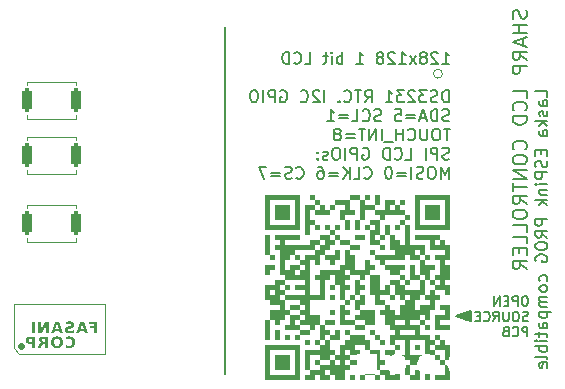
<source format=gbo>
G04 #@! TF.GenerationSoftware,KiCad,Pcbnew,7.0.1-3b83917a11~172~ubuntu22.04.1*
G04 #@! TF.CreationDate,2023-04-24T23:34:59+02:00*
G04 #@! TF.ProjectId,sharp-lcd-128x128,73686172-702d-46c6-9364-2d3132387831,rev?*
G04 #@! TF.SameCoordinates,Original*
G04 #@! TF.FileFunction,Legend,Bot*
G04 #@! TF.FilePolarity,Positive*
%FSLAX46Y46*%
G04 Gerber Fmt 4.6, Leading zero omitted, Abs format (unit mm)*
G04 Created by KiCad (PCBNEW 7.0.1-3b83917a11~172~ubuntu22.04.1) date 2023-04-24 23:34:59*
%MOMM*%
%LPD*%
G01*
G04 APERTURE LIST*
G04 Aperture macros list*
%AMRoundRect*
0 Rectangle with rounded corners*
0 $1 Rounding radius*
0 $2 $3 $4 $5 $6 $7 $8 $9 X,Y pos of 4 corners*
0 Add a 4 corners polygon primitive as box body*
4,1,4,$2,$3,$4,$5,$6,$7,$8,$9,$2,$3,0*
0 Add four circle primitives for the rounded corners*
1,1,$1+$1,$2,$3*
1,1,$1+$1,$4,$5*
1,1,$1+$1,$6,$7*
1,1,$1+$1,$8,$9*
0 Add four rect primitives between the rounded corners*
20,1,$1+$1,$2,$3,$4,$5,0*
20,1,$1+$1,$4,$5,$6,$7,0*
20,1,$1+$1,$6,$7,$8,$9,0*
20,1,$1+$1,$8,$9,$2,$3,0*%
G04 Aperture macros list end*
%ADD10C,0.000000*%
%ADD11C,0.031749*%
%ADD12C,0.150000*%
%ADD13C,0.130000*%
%ADD14C,0.170000*%
%ADD15C,0.120000*%
%ADD16C,2.100000*%
%ADD17C,0.650000*%
%ADD18O,2.100000X1.000000*%
%ADD19O,1.600000X1.000000*%
%ADD20R,1.700000X1.700000*%
%ADD21O,1.700000X1.700000*%
%ADD22RoundRect,0.200000X0.200000X0.800000X-0.200000X0.800000X-0.200000X-0.800000X0.200000X-0.800000X0*%
G04 APERTURE END LIST*
D10*
G36*
X97060000Y-55576667D02*
G01*
X96623966Y-55576667D01*
X96623966Y-55140633D01*
X97060000Y-55140633D01*
X97060000Y-55576667D01*
G37*
G36*
X94520000Y-50073333D02*
G01*
X94083967Y-50073333D01*
X94083967Y-49637301D01*
X94520000Y-49637301D01*
X94520000Y-50073333D01*
G37*
G36*
X102986667Y-52613334D02*
G01*
X102550633Y-52613334D01*
X102550633Y-52177300D01*
X102986667Y-52177300D01*
X102986667Y-52613334D01*
G37*
G36*
X103410000Y-53036667D02*
G01*
X102973966Y-53036667D01*
X102973966Y-52600634D01*
X103410000Y-52600634D01*
X103410000Y-53036667D01*
G37*
G36*
X97906666Y-51766668D02*
G01*
X97470633Y-51766668D01*
X97470633Y-51330634D01*
X97906666Y-51330634D01*
X97906666Y-51766668D01*
G37*
G36*
X95790000Y-55576667D02*
G01*
X95353967Y-55576667D01*
X95353967Y-55140633D01*
X95790000Y-55140633D01*
X95790000Y-55576667D01*
G37*
G36*
X103833333Y-47533334D02*
G01*
X103397299Y-47533334D01*
X103397299Y-47097301D01*
X103833333Y-47097301D01*
X103833333Y-47533334D01*
G37*
G36*
X101293333Y-56000000D02*
G01*
X100857300Y-56000000D01*
X100857300Y-55563967D01*
X101293333Y-55563967D01*
X101293333Y-56000000D01*
G37*
G36*
X96636666Y-52190001D02*
G01*
X96200633Y-52190001D01*
X96200633Y-51753967D01*
X96636666Y-51753967D01*
X96636666Y-52190001D01*
G37*
G36*
X96213333Y-52613334D02*
G01*
X95777300Y-52613334D01*
X95777300Y-52177300D01*
X96213333Y-52177300D01*
X96213333Y-52613334D01*
G37*
G36*
X100870000Y-56423333D02*
G01*
X100433966Y-56423333D01*
X100433966Y-55987300D01*
X100870000Y-55987300D01*
X100870000Y-56423333D01*
G37*
G36*
X107643332Y-56000000D02*
G01*
X107207300Y-56000000D01*
X107207300Y-55563967D01*
X107643332Y-55563967D01*
X107643332Y-56000000D01*
G37*
G36*
X100446667Y-52613334D02*
G01*
X100010633Y-52613334D01*
X100010633Y-52177300D01*
X100446667Y-52177300D01*
X100446667Y-52613334D01*
G37*
G36*
X74583521Y-57560324D02*
G01*
X74330365Y-57560324D01*
X74330365Y-56578608D01*
X74583521Y-56578608D01*
X74583521Y-57560324D01*
G37*
G36*
X96636666Y-50920000D02*
G01*
X96200633Y-50920000D01*
X96200633Y-50483967D01*
X96636666Y-50483967D01*
X96636666Y-50920000D01*
G37*
G36*
X100870000Y-54730001D02*
G01*
X100433966Y-54730001D01*
X100433966Y-54293967D01*
X100870000Y-54293967D01*
X100870000Y-54730001D01*
G37*
G36*
X100023334Y-54730001D02*
G01*
X99587300Y-54730001D01*
X99587300Y-54293967D01*
X100023334Y-54293967D01*
X100023334Y-54730001D01*
G37*
G36*
X99600000Y-47533334D02*
G01*
X99163966Y-47533334D01*
X99163966Y-47097301D01*
X99600000Y-47097301D01*
X99600000Y-47533334D01*
G37*
G36*
X99176666Y-52613334D02*
G01*
X98740633Y-52613334D01*
X98740633Y-52177300D01*
X99176666Y-52177300D01*
X99176666Y-52613334D01*
G37*
G36*
X95366666Y-56846667D02*
G01*
X94930633Y-56846667D01*
X94930633Y-56410634D01*
X95366666Y-56410634D01*
X95366666Y-56846667D01*
G37*
G36*
X102563333Y-54730001D02*
G01*
X102127299Y-54730001D01*
X102127299Y-54293967D01*
X102563333Y-54293967D01*
X102563333Y-54730001D01*
G37*
G36*
X105950000Y-55576667D02*
G01*
X105513966Y-55576667D01*
X105513966Y-55140633D01*
X105950000Y-55140633D01*
X105950000Y-55576667D01*
G37*
G36*
X104256666Y-47956667D02*
G01*
X103820633Y-47956667D01*
X103820633Y-47520634D01*
X104256666Y-47520634D01*
X104256666Y-47956667D01*
G37*
G36*
X97483333Y-54730001D02*
G01*
X97047300Y-54730001D01*
X97047300Y-54293967D01*
X97483333Y-54293967D01*
X97483333Y-54730001D01*
G37*
G36*
X106373334Y-59386666D02*
G01*
X105937299Y-59386666D01*
X105937299Y-58950634D01*
X106373334Y-58950634D01*
X106373334Y-59386666D01*
G37*
G36*
X105950000Y-53883334D02*
G01*
X105513966Y-53883334D01*
X105513966Y-53447300D01*
X105950000Y-53447300D01*
X105950000Y-53883334D01*
G37*
G36*
X105950000Y-58116668D02*
G01*
X105513966Y-58116668D01*
X105513966Y-57680633D01*
X105950000Y-57680633D01*
X105950000Y-58116668D01*
G37*
G36*
X95366666Y-53883334D02*
G01*
X94930633Y-53883334D01*
X94930633Y-53447300D01*
X95366666Y-53447300D01*
X95366666Y-53883334D01*
G37*
G36*
X102140000Y-53883334D02*
G01*
X101703966Y-53883334D01*
X101703966Y-53447300D01*
X102140000Y-53447300D01*
X102140000Y-53883334D01*
G37*
G36*
X97906666Y-56000000D02*
G01*
X97470633Y-56000000D01*
X97470633Y-55563967D01*
X97906666Y-55563967D01*
X97906666Y-56000000D01*
G37*
G36*
X103833333Y-46686667D02*
G01*
X103397299Y-46686667D01*
X103397299Y-46250634D01*
X103833333Y-46250634D01*
X103833333Y-46686667D01*
G37*
G36*
X109759999Y-60656665D02*
G01*
X109323965Y-60656665D01*
X109323965Y-60220633D01*
X109759999Y-60220633D01*
X109759999Y-60656665D01*
G37*
G36*
X100023334Y-56846667D02*
G01*
X99587300Y-56846667D01*
X99587300Y-56410634D01*
X100023334Y-56410634D01*
X100023334Y-56846667D01*
G37*
G36*
X105103333Y-46686667D02*
G01*
X104667300Y-46686667D01*
X104667300Y-46250634D01*
X105103333Y-46250634D01*
X105103333Y-46686667D01*
G37*
G36*
X100870000Y-53460000D02*
G01*
X100433966Y-53460000D01*
X100433966Y-53023967D01*
X100870000Y-53023967D01*
X100870000Y-53460000D01*
G37*
G36*
X105526666Y-48803334D02*
G01*
X105090633Y-48803334D01*
X105090633Y-48367300D01*
X105526666Y-48367300D01*
X105526666Y-48803334D01*
G37*
G36*
X108913331Y-58116668D02*
G01*
X108477299Y-58116668D01*
X108477299Y-57680633D01*
X108913331Y-57680633D01*
X108913331Y-58116668D01*
G37*
G36*
X105103333Y-56846667D02*
G01*
X104667300Y-56846667D01*
X104667300Y-56410634D01*
X105103333Y-56410634D01*
X105103333Y-56846667D01*
G37*
G36*
X105103333Y-54730001D02*
G01*
X104667300Y-54730001D01*
X104667300Y-54293967D01*
X105103333Y-54293967D01*
X105103333Y-54730001D01*
G37*
G36*
X102140000Y-53460000D02*
G01*
X101703966Y-53460000D01*
X101703966Y-53023967D01*
X102140000Y-53023967D01*
X102140000Y-53460000D01*
G37*
G36*
X105526666Y-57693334D02*
G01*
X105090633Y-57693334D01*
X105090633Y-57257300D01*
X105526666Y-57257300D01*
X105526666Y-57693334D01*
G37*
G36*
X97906666Y-55153334D02*
G01*
X97470633Y-55153334D01*
X97470633Y-54717300D01*
X97906666Y-54717300D01*
X97906666Y-55153334D01*
G37*
G36*
X98753333Y-54730001D02*
G01*
X98317300Y-54730001D01*
X98317300Y-54293967D01*
X98753333Y-54293967D01*
X98753333Y-54730001D01*
G37*
G36*
X105103333Y-52190001D02*
G01*
X104667300Y-52190001D01*
X104667300Y-51753967D01*
X105103333Y-51753967D01*
X105103333Y-52190001D01*
G37*
G36*
X100446667Y-59810000D02*
G01*
X100010633Y-59810000D01*
X100010633Y-59373966D01*
X100446667Y-59373966D01*
X100446667Y-59810000D01*
G37*
G36*
X108066666Y-59810000D02*
G01*
X107630632Y-59810000D01*
X107630632Y-59373966D01*
X108066666Y-59373966D01*
X108066666Y-59810000D01*
G37*
G36*
X96636666Y-53036667D02*
G01*
X96200633Y-53036667D01*
X96200633Y-52600634D01*
X96636666Y-52600634D01*
X96636666Y-53036667D01*
G37*
G36*
X101293333Y-58540000D02*
G01*
X100857300Y-58540000D01*
X100857300Y-58103966D01*
X101293333Y-58103966D01*
X101293333Y-58540000D01*
G37*
G36*
X105526666Y-50496667D02*
G01*
X105090633Y-50496667D01*
X105090633Y-50060634D01*
X105526666Y-50060634D01*
X105526666Y-50496667D01*
G37*
G36*
X104679999Y-51343334D02*
G01*
X104243966Y-51343334D01*
X104243966Y-50907300D01*
X104679999Y-50907300D01*
X104679999Y-51343334D01*
G37*
G36*
X98329999Y-54730001D02*
G01*
X97893967Y-54730001D01*
X97893967Y-54293967D01*
X98329999Y-54293967D01*
X98329999Y-54730001D01*
G37*
G36*
X103410000Y-57693334D02*
G01*
X102973966Y-57693334D01*
X102973966Y-57257300D01*
X103410000Y-57257300D01*
X103410000Y-57693334D01*
G37*
G36*
X77521295Y-57834144D02*
G01*
X77550218Y-57835706D01*
X77578345Y-57838310D01*
X77605676Y-57841954D01*
X77632211Y-57846640D01*
X77657950Y-57852367D01*
X77682894Y-57859135D01*
X77707041Y-57866945D01*
X77730392Y-57875796D01*
X77752947Y-57885688D01*
X77774707Y-57896621D01*
X77795670Y-57908596D01*
X77815837Y-57921612D01*
X77835208Y-57935669D01*
X77853784Y-57950767D01*
X77871563Y-57966906D01*
X77888324Y-57983944D01*
X77904003Y-58001738D01*
X77918601Y-58020288D01*
X77932118Y-58039595D01*
X77944553Y-58059657D01*
X77955907Y-58080475D01*
X77966180Y-58102048D01*
X77975371Y-58124378D01*
X77983481Y-58147464D01*
X77990509Y-58171306D01*
X77996457Y-58195904D01*
X78001323Y-58221257D01*
X78005107Y-58247367D01*
X78007811Y-58274233D01*
X78009433Y-58301854D01*
X78009973Y-58330231D01*
X78009430Y-58358609D01*
X78007801Y-58386230D01*
X78005085Y-58413096D01*
X78001283Y-58439205D01*
X77996394Y-58464559D01*
X77990419Y-58489157D01*
X77983358Y-58512999D01*
X77975211Y-58536085D01*
X77965977Y-58558415D01*
X77955657Y-58579988D01*
X77944250Y-58600806D01*
X77931757Y-58620868D01*
X77918178Y-58640174D01*
X77903513Y-58658725D01*
X77887761Y-58676519D01*
X77870923Y-58693557D01*
X77853146Y-58709619D01*
X77834578Y-58724645D01*
X77815219Y-58738635D01*
X77795069Y-58751588D01*
X77774128Y-58763505D01*
X77752397Y-58774386D01*
X77729874Y-58784230D01*
X77706560Y-58793038D01*
X77682456Y-58800810D01*
X77657560Y-58807546D01*
X77631874Y-58813245D01*
X77605396Y-58817908D01*
X77578127Y-58821535D01*
X77550068Y-58824126D01*
X77521218Y-58825680D01*
X77491576Y-58826198D01*
X77471799Y-58825920D01*
X77452198Y-58825087D01*
X77432771Y-58823698D01*
X77413520Y-58821753D01*
X77394444Y-58819252D01*
X77375544Y-58816196D01*
X77356818Y-58812584D01*
X77338268Y-58808416D01*
X77319893Y-58803693D01*
X77301693Y-58798414D01*
X77283668Y-58792579D01*
X77265819Y-58786189D01*
X77248144Y-58779242D01*
X77230645Y-58771740D01*
X77213322Y-58763683D01*
X77196173Y-58755069D01*
X77196173Y-58557066D01*
X77212718Y-58568007D01*
X77229354Y-58578242D01*
X77246080Y-58587772D01*
X77262895Y-58596595D01*
X77279801Y-58604713D01*
X77296797Y-58612124D01*
X77313883Y-58618830D01*
X77331059Y-58624830D01*
X77348325Y-58630124D01*
X77365682Y-58634712D01*
X77383128Y-58638594D01*
X77400665Y-58641771D01*
X77418291Y-58644241D01*
X77436008Y-58646006D01*
X77453815Y-58647065D01*
X77471712Y-58647418D01*
X77471711Y-58647425D01*
X77488296Y-58647092D01*
X77504411Y-58646093D01*
X77520055Y-58644429D01*
X77535229Y-58642099D01*
X77549932Y-58639103D01*
X77564165Y-58635441D01*
X77577927Y-58631113D01*
X77591218Y-58626119D01*
X77604039Y-58620460D01*
X77616389Y-58614135D01*
X77628268Y-58607144D01*
X77639677Y-58599487D01*
X77650616Y-58591164D01*
X77661084Y-58582175D01*
X77671081Y-58572521D01*
X77680608Y-58562200D01*
X77689609Y-58551307D01*
X77698029Y-58539933D01*
X77705869Y-58528078D01*
X77713128Y-58515743D01*
X77719806Y-58502927D01*
X77725903Y-58489630D01*
X77731420Y-58475853D01*
X77736356Y-58461596D01*
X77740712Y-58446858D01*
X77744486Y-58431639D01*
X77747680Y-58415940D01*
X77750293Y-58399760D01*
X77752326Y-58383100D01*
X77753778Y-58365959D01*
X77754649Y-58348337D01*
X77754939Y-58330235D01*
X77754649Y-58312133D01*
X77753778Y-58294512D01*
X77752326Y-58277371D01*
X77750293Y-58260710D01*
X77747680Y-58244530D01*
X77744486Y-58228831D01*
X77740712Y-58213612D01*
X77736356Y-58198874D01*
X77731420Y-58184617D01*
X77725903Y-58170840D01*
X77719806Y-58157543D01*
X77713128Y-58144728D01*
X77705869Y-58132392D01*
X77698029Y-58120538D01*
X77689609Y-58109163D01*
X77680608Y-58098270D01*
X77671081Y-58087872D01*
X77661084Y-58078145D01*
X77650616Y-58069089D01*
X77639677Y-58060704D01*
X77628268Y-58052990D01*
X77616389Y-58045946D01*
X77604039Y-58039573D01*
X77591218Y-58033871D01*
X77577927Y-58028840D01*
X77564165Y-58024479D01*
X77549932Y-58020790D01*
X77535229Y-58017771D01*
X77520055Y-58015423D01*
X77504411Y-58013746D01*
X77488296Y-58012740D01*
X77471711Y-58012404D01*
X77453964Y-58012757D01*
X77436288Y-58013816D01*
X77418681Y-58015581D01*
X77401144Y-58018051D01*
X77383678Y-58021228D01*
X77366282Y-58025110D01*
X77348955Y-58029698D01*
X77331699Y-58034992D01*
X77314513Y-58040992D01*
X77297397Y-58047698D01*
X77280351Y-58055110D01*
X77263375Y-58063227D01*
X77246469Y-58072050D01*
X77229634Y-58081580D01*
X77212868Y-58091815D01*
X77196173Y-58102756D01*
X77196173Y-57904753D01*
X77213321Y-57896139D01*
X77230645Y-57888082D01*
X77248144Y-57880580D01*
X77265818Y-57873633D01*
X77283668Y-57867243D01*
X77301692Y-57861408D01*
X77319892Y-57856129D01*
X77338267Y-57851406D01*
X77356818Y-57847238D01*
X77375543Y-57843626D01*
X77394444Y-57840570D01*
X77413520Y-57838069D01*
X77432771Y-57836124D01*
X77452197Y-57834735D01*
X77471799Y-57833902D01*
X77491576Y-57833624D01*
X77521295Y-57834144D01*
G37*
G36*
X109759999Y-61503333D02*
G01*
X109323965Y-61503333D01*
X109323965Y-61067299D01*
X109759999Y-61067299D01*
X109759999Y-61503333D01*
G37*
G36*
X103833333Y-46263334D02*
G01*
X103397299Y-46263334D01*
X103397299Y-45827301D01*
X103833333Y-45827301D01*
X103833333Y-46263334D01*
G37*
G36*
X105103333Y-47533334D02*
G01*
X104667300Y-47533334D01*
X104667300Y-47097301D01*
X105103333Y-47097301D01*
X105103333Y-47533334D01*
G37*
G36*
X97483333Y-55153334D02*
G01*
X97047300Y-55153334D01*
X97047300Y-54717300D01*
X97483333Y-54717300D01*
X97483333Y-55153334D01*
G37*
G36*
X98753333Y-61079999D02*
G01*
X98317300Y-61079999D01*
X98317300Y-60643967D01*
X98753333Y-60643967D01*
X98753333Y-61079999D01*
G37*
G36*
X101293333Y-55153334D02*
G01*
X100857300Y-55153334D01*
X100857300Y-54717300D01*
X101293333Y-54717300D01*
X101293333Y-55153334D01*
G37*
G36*
X105950000Y-51343334D02*
G01*
X105513966Y-51343334D01*
X105513966Y-50907300D01*
X105950000Y-50907300D01*
X105950000Y-51343334D01*
G37*
G36*
X103833333Y-54730001D02*
G01*
X103397299Y-54730001D01*
X103397299Y-54293967D01*
X103833333Y-54293967D01*
X103833333Y-54730001D01*
G37*
G36*
X97906666Y-60233333D02*
G01*
X97470633Y-60233333D01*
X97470633Y-59797300D01*
X97906666Y-59797300D01*
X97906666Y-60233333D01*
G37*
G36*
X102140000Y-54306667D02*
G01*
X101703966Y-54306667D01*
X101703966Y-53870633D01*
X102140000Y-53870633D01*
X102140000Y-54306667D01*
G37*
G36*
X97906666Y-59386666D02*
G01*
X97470633Y-59386666D01*
X97470633Y-58950634D01*
X97906666Y-58950634D01*
X97906666Y-59386666D01*
G37*
G36*
X104256666Y-49650000D02*
G01*
X103820633Y-49650000D01*
X103820633Y-49213967D01*
X104256666Y-49213967D01*
X104256666Y-49650000D01*
G37*
G36*
X101293333Y-48803334D02*
G01*
X100857300Y-48803334D01*
X100857300Y-48367300D01*
X101293333Y-48367300D01*
X101293333Y-48803334D01*
G37*
G36*
X97906666Y-47956667D02*
G01*
X97470633Y-47956667D01*
X97470633Y-47520634D01*
X97906666Y-47520634D01*
X97906666Y-47956667D01*
G37*
G36*
X106373334Y-49650000D02*
G01*
X105937299Y-49650000D01*
X105937299Y-49213967D01*
X106373334Y-49213967D01*
X106373334Y-49650000D01*
G37*
G36*
X75699403Y-58807617D02*
G01*
X75452699Y-58807617D01*
X75452699Y-58445570D01*
X75382853Y-58445570D01*
X75375109Y-58445682D01*
X75367575Y-58446020D01*
X75360251Y-58446583D01*
X75353137Y-58447372D01*
X75346233Y-58448386D01*
X75339540Y-58449625D01*
X75333057Y-58451089D01*
X75326784Y-58452779D01*
X75320722Y-58454694D01*
X75314870Y-58456834D01*
X75309228Y-58459199D01*
X75303796Y-58461790D01*
X75298575Y-58464606D01*
X75293564Y-58467647D01*
X75288763Y-58470913D01*
X75284172Y-58474405D01*
X75279621Y-58478082D01*
X75275101Y-58482065D01*
X75270610Y-58486353D01*
X75266150Y-58490946D01*
X75261719Y-58495845D01*
X75257319Y-58501049D01*
X75252949Y-58506559D01*
X75248608Y-58512373D01*
X75244298Y-58518493D01*
X75240018Y-58524919D01*
X75235767Y-58531650D01*
X75231547Y-58538686D01*
X75227357Y-58546027D01*
X75223197Y-58553674D01*
X75219067Y-58561626D01*
X75214967Y-58569884D01*
X75098344Y-58807617D01*
X74835621Y-58807617D01*
X74969545Y-58535921D01*
X74978877Y-58517808D01*
X74988288Y-58500637D01*
X74997780Y-58484407D01*
X75002556Y-58476645D01*
X75007351Y-58469118D01*
X75012167Y-58461827D01*
X75017003Y-58454771D01*
X75021859Y-58447950D01*
X75026735Y-58441364D01*
X75031631Y-58435014D01*
X75036547Y-58428899D01*
X75041483Y-58423019D01*
X75046440Y-58417375D01*
X75051391Y-58411971D01*
X75056472Y-58406812D01*
X75061683Y-58401898D01*
X75067025Y-58397230D01*
X75072497Y-58392807D01*
X75078098Y-58388630D01*
X75083830Y-58384697D01*
X75089693Y-58381010D01*
X75095685Y-58377569D01*
X75101808Y-58374372D01*
X75108060Y-58371421D01*
X75114443Y-58368715D01*
X75120956Y-58366255D01*
X75127599Y-58364039D01*
X75134373Y-58362070D01*
X75141276Y-58360345D01*
X75119006Y-58352628D01*
X75098173Y-58343895D01*
X75078777Y-58334145D01*
X75060817Y-58323379D01*
X75052376Y-58317615D01*
X75044294Y-58311597D01*
X75036572Y-58305325D01*
X75029208Y-58298799D01*
X75022204Y-58292019D01*
X75015559Y-58284985D01*
X75009273Y-58277697D01*
X75003346Y-58270155D01*
X74997779Y-58262358D01*
X74992571Y-58254308D01*
X74987722Y-58246003D01*
X74983232Y-58237445D01*
X74979101Y-58228632D01*
X74975330Y-58219566D01*
X74971917Y-58210245D01*
X74968864Y-58200670D01*
X74963835Y-58180758D01*
X74960243Y-58159830D01*
X74959420Y-58151451D01*
X75204073Y-58151451D01*
X75204201Y-58159247D01*
X75204584Y-58166787D01*
X75205222Y-58174066D01*
X75206115Y-58181084D01*
X75207264Y-58187843D01*
X75208669Y-58194341D01*
X75210328Y-58200578D01*
X75212243Y-58206556D01*
X75214413Y-58212273D01*
X75216839Y-58217729D01*
X75219519Y-58222926D01*
X75222456Y-58227862D01*
X75225647Y-58232537D01*
X75229094Y-58236953D01*
X75232796Y-58241108D01*
X75236753Y-58245003D01*
X75240946Y-58248650D01*
X75245514Y-58252062D01*
X75250458Y-58255239D01*
X75255777Y-58258180D01*
X75261471Y-58260886D01*
X75267541Y-58263356D01*
X75273987Y-58265592D01*
X75280807Y-58267592D01*
X75288004Y-58269356D01*
X75295576Y-58270885D01*
X75303523Y-58272180D01*
X75311846Y-58273238D01*
X75320544Y-58274062D01*
X75329617Y-58274650D01*
X75339067Y-58275003D01*
X75348891Y-58275120D01*
X75452699Y-58275120D01*
X75452699Y-58029700D01*
X75348891Y-58029700D01*
X75339752Y-58029808D01*
X75330919Y-58030131D01*
X75322391Y-58030669D01*
X75314168Y-58031423D01*
X75306251Y-58032391D01*
X75298639Y-58033575D01*
X75291333Y-58034974D01*
X75284332Y-58036589D01*
X75277636Y-58038419D01*
X75271246Y-58040464D01*
X75265161Y-58042724D01*
X75259381Y-58045199D01*
X75253907Y-58047890D01*
X75248738Y-58050796D01*
X75243875Y-58053918D01*
X75239316Y-58057254D01*
X75235049Y-58060776D01*
X75231056Y-58064613D01*
X75227339Y-58068765D01*
X75223898Y-58073233D01*
X75220731Y-58078016D01*
X75217840Y-58083115D01*
X75215224Y-58088529D01*
X75212884Y-58094259D01*
X75210819Y-58100304D01*
X75209029Y-58106664D01*
X75207515Y-58113340D01*
X75206276Y-58120331D01*
X75205312Y-58127638D01*
X75204624Y-58135260D01*
X75204211Y-58143198D01*
X75204073Y-58151451D01*
X74959420Y-58151451D01*
X74959420Y-58151447D01*
X74958088Y-58137886D01*
X74957370Y-58114925D01*
X74957370Y-58114921D01*
X74957440Y-58107215D01*
X74957650Y-58099633D01*
X74958001Y-58092176D01*
X74958492Y-58084845D01*
X74959122Y-58077639D01*
X74959893Y-58070558D01*
X74960804Y-58063602D01*
X74961856Y-58056771D01*
X74963047Y-58050065D01*
X74964379Y-58043485D01*
X74965851Y-58037029D01*
X74967463Y-58030699D01*
X74969215Y-58024494D01*
X74971107Y-58018414D01*
X74973140Y-58012459D01*
X74975312Y-58006629D01*
X74977567Y-58000825D01*
X74980008Y-57995106D01*
X74982634Y-57989472D01*
X74985445Y-57983923D01*
X74988441Y-57978458D01*
X74991622Y-57973080D01*
X74994989Y-57967786D01*
X74998541Y-57962577D01*
X75002278Y-57957453D01*
X75006200Y-57952414D01*
X75010308Y-57947461D01*
X75014601Y-57942592D01*
X75019079Y-57937808D01*
X75023742Y-57933110D01*
X75028590Y-57928496D01*
X75033624Y-57923968D01*
X75038873Y-57919550D01*
X75044367Y-57915267D01*
X75050107Y-57911119D01*
X75056092Y-57907107D01*
X75062322Y-57903229D01*
X75068797Y-57899487D01*
X75075518Y-57895881D01*
X75082484Y-57892409D01*
X75089695Y-57889072D01*
X75097152Y-57885871D01*
X75104854Y-57882805D01*
X75112801Y-57879874D01*
X75120994Y-57877078D01*
X75129432Y-57874418D01*
X75138115Y-57871892D01*
X75147043Y-57869501D01*
X75165626Y-57865146D01*
X75185170Y-57861372D01*
X75205676Y-57858178D01*
X75227142Y-57855565D01*
X75249570Y-57853533D01*
X75272958Y-57852081D01*
X75297308Y-57851210D01*
X75322619Y-57850920D01*
X75699403Y-57850920D01*
X75699403Y-58807617D01*
G37*
G36*
X102563333Y-57270000D02*
G01*
X102127299Y-57270000D01*
X102127299Y-56833967D01*
X102563333Y-56833967D01*
X102563333Y-57270000D01*
G37*
G36*
X102986667Y-51766668D02*
G01*
X102550633Y-51766668D01*
X102550633Y-51330634D01*
X102986667Y-51330634D01*
X102986667Y-51766668D01*
G37*
G36*
X98329999Y-50496667D02*
G01*
X97893967Y-50496667D01*
X97893967Y-50060634D01*
X98329999Y-50060634D01*
X98329999Y-50496667D01*
G37*
G36*
X108913331Y-50496667D02*
G01*
X108477299Y-50496667D01*
X108477299Y-50060634D01*
X108913331Y-50060634D01*
X108913331Y-50496667D01*
G37*
G36*
X107643332Y-52190001D02*
G01*
X107207300Y-52190001D01*
X107207300Y-51753967D01*
X107643332Y-51753967D01*
X107643332Y-52190001D01*
G37*
G36*
X103833333Y-54306667D02*
G01*
X103397299Y-54306667D01*
X103397299Y-53870633D01*
X103833333Y-53870633D01*
X103833333Y-54306667D01*
G37*
G36*
X102986667Y-56846667D02*
G01*
X102550633Y-56846667D01*
X102550633Y-56410634D01*
X102986667Y-56410634D01*
X102986667Y-56846667D01*
G37*
G36*
X106796666Y-50496667D02*
G01*
X106360632Y-50496667D01*
X106360632Y-50060634D01*
X106796666Y-50060634D01*
X106796666Y-50496667D01*
G37*
G36*
X103833333Y-53883334D02*
G01*
X103397299Y-53883334D01*
X103397299Y-53447300D01*
X103833333Y-53447300D01*
X103833333Y-53883334D01*
G37*
G36*
X103833333Y-48380000D02*
G01*
X103397299Y-48380000D01*
X103397299Y-47943967D01*
X103833333Y-47943967D01*
X103833333Y-48380000D01*
G37*
G36*
X102986667Y-58963332D02*
G01*
X102550633Y-58963332D01*
X102550633Y-58527300D01*
X102986667Y-58527300D01*
X102986667Y-58963332D01*
G37*
G36*
X104256666Y-51343334D02*
G01*
X103820633Y-51343334D01*
X103820633Y-50907300D01*
X104256666Y-50907300D01*
X104256666Y-51343334D01*
G37*
G36*
X106796666Y-53036667D02*
G01*
X106360632Y-53036667D01*
X106360632Y-52600634D01*
X106796666Y-52600634D01*
X106796666Y-53036667D01*
G37*
G36*
X98753333Y-47533334D02*
G01*
X98317300Y-47533334D01*
X98317300Y-47097301D01*
X98753333Y-47097301D01*
X98753333Y-47533334D01*
G37*
G36*
X101293333Y-51766668D02*
G01*
X100857300Y-51766668D01*
X100857300Y-51330634D01*
X101293333Y-51330634D01*
X101293333Y-51766668D01*
G37*
G36*
X106373334Y-50496667D02*
G01*
X105937299Y-50496667D01*
X105937299Y-50060634D01*
X106373334Y-50060634D01*
X106373334Y-50496667D01*
G37*
G36*
X100446667Y-46686667D02*
G01*
X100010633Y-46686667D01*
X100010633Y-46250634D01*
X100446667Y-46250634D01*
X100446667Y-46686667D01*
G37*
G36*
X95790000Y-56000000D02*
G01*
X95353967Y-56000000D01*
X95353967Y-55563967D01*
X95790000Y-55563967D01*
X95790000Y-56000000D01*
G37*
G36*
X104256666Y-51766668D02*
G01*
X103820633Y-51766668D01*
X103820633Y-51330634D01*
X104256666Y-51330634D01*
X104256666Y-51766668D01*
G37*
G36*
X108066666Y-61079999D02*
G01*
X107630632Y-61079999D01*
X107630632Y-60643967D01*
X108066666Y-60643967D01*
X108066666Y-61079999D01*
G37*
G36*
X107219998Y-54306667D02*
G01*
X106783966Y-54306667D01*
X106783966Y-53870633D01*
X107219998Y-53870633D01*
X107219998Y-54306667D01*
G37*
G36*
X99176666Y-47110000D02*
G01*
X98740633Y-47110000D01*
X98740633Y-46673967D01*
X99176666Y-46673967D01*
X99176666Y-47110000D01*
G37*
G36*
X94520000Y-58116668D02*
G01*
X94083967Y-58116668D01*
X94083967Y-57680633D01*
X94520000Y-57680633D01*
X94520000Y-58116668D01*
G37*
G36*
X106796666Y-58116668D02*
G01*
X106360632Y-58116668D01*
X106360632Y-57680633D01*
X106796666Y-57680633D01*
X106796666Y-58116668D01*
G37*
G36*
X106373334Y-61079999D02*
G01*
X105937299Y-61079999D01*
X105937299Y-60643967D01*
X106373334Y-60643967D01*
X106373334Y-61079999D01*
G37*
G36*
X108066666Y-56423333D02*
G01*
X107630632Y-56423333D01*
X107630632Y-55987300D01*
X108066666Y-55987300D01*
X108066666Y-56423333D01*
G37*
G36*
X97060000Y-49650000D02*
G01*
X96623966Y-49650000D01*
X96623966Y-49213967D01*
X97060000Y-49213967D01*
X97060000Y-49650000D01*
G37*
G36*
X108913331Y-53883334D02*
G01*
X108477299Y-53883334D01*
X108477299Y-53447300D01*
X108913331Y-53447300D01*
X108913331Y-53883334D01*
G37*
G36*
X107219998Y-49650000D02*
G01*
X106783966Y-49650000D01*
X106783966Y-49213967D01*
X107219998Y-49213967D01*
X107219998Y-49650000D01*
G37*
G36*
X97060000Y-56423333D02*
G01*
X96623966Y-56423333D01*
X96623966Y-55987300D01*
X97060000Y-55987300D01*
X97060000Y-56423333D01*
G37*
G36*
X100870000Y-54306667D02*
G01*
X100433966Y-54306667D01*
X100433966Y-53870633D01*
X100870000Y-53870633D01*
X100870000Y-54306667D01*
G37*
G36*
X104256666Y-58540000D02*
G01*
X103820633Y-58540000D01*
X103820633Y-58103966D01*
X104256666Y-58103966D01*
X104256666Y-58540000D01*
G37*
G36*
X98753333Y-53036667D02*
G01*
X98317300Y-53036667D01*
X98317300Y-52600634D01*
X98753333Y-52600634D01*
X98753333Y-53036667D01*
G37*
G36*
X106373334Y-57270000D02*
G01*
X105937299Y-57270000D01*
X105937299Y-56833967D01*
X106373334Y-56833967D01*
X106373334Y-57270000D01*
G37*
G36*
X78442707Y-56578608D02*
G01*
X78744521Y-56578608D01*
X79108145Y-57560324D01*
X78853674Y-57560324D01*
X78791207Y-57381471D01*
X78395364Y-57381471D01*
X78333554Y-57560324D01*
X78079083Y-57560324D01*
X78212795Y-57199328D01*
X78459146Y-57199328D01*
X78728082Y-57199328D01*
X78593285Y-56808746D01*
X78459146Y-57199328D01*
X78212795Y-57199328D01*
X78442707Y-56578608D01*
G37*
G36*
X97906666Y-52190001D02*
G01*
X97470633Y-52190001D01*
X97470633Y-51753967D01*
X97906666Y-51753967D01*
X97906666Y-52190001D01*
G37*
G36*
X94943333Y-55153334D02*
G01*
X94507300Y-55153334D01*
X94507300Y-54717300D01*
X94943333Y-54717300D01*
X94943333Y-55153334D01*
G37*
G36*
X106796666Y-56423333D02*
G01*
X106360632Y-56423333D01*
X106360632Y-55987300D01*
X106796666Y-55987300D01*
X106796666Y-56423333D01*
G37*
G36*
X101293333Y-53036667D02*
G01*
X100857300Y-53036667D01*
X100857300Y-52600634D01*
X101293333Y-52600634D01*
X101293333Y-53036667D01*
G37*
G36*
X100446667Y-50920000D02*
G01*
X100010633Y-50920000D01*
X100010633Y-50483967D01*
X100446667Y-50483967D01*
X100446667Y-50920000D01*
G37*
G36*
X105526666Y-47533334D02*
G01*
X105090633Y-47533334D01*
X105090633Y-47097301D01*
X105526666Y-47097301D01*
X105526666Y-47533334D01*
G37*
G36*
X101293333Y-58963332D02*
G01*
X100857300Y-58963332D01*
X100857300Y-58527300D01*
X101293333Y-58527300D01*
X101293333Y-58963332D01*
G37*
G36*
X104256666Y-60233333D02*
G01*
X103820633Y-60233333D01*
X103820633Y-59797300D01*
X104256666Y-59797300D01*
X104256666Y-60233333D01*
G37*
G36*
X108066666Y-52613334D02*
G01*
X107630632Y-52613334D01*
X107630632Y-52177300D01*
X108066666Y-52177300D01*
X108066666Y-52613334D01*
G37*
G36*
X105950000Y-53036667D02*
G01*
X105513966Y-53036667D01*
X105513966Y-52600634D01*
X105950000Y-52600634D01*
X105950000Y-53036667D01*
G37*
G36*
X94943333Y-56000000D02*
G01*
X94507300Y-56000000D01*
X94507300Y-55563967D01*
X94943333Y-55563967D01*
X94943333Y-56000000D01*
G37*
G36*
X107643332Y-55576667D02*
G01*
X107207300Y-55576667D01*
X107207300Y-55140633D01*
X107643332Y-55140633D01*
X107643332Y-55576667D01*
G37*
G36*
X98753333Y-51766668D02*
G01*
X98317300Y-51766668D01*
X98317300Y-51330634D01*
X98753333Y-51330634D01*
X98753333Y-51766668D01*
G37*
G36*
X108066666Y-60233333D02*
G01*
X107630632Y-60233333D01*
X107630632Y-59797300D01*
X108066666Y-59797300D01*
X108066666Y-60233333D01*
G37*
G36*
X73475839Y-58380912D02*
G01*
X73490341Y-58382043D01*
X73504633Y-58383905D01*
X73518695Y-58386481D01*
X73532511Y-58389751D01*
X73546062Y-58393698D01*
X73559331Y-58398303D01*
X73572299Y-58403547D01*
X73584948Y-58409412D01*
X73597261Y-58415880D01*
X73609220Y-58422933D01*
X73620806Y-58430551D01*
X73632002Y-58438717D01*
X73642790Y-58447412D01*
X73653152Y-58456617D01*
X73663069Y-58466315D01*
X73672525Y-58476487D01*
X73681500Y-58487114D01*
X73689978Y-58498178D01*
X73697940Y-58509662D01*
X73705367Y-58521545D01*
X73712243Y-58533810D01*
X73718550Y-58546439D01*
X73724269Y-58559413D01*
X73729382Y-58572713D01*
X73733871Y-58586322D01*
X73737719Y-58600221D01*
X73740908Y-58614391D01*
X73743419Y-58628814D01*
X73745235Y-58643472D01*
X73746338Y-58658347D01*
X73746710Y-58673419D01*
X73746338Y-58688491D01*
X73745235Y-58703365D01*
X73743419Y-58718023D01*
X73740908Y-58732446D01*
X73737719Y-58746617D01*
X73733871Y-58760515D01*
X73729381Y-58774124D01*
X73724268Y-58787425D01*
X73718549Y-58800398D01*
X73712243Y-58813027D01*
X73705367Y-58825293D01*
X73697939Y-58837176D01*
X73689977Y-58848659D01*
X73681500Y-58859723D01*
X73672524Y-58870351D01*
X73663069Y-58880522D01*
X73653151Y-58890220D01*
X73642789Y-58899426D01*
X73632002Y-58908121D01*
X73620805Y-58916287D01*
X73609219Y-58923905D01*
X73597260Y-58930957D01*
X73584947Y-58937425D01*
X73572298Y-58943291D01*
X73559330Y-58948535D01*
X73546061Y-58953139D01*
X73532510Y-58957086D01*
X73518694Y-58960357D01*
X73504631Y-58962932D01*
X73490339Y-58964795D01*
X73475837Y-58965926D01*
X73461142Y-58966307D01*
X73446447Y-58965926D01*
X73431944Y-58964795D01*
X73417653Y-58962932D01*
X73403590Y-58960357D01*
X73389774Y-58957086D01*
X73376223Y-58953139D01*
X73362955Y-58948535D01*
X73349987Y-58943291D01*
X73337337Y-58937425D01*
X73325024Y-58930957D01*
X73313065Y-58923905D01*
X73301479Y-58916287D01*
X73290283Y-58908121D01*
X73279495Y-58899426D01*
X73269134Y-58890220D01*
X73259216Y-58880522D01*
X73249761Y-58870351D01*
X73240785Y-58859723D01*
X73232308Y-58848659D01*
X73224346Y-58837176D01*
X73216918Y-58825293D01*
X73210042Y-58813027D01*
X73203736Y-58800398D01*
X73198017Y-58787425D01*
X73192904Y-58774124D01*
X73188414Y-58760515D01*
X73184566Y-58746617D01*
X73181377Y-58732446D01*
X73178866Y-58718023D01*
X73177050Y-58703365D01*
X73175947Y-58688491D01*
X73175576Y-58673419D01*
X73175947Y-58658347D01*
X73177050Y-58643472D01*
X73178866Y-58628814D01*
X73181378Y-58614391D01*
X73184566Y-58600221D01*
X73188415Y-58586322D01*
X73192904Y-58572713D01*
X73198017Y-58559413D01*
X73203736Y-58546439D01*
X73210043Y-58533810D01*
X73216919Y-58521545D01*
X73224347Y-58509662D01*
X73232308Y-58498178D01*
X73240786Y-58487114D01*
X73249761Y-58476487D01*
X73259217Y-58466315D01*
X73269134Y-58456617D01*
X73279496Y-58447412D01*
X73290284Y-58438717D01*
X73301480Y-58430551D01*
X73313066Y-58422933D01*
X73325025Y-58415880D01*
X73337338Y-58409412D01*
X73349988Y-58403547D01*
X73362956Y-58398303D01*
X73376225Y-58393698D01*
X73389776Y-58389751D01*
X73403592Y-58386481D01*
X73417655Y-58383905D01*
X73431946Y-58382043D01*
X73446448Y-58380912D01*
X73461144Y-58380531D01*
X73475839Y-58380912D01*
G37*
G36*
X99176666Y-49650000D02*
G01*
X98740633Y-49650000D01*
X98740633Y-49213967D01*
X99176666Y-49213967D01*
X99176666Y-49650000D01*
G37*
G36*
X102986667Y-56000000D02*
G01*
X102550633Y-56000000D01*
X102550633Y-55563967D01*
X102986667Y-55563967D01*
X102986667Y-56000000D01*
G37*
G36*
X95366666Y-49650000D02*
G01*
X94930633Y-49650000D01*
X94930633Y-49213967D01*
X95366666Y-49213967D01*
X95366666Y-49650000D01*
G37*
G36*
X94520000Y-50496667D02*
G01*
X94083967Y-50496667D01*
X94083967Y-50060634D01*
X94520000Y-50060634D01*
X94520000Y-50496667D01*
G37*
G36*
X105103333Y-61503333D02*
G01*
X104667300Y-61503333D01*
X104667300Y-61067299D01*
X105103333Y-61067299D01*
X105103333Y-61503333D01*
G37*
G36*
X104256666Y-55153334D02*
G01*
X103820633Y-55153334D01*
X103820633Y-54717300D01*
X104256666Y-54717300D01*
X104256666Y-55153334D01*
G37*
G36*
X103410000Y-61079999D02*
G01*
X102973966Y-61079999D01*
X102973966Y-60643967D01*
X103410000Y-60643967D01*
X103410000Y-61079999D01*
G37*
G36*
X105526666Y-61079999D02*
G01*
X105090633Y-61079999D01*
X105090633Y-60643967D01*
X105526666Y-60643967D01*
X105526666Y-61079999D01*
G37*
G36*
X98329999Y-47110000D02*
G01*
X97893967Y-47110000D01*
X97893967Y-46673967D01*
X98329999Y-46673967D01*
X98329999Y-47110000D01*
G37*
G36*
X100870000Y-52190001D02*
G01*
X100433966Y-52190001D01*
X100433966Y-51753967D01*
X100870000Y-51753967D01*
X100870000Y-52190001D01*
G37*
G36*
X109336665Y-51343334D02*
G01*
X108900633Y-51343334D01*
X108900633Y-50907300D01*
X109336665Y-50907300D01*
X109336665Y-51343334D01*
G37*
G36*
X100870000Y-61503333D02*
G01*
X100433966Y-61503333D01*
X100433966Y-61067299D01*
X100870000Y-61067299D01*
X100870000Y-61503333D01*
G37*
G36*
X97483333Y-56846667D02*
G01*
X97047300Y-56846667D01*
X97047300Y-56410634D01*
X97483333Y-56410634D01*
X97483333Y-56846667D01*
G37*
G36*
X101716666Y-58540000D02*
G01*
X101280633Y-58540000D01*
X101280633Y-58103966D01*
X101716666Y-58103966D01*
X101716666Y-58540000D01*
G37*
G36*
X105103333Y-49650000D02*
G01*
X104667300Y-49650000D01*
X104667300Y-49213967D01*
X105103333Y-49213967D01*
X105103333Y-49650000D01*
G37*
G36*
X97906666Y-53036667D02*
G01*
X97470633Y-53036667D01*
X97470633Y-52600634D01*
X97906666Y-52600634D01*
X97906666Y-53036667D01*
G37*
G36*
X99600000Y-60656665D02*
G01*
X99163966Y-60656665D01*
X99163966Y-60220633D01*
X99600000Y-60220633D01*
X99600000Y-60656665D01*
G37*
G36*
X108913331Y-56423333D02*
G01*
X108477299Y-56423333D01*
X108477299Y-55987300D01*
X108913331Y-55987300D01*
X108913331Y-56423333D01*
G37*
G36*
X105526666Y-52613334D02*
G01*
X105090633Y-52613334D01*
X105090633Y-52177300D01*
X105526666Y-52177300D01*
X105526666Y-52613334D01*
G37*
G36*
X102563333Y-53036667D02*
G01*
X102127299Y-53036667D01*
X102127299Y-52600634D01*
X102563333Y-52600634D01*
X102563333Y-53036667D01*
G37*
G36*
X101293333Y-47533334D02*
G01*
X100857300Y-47533334D01*
X100857300Y-47097301D01*
X101293333Y-47097301D01*
X101293333Y-47533334D01*
G37*
G36*
X108066666Y-49650000D02*
G01*
X107630632Y-49650000D01*
X107630632Y-49213967D01*
X108066666Y-49213967D01*
X108066666Y-49650000D01*
G37*
G36*
X98329999Y-46263334D02*
G01*
X97893967Y-46263334D01*
X97893967Y-45827301D01*
X98329999Y-45827301D01*
X98329999Y-46263334D01*
G37*
G36*
X97047300Y-61490633D02*
G01*
X94083967Y-61490633D01*
X94083967Y-58950634D01*
X94507300Y-58950634D01*
X94507300Y-61067299D01*
X96623966Y-61067299D01*
X96623966Y-58950634D01*
X94507300Y-58950634D01*
X94083967Y-58950634D01*
X94083967Y-58527300D01*
X97047300Y-58527300D01*
X97047300Y-61490633D01*
G37*
G36*
X102563333Y-55153334D02*
G01*
X102127299Y-55153334D01*
X102127299Y-54717300D01*
X102563333Y-54717300D01*
X102563333Y-55153334D01*
G37*
G36*
X108913331Y-54730001D02*
G01*
X108477299Y-54730001D01*
X108477299Y-54293967D01*
X108913331Y-54293967D01*
X108913331Y-54730001D01*
G37*
G36*
X107219998Y-56000000D02*
G01*
X106783966Y-56000000D01*
X106783966Y-55563967D01*
X107219998Y-55563967D01*
X107219998Y-56000000D01*
G37*
G36*
X103833333Y-61503333D02*
G01*
X103397299Y-61503333D01*
X103397299Y-61067299D01*
X103833333Y-61067299D01*
X103833333Y-61503333D01*
G37*
G36*
X102140000Y-50496667D02*
G01*
X101703966Y-50496667D01*
X101703966Y-50060634D01*
X102140000Y-50060634D01*
X102140000Y-50496667D01*
G37*
G36*
X97906666Y-47533334D02*
G01*
X97470633Y-47533334D01*
X97470633Y-47097301D01*
X97906666Y-47097301D01*
X97906666Y-47533334D01*
G37*
G36*
X106796666Y-59810000D02*
G01*
X106360632Y-59810000D01*
X106360632Y-59373966D01*
X106796666Y-59373966D01*
X106796666Y-59810000D01*
G37*
G36*
X102140000Y-55153334D02*
G01*
X101703966Y-55153334D01*
X101703966Y-54717300D01*
X102140000Y-54717300D01*
X102140000Y-55153334D01*
G37*
D11*
X72795999Y-58790712D02*
X72795999Y-55050000D01*
D10*
G36*
X109759999Y-53883334D02*
G01*
X109323965Y-53883334D01*
X109323965Y-53447300D01*
X109759999Y-53447300D01*
X109759999Y-53883334D01*
G37*
G36*
X98329999Y-56423333D02*
G01*
X97893967Y-56423333D01*
X97893967Y-55987300D01*
X98329999Y-55987300D01*
X98329999Y-56423333D01*
G37*
G36*
X96213333Y-53883334D02*
G01*
X95777300Y-53883334D01*
X95777300Y-53447300D01*
X96213333Y-53447300D01*
X96213333Y-53883334D01*
G37*
G36*
X106373334Y-56000000D02*
G01*
X105937299Y-56000000D01*
X105937299Y-55563967D01*
X106373334Y-55563967D01*
X106373334Y-56000000D01*
G37*
G36*
X107643332Y-52613334D02*
G01*
X107207300Y-52613334D01*
X107207300Y-52177300D01*
X107643332Y-52177300D01*
X107643332Y-52613334D01*
G37*
G36*
X99600000Y-56846667D02*
G01*
X99163966Y-56846667D01*
X99163966Y-56410634D01*
X99600000Y-56410634D01*
X99600000Y-56846667D01*
G37*
G36*
X102140000Y-58540000D02*
G01*
X101703966Y-58540000D01*
X101703966Y-58103966D01*
X102140000Y-58103966D01*
X102140000Y-58540000D01*
G37*
G36*
X103833333Y-53036667D02*
G01*
X103397299Y-53036667D01*
X103397299Y-52600634D01*
X103833333Y-52600634D01*
X103833333Y-53036667D01*
G37*
G36*
X105950000Y-57270000D02*
G01*
X105513966Y-57270000D01*
X105513966Y-56833967D01*
X105950000Y-56833967D01*
X105950000Y-57270000D01*
G37*
G36*
X103410000Y-53883334D02*
G01*
X102973966Y-53883334D01*
X102973966Y-53447300D01*
X103410000Y-53447300D01*
X103410000Y-53883334D01*
G37*
G36*
X95366666Y-55153334D02*
G01*
X94930633Y-55153334D01*
X94930633Y-54717300D01*
X95366666Y-54717300D01*
X95366666Y-55153334D01*
G37*
G36*
X100870000Y-60656665D02*
G01*
X100433966Y-60656665D01*
X100433966Y-60220633D01*
X100870000Y-60220633D01*
X100870000Y-60656665D01*
G37*
G36*
X99600000Y-57693334D02*
G01*
X99163966Y-57693334D01*
X99163966Y-57257300D01*
X99600000Y-57257300D01*
X99600000Y-57693334D01*
G37*
G36*
X100870000Y-52613334D02*
G01*
X100433966Y-52613334D01*
X100433966Y-52177300D01*
X100870000Y-52177300D01*
X100870000Y-52613334D01*
G37*
G36*
X102140000Y-57270000D02*
G01*
X101703966Y-57270000D01*
X101703966Y-56833967D01*
X102140000Y-56833967D01*
X102140000Y-57270000D01*
G37*
G36*
X99176666Y-50920000D02*
G01*
X98740633Y-50920000D01*
X98740633Y-50483967D01*
X99176666Y-50483967D01*
X99176666Y-50920000D01*
G37*
G36*
X100870000Y-47533334D02*
G01*
X100433966Y-47533334D01*
X100433966Y-47097301D01*
X100870000Y-47097301D01*
X100870000Y-47533334D01*
G37*
G36*
X105103333Y-52613334D02*
G01*
X104667300Y-52613334D01*
X104667300Y-52177300D01*
X105103333Y-52177300D01*
X105103333Y-52613334D01*
G37*
G36*
X106796666Y-60233333D02*
G01*
X106360632Y-60233333D01*
X106360632Y-59797300D01*
X106796666Y-59797300D01*
X106796666Y-60233333D01*
G37*
G36*
X97906666Y-61503333D02*
G01*
X97470633Y-61503333D01*
X97470633Y-61067299D01*
X97906666Y-61067299D01*
X97906666Y-61503333D01*
G37*
G36*
X100446667Y-61079999D02*
G01*
X100010633Y-61079999D01*
X100010633Y-60643967D01*
X100446667Y-60643967D01*
X100446667Y-61079999D01*
G37*
G36*
X104679999Y-54306667D02*
G01*
X104243966Y-54306667D01*
X104243966Y-53870633D01*
X104679999Y-53870633D01*
X104679999Y-54306667D01*
G37*
G36*
X108489999Y-54730001D02*
G01*
X108053966Y-54730001D01*
X108053966Y-54293967D01*
X108489999Y-54293967D01*
X108489999Y-54730001D01*
G37*
G36*
X105950000Y-52190001D02*
G01*
X105513966Y-52190001D01*
X105513966Y-51753967D01*
X105950000Y-51753967D01*
X105950000Y-52190001D01*
G37*
G36*
X98329999Y-61503333D02*
G01*
X97893967Y-61503333D01*
X97893967Y-61067299D01*
X98329999Y-61067299D01*
X98329999Y-61503333D01*
G37*
G36*
X95366666Y-50496667D02*
G01*
X94930633Y-50496667D01*
X94930633Y-50060634D01*
X95366666Y-50060634D01*
X95366666Y-50496667D01*
G37*
G36*
X98753333Y-48803334D02*
G01*
X98317300Y-48803334D01*
X98317300Y-48367300D01*
X98753333Y-48367300D01*
X98753333Y-48803334D01*
G37*
G36*
X101293333Y-53883334D02*
G01*
X100857300Y-53883334D01*
X100857300Y-53447300D01*
X101293333Y-53447300D01*
X101293333Y-53883334D01*
G37*
G36*
X107643332Y-50920000D02*
G01*
X107207300Y-50920000D01*
X107207300Y-50483967D01*
X107643332Y-50483967D01*
X107643332Y-50920000D01*
G37*
G36*
X99176666Y-54306667D02*
G01*
X98740633Y-54306667D01*
X98740633Y-53870633D01*
X99176666Y-53870633D01*
X99176666Y-54306667D01*
G37*
G36*
X106373334Y-58116668D02*
G01*
X105937299Y-58116668D01*
X105937299Y-57680633D01*
X106373334Y-57680633D01*
X106373334Y-58116668D01*
G37*
G36*
X97906666Y-50496667D02*
G01*
X97470633Y-50496667D01*
X97470633Y-50060634D01*
X97906666Y-50060634D01*
X97906666Y-50496667D01*
G37*
G36*
X97483333Y-50496667D02*
G01*
X97047300Y-50496667D01*
X97047300Y-50060634D01*
X97483333Y-50060634D01*
X97483333Y-50496667D01*
G37*
G36*
X109759999Y-61079999D02*
G01*
X109323965Y-61079999D01*
X109323965Y-60643967D01*
X109759999Y-60643967D01*
X109759999Y-61079999D01*
G37*
G36*
X104256666Y-61079999D02*
G01*
X103820633Y-61079999D01*
X103820633Y-60643967D01*
X104256666Y-60643967D01*
X104256666Y-61079999D01*
G37*
G36*
X103833333Y-51343334D02*
G01*
X103397299Y-51343334D01*
X103397299Y-50907300D01*
X103833333Y-50907300D01*
X103833333Y-51343334D01*
G37*
G36*
X106373334Y-50920000D02*
G01*
X105937299Y-50920000D01*
X105937299Y-50483967D01*
X106373334Y-50483967D01*
X106373334Y-50920000D01*
G37*
G36*
X109759999Y-56423333D02*
G01*
X109323965Y-56423333D01*
X109323965Y-55987300D01*
X109759999Y-55987300D01*
X109759999Y-56423333D01*
G37*
G36*
X108066666Y-55576667D02*
G01*
X107630632Y-55576667D01*
X107630632Y-55140633D01*
X108066666Y-55140633D01*
X108066666Y-55576667D01*
G37*
G36*
X101293333Y-52190001D02*
G01*
X100857300Y-52190001D01*
X100857300Y-51753967D01*
X101293333Y-51753967D01*
X101293333Y-52190001D01*
G37*
G36*
X97906666Y-55576667D02*
G01*
X97470633Y-55576667D01*
X97470633Y-55140633D01*
X97906666Y-55140633D01*
X97906666Y-55576667D01*
G37*
G36*
X97906666Y-52613334D02*
G01*
X97470633Y-52613334D01*
X97470633Y-52177300D01*
X97906666Y-52177300D01*
X97906666Y-52613334D01*
G37*
G36*
X97060000Y-50496667D02*
G01*
X96623966Y-50496667D01*
X96623966Y-50060634D01*
X97060000Y-50060634D01*
X97060000Y-50496667D01*
G37*
G36*
X109759999Y-55576667D02*
G01*
X109323965Y-55576667D01*
X109323965Y-55140633D01*
X109759999Y-55140633D01*
X109759999Y-55576667D01*
G37*
G36*
X107643332Y-51766668D02*
G01*
X107207300Y-51766668D01*
X107207300Y-51330634D01*
X107643332Y-51330634D01*
X107643332Y-51766668D01*
G37*
G36*
X100870000Y-59810000D02*
G01*
X100433966Y-59810000D01*
X100433966Y-59373966D01*
X100870000Y-59373966D01*
X100870000Y-59810000D01*
G37*
G36*
X109336665Y-51766668D02*
G01*
X108900633Y-51766668D01*
X108900633Y-51330634D01*
X109336665Y-51330634D01*
X109336665Y-51766668D01*
G37*
G36*
X105950000Y-59810000D02*
G01*
X105513966Y-59810000D01*
X105513966Y-59373966D01*
X105950000Y-59373966D01*
X105950000Y-59810000D01*
G37*
G36*
X102140000Y-49650000D02*
G01*
X101703966Y-49650000D01*
X101703966Y-49213967D01*
X102140000Y-49213967D01*
X102140000Y-49650000D01*
G37*
G36*
X106796666Y-54730001D02*
G01*
X106360632Y-54730001D01*
X106360632Y-54293967D01*
X106796666Y-54293967D01*
X106796666Y-54730001D01*
G37*
G36*
X96636666Y-56846667D02*
G01*
X96200633Y-56846667D01*
X96200633Y-56410634D01*
X96636666Y-56410634D01*
X96636666Y-56846667D01*
G37*
G36*
X96200633Y-60643967D02*
G01*
X94930633Y-60643967D01*
X94930633Y-59373966D01*
X96200633Y-59373966D01*
X96200633Y-60643967D01*
G37*
G36*
X109336665Y-50073333D02*
G01*
X108900633Y-50073333D01*
X108900633Y-49637301D01*
X109336665Y-49637301D01*
X109336665Y-50073333D01*
G37*
G36*
X105950000Y-60656665D02*
G01*
X105513966Y-60656665D01*
X105513966Y-60220633D01*
X105950000Y-60220633D01*
X105950000Y-60656665D01*
G37*
G36*
X97060000Y-53883334D02*
G01*
X96623966Y-53883334D01*
X96623966Y-53447300D01*
X97060000Y-53447300D01*
X97060000Y-53883334D01*
G37*
G36*
X77573620Y-56561152D02*
G01*
X77594276Y-56562046D01*
X77614347Y-56563536D01*
X77633832Y-56565622D01*
X77652731Y-56568303D01*
X77671045Y-56571581D01*
X77688773Y-56575454D01*
X77705915Y-56579923D01*
X77722472Y-56584988D01*
X77738444Y-56590649D01*
X77753829Y-56596906D01*
X77768629Y-56603759D01*
X77782843Y-56611208D01*
X77796472Y-56619252D01*
X77809515Y-56627893D01*
X77821973Y-56637129D01*
X77833757Y-56646958D01*
X77844781Y-56657379D01*
X77855045Y-56668390D01*
X77864549Y-56679992D01*
X77873292Y-56692185D01*
X77881275Y-56704968D01*
X77888498Y-56718343D01*
X77894960Y-56732308D01*
X77900662Y-56746864D01*
X77905604Y-56762011D01*
X77909786Y-56777748D01*
X77913207Y-56794076D01*
X77915868Y-56810995D01*
X77917769Y-56828505D01*
X77918909Y-56846605D01*
X77919289Y-56865296D01*
X77919009Y-56880446D01*
X77918170Y-56895154D01*
X77916770Y-56909420D01*
X77914810Y-56923244D01*
X77912290Y-56936626D01*
X77909211Y-56949567D01*
X77905571Y-56962065D01*
X77901371Y-56974122D01*
X77896612Y-56985737D01*
X77891292Y-56996910D01*
X77885413Y-57007641D01*
X77878974Y-57017931D01*
X77871974Y-57027779D01*
X77864415Y-57037185D01*
X77856296Y-57046149D01*
X77847617Y-57054671D01*
X77838391Y-57062834D01*
X77828630Y-57070720D01*
X77818336Y-57078328D01*
X77807507Y-57085658D01*
X77796143Y-57092712D01*
X77784246Y-57099487D01*
X77771814Y-57105986D01*
X77758848Y-57112207D01*
X77745348Y-57118150D01*
X77731313Y-57123817D01*
X77716744Y-57129205D01*
X77701641Y-57134317D01*
X77686004Y-57139151D01*
X77669833Y-57143707D01*
X77653127Y-57147987D01*
X77635887Y-57151988D01*
X77537912Y-57173686D01*
X77527907Y-57175931D01*
X77518278Y-57178227D01*
X77509024Y-57180575D01*
X77500144Y-57182974D01*
X77491640Y-57185424D01*
X77483510Y-57187926D01*
X77475756Y-57190479D01*
X77468376Y-57193083D01*
X77461372Y-57195739D01*
X77454743Y-57198446D01*
X77448488Y-57201204D01*
X77442609Y-57204014D01*
X77437104Y-57206875D01*
X77431975Y-57209788D01*
X77427220Y-57212752D01*
X77422841Y-57215768D01*
X77418701Y-57218906D01*
X77414827Y-57222240D01*
X77411221Y-57225770D01*
X77407882Y-57229494D01*
X77404810Y-57233414D01*
X77402005Y-57237529D01*
X77399467Y-57241839D01*
X77397197Y-57246344D01*
X77395193Y-57251045D01*
X77393457Y-57255941D01*
X77391988Y-57261031D01*
X77390785Y-57266317D01*
X77389851Y-57271799D01*
X77389183Y-57277475D01*
X77388782Y-57283346D01*
X77388648Y-57289413D01*
X77388674Y-57291706D01*
X77388751Y-57293984D01*
X77388880Y-57296246D01*
X77389059Y-57298494D01*
X77389291Y-57300725D01*
X77389573Y-57302942D01*
X77389907Y-57305143D01*
X77390292Y-57307329D01*
X77390729Y-57309499D01*
X77391217Y-57311654D01*
X77391756Y-57313794D01*
X77392347Y-57315918D01*
X77392989Y-57318027D01*
X77393683Y-57320120D01*
X77394428Y-57322198D01*
X77395224Y-57324261D01*
X77396087Y-57326321D01*
X77397033Y-57328392D01*
X77398060Y-57330473D01*
X77399170Y-57332564D01*
X77400362Y-57334665D01*
X77401636Y-57336776D01*
X77402992Y-57338898D01*
X77404430Y-57341030D01*
X77405951Y-57343172D01*
X77407553Y-57345324D01*
X77409238Y-57347487D01*
X77411006Y-57349660D01*
X77412855Y-57351843D01*
X77414786Y-57354036D01*
X77416800Y-57356240D01*
X77418896Y-57358454D01*
X77421108Y-57360565D01*
X77423468Y-57362624D01*
X77425978Y-57364632D01*
X77428636Y-57366589D01*
X77431443Y-57368495D01*
X77434400Y-57370349D01*
X77437505Y-57372152D01*
X77440760Y-57373903D01*
X77444163Y-57375604D01*
X77447715Y-57377253D01*
X77451416Y-57378851D01*
X77455267Y-57380397D01*
X77459266Y-57381893D01*
X77463414Y-57383336D01*
X77467711Y-57384729D01*
X77472157Y-57386070D01*
X77481291Y-57388383D01*
X77490939Y-57390387D01*
X77501100Y-57392082D01*
X77511775Y-57393470D01*
X77522963Y-57394549D01*
X77534666Y-57395319D01*
X77546882Y-57395782D01*
X77559611Y-57395936D01*
X77579785Y-57395543D01*
X77600194Y-57394364D01*
X77620840Y-57392399D01*
X77641722Y-57389648D01*
X77662841Y-57386112D01*
X77684196Y-57381789D01*
X77705787Y-57376680D01*
X77727614Y-57370785D01*
X77749678Y-57364104D01*
X77771978Y-57356638D01*
X77794514Y-57348385D01*
X77817287Y-57339346D01*
X77840296Y-57329521D01*
X77863542Y-57318910D01*
X77887023Y-57307513D01*
X77910741Y-57295331D01*
X77910741Y-57509033D01*
X77887082Y-57517553D01*
X77863449Y-57525523D01*
X77839842Y-57532943D01*
X77816260Y-57539814D01*
X77792704Y-57546135D01*
X77769173Y-57551906D01*
X77745669Y-57557128D01*
X77722189Y-57561800D01*
X77698736Y-57565923D01*
X77675308Y-57569495D01*
X77651906Y-57572518D01*
X77628530Y-57574992D01*
X77605179Y-57576916D01*
X77581854Y-57578290D01*
X77558555Y-57579114D01*
X77535282Y-57579389D01*
X77511800Y-57579091D01*
X77489027Y-57578197D01*
X77466963Y-57576708D01*
X77445609Y-57574622D01*
X77424963Y-57571940D01*
X77405026Y-57568663D01*
X77385797Y-57564789D01*
X77367278Y-57560320D01*
X77349468Y-57555255D01*
X77332367Y-57549594D01*
X77315974Y-57543337D01*
X77300291Y-57536485D01*
X77285316Y-57529036D01*
X77271050Y-57520991D01*
X77257493Y-57512351D01*
X77244646Y-57503115D01*
X77232543Y-57493221D01*
X77221220Y-57482608D01*
X77210679Y-57471276D01*
X77200919Y-57459225D01*
X77191939Y-57446454D01*
X77183740Y-57432964D01*
X77176322Y-57418755D01*
X77169685Y-57403827D01*
X77163829Y-57388179D01*
X77158753Y-57371812D01*
X77154459Y-57354726D01*
X77150945Y-57336921D01*
X77148212Y-57318396D01*
X77146260Y-57299153D01*
X77145089Y-57279190D01*
X77144698Y-57258508D01*
X77144981Y-57242884D01*
X77145829Y-57227738D01*
X77147241Y-57213069D01*
X77149219Y-57198878D01*
X77151762Y-57185165D01*
X77154870Y-57171930D01*
X77158543Y-57159172D01*
X77162781Y-57146892D01*
X77167584Y-57135090D01*
X77172952Y-57123765D01*
X77178886Y-57112918D01*
X77185384Y-57102549D01*
X77192448Y-57092657D01*
X77200076Y-57083243D01*
X77208270Y-57074307D01*
X77217029Y-57065848D01*
X77226324Y-57057683D01*
X77236293Y-57049791D01*
X77246934Y-57042170D01*
X77258249Y-57034822D01*
X77270236Y-57027746D01*
X77282896Y-57020942D01*
X77296230Y-57014411D01*
X77310236Y-57008151D01*
X77324915Y-57002164D01*
X77340267Y-56996449D01*
X77356293Y-56991006D01*
X77372991Y-56985836D01*
X77390362Y-56980937D01*
X77408406Y-56976311D01*
X77427123Y-56971957D01*
X77446513Y-56967876D01*
X77554350Y-56946178D01*
X77563232Y-56944264D01*
X77571796Y-56942305D01*
X77580041Y-56940299D01*
X77587967Y-56938247D01*
X77595575Y-56936149D01*
X77602865Y-56934004D01*
X77609836Y-56931813D01*
X77616488Y-56929576D01*
X77622822Y-56927293D01*
X77628838Y-56924964D01*
X77634535Y-56922588D01*
X77639913Y-56920166D01*
X77644973Y-56917698D01*
X77649715Y-56915183D01*
X77654138Y-56912622D01*
X77658242Y-56910014D01*
X77662064Y-56907225D01*
X77665640Y-56904282D01*
X77668969Y-56901184D01*
X77672051Y-56897932D01*
X77674887Y-56894526D01*
X77677476Y-56890966D01*
X77679818Y-56887252D01*
X77681914Y-56883384D01*
X77683764Y-56879362D01*
X77685366Y-56875185D01*
X77686722Y-56870855D01*
X77687832Y-56866370D01*
X77688695Y-56861731D01*
X77689312Y-56856938D01*
X77689681Y-56851992D01*
X77689805Y-56846891D01*
X77689646Y-56840816D01*
X77689168Y-56834921D01*
X77688372Y-56829206D01*
X77687854Y-56826416D01*
X77687257Y-56823670D01*
X77686580Y-56820970D01*
X77685824Y-56818315D01*
X77684987Y-56815704D01*
X77684072Y-56813139D01*
X77683076Y-56810619D01*
X77682002Y-56808143D01*
X77680847Y-56805713D01*
X77679613Y-56803327D01*
X77678299Y-56800986D01*
X77676906Y-56798691D01*
X77675433Y-56796440D01*
X77673880Y-56794234D01*
X77672248Y-56792074D01*
X77670536Y-56789958D01*
X77668744Y-56787887D01*
X77666873Y-56785861D01*
X77664922Y-56783880D01*
X77662892Y-56781944D01*
X77660782Y-56780053D01*
X77658592Y-56778207D01*
X77653974Y-56774649D01*
X77649037Y-56771272D01*
X77643725Y-56768007D01*
X77637982Y-56764953D01*
X77631807Y-56762109D01*
X77625201Y-56759477D01*
X77618163Y-56757054D01*
X77610694Y-56754843D01*
X77602793Y-56752842D01*
X77594460Y-56751051D01*
X77585697Y-56749472D01*
X77576501Y-56748103D01*
X77566874Y-56746944D01*
X77556816Y-56745996D01*
X77546326Y-56745259D01*
X77535405Y-56744733D01*
X77512267Y-56744311D01*
X77494670Y-56744596D01*
X77476893Y-56745452D01*
X77458937Y-56746877D01*
X77440800Y-56748873D01*
X77422484Y-56751439D01*
X77403988Y-56754575D01*
X77385312Y-56758281D01*
X77366456Y-56762557D01*
X77347421Y-56767404D01*
X77328205Y-56772821D01*
X77308810Y-56778808D01*
X77289235Y-56785365D01*
X77269481Y-56792493D01*
X77249546Y-56800191D01*
X77229432Y-56808459D01*
X77209138Y-56817297D01*
X77209138Y-56609513D01*
X77253913Y-56598108D01*
X77298153Y-56588225D01*
X77341860Y-56579861D01*
X77385032Y-56573019D01*
X77427669Y-56567697D01*
X77469773Y-56563895D01*
X77511342Y-56561615D01*
X77552377Y-56560854D01*
X77552378Y-56560854D01*
X77573620Y-56561152D01*
G37*
G36*
X103410000Y-49650000D02*
G01*
X102973966Y-49650000D01*
X102973966Y-49213967D01*
X103410000Y-49213967D01*
X103410000Y-49650000D01*
G37*
G36*
X95366666Y-56000000D02*
G01*
X94930633Y-56000000D01*
X94930633Y-55563967D01*
X95366666Y-55563967D01*
X95366666Y-56000000D01*
G37*
G36*
X105950000Y-56000000D02*
G01*
X105513966Y-56000000D01*
X105513966Y-55563967D01*
X105950000Y-55563967D01*
X105950000Y-56000000D01*
G37*
G36*
X106373334Y-58540000D02*
G01*
X105937299Y-58540000D01*
X105937299Y-58103966D01*
X106373334Y-58103966D01*
X106373334Y-58540000D01*
G37*
G36*
X105103333Y-58116668D02*
G01*
X104667300Y-58116668D01*
X104667300Y-57680633D01*
X105103333Y-57680633D01*
X105103333Y-58116668D01*
G37*
G36*
X99600000Y-58963332D02*
G01*
X99163966Y-58963332D01*
X99163966Y-58527300D01*
X99600000Y-58527300D01*
X99600000Y-58963332D01*
G37*
G36*
X100023334Y-53883334D02*
G01*
X99587300Y-53883334D01*
X99587300Y-53447300D01*
X100023334Y-53447300D01*
X100023334Y-53883334D01*
G37*
G36*
X101293333Y-46686667D02*
G01*
X100857300Y-46686667D01*
X100857300Y-46250634D01*
X101293333Y-46250634D01*
X101293333Y-46686667D01*
G37*
G36*
X100023334Y-60656665D02*
G01*
X99587300Y-60656665D01*
X99587300Y-60220633D01*
X100023334Y-60220633D01*
X100023334Y-60656665D01*
G37*
G36*
X96636666Y-57270000D02*
G01*
X96200633Y-57270000D01*
X96200633Y-56833967D01*
X96636666Y-56833967D01*
X96636666Y-57270000D01*
G37*
G36*
X104679999Y-61503333D02*
G01*
X104243966Y-61503333D01*
X104243966Y-61067299D01*
X104679999Y-61067299D01*
X104679999Y-61503333D01*
G37*
G36*
X104679999Y-56846667D02*
G01*
X104243966Y-56846667D01*
X104243966Y-56410634D01*
X104679999Y-56410634D01*
X104679999Y-56846667D01*
G37*
G36*
X104679999Y-55576667D02*
G01*
X104243966Y-55576667D01*
X104243966Y-55140633D01*
X104679999Y-55140633D01*
X104679999Y-55576667D01*
G37*
G36*
X108913331Y-58963332D02*
G01*
X108477299Y-58963332D01*
X108477299Y-58527300D01*
X108913331Y-58527300D01*
X108913331Y-58963332D01*
G37*
G36*
X99600000Y-50073333D02*
G01*
X99163966Y-50073333D01*
X99163966Y-49637301D01*
X99600000Y-49637301D01*
X99600000Y-50073333D01*
G37*
G36*
X109759999Y-52613334D02*
G01*
X109323965Y-52613334D01*
X109323965Y-52177300D01*
X109759999Y-52177300D01*
X109759999Y-52613334D01*
G37*
G36*
X103833333Y-59810000D02*
G01*
X103397299Y-59810000D01*
X103397299Y-59373966D01*
X103833333Y-59373966D01*
X103833333Y-59810000D01*
G37*
G36*
X109759999Y-56000000D02*
G01*
X109323965Y-56000000D01*
X109323965Y-55563967D01*
X109759999Y-55563967D01*
X109759999Y-56000000D01*
G37*
G36*
X106373334Y-50073333D02*
G01*
X105937299Y-50073333D01*
X105937299Y-49637301D01*
X106373334Y-49637301D01*
X106373334Y-50073333D01*
G37*
G36*
X105526666Y-50073333D02*
G01*
X105090633Y-50073333D01*
X105090633Y-49637301D01*
X105526666Y-49637301D01*
X105526666Y-50073333D01*
G37*
G36*
X109336665Y-53036667D02*
G01*
X108900633Y-53036667D01*
X108900633Y-52600634D01*
X109336665Y-52600634D01*
X109336665Y-53036667D01*
G37*
G36*
X103410000Y-47110000D02*
G01*
X102973966Y-47110000D01*
X102973966Y-46673967D01*
X103410000Y-46673967D01*
X103410000Y-47110000D01*
G37*
G36*
X106796666Y-51343334D02*
G01*
X106360632Y-51343334D01*
X106360632Y-50907300D01*
X106796666Y-50907300D01*
X106796666Y-51343334D01*
G37*
G36*
X104679999Y-49226667D02*
G01*
X104243966Y-49226667D01*
X104243966Y-48790634D01*
X104679999Y-48790634D01*
X104679999Y-49226667D01*
G37*
G36*
X100023334Y-50073333D02*
G01*
X99587300Y-50073333D01*
X99587300Y-49637301D01*
X100023334Y-49637301D01*
X100023334Y-50073333D01*
G37*
G36*
X101716666Y-59386666D02*
G01*
X101280633Y-59386666D01*
X101280633Y-58950634D01*
X101716666Y-58950634D01*
X101716666Y-59386666D01*
G37*
G36*
X107219998Y-56423333D02*
G01*
X106783966Y-56423333D01*
X106783966Y-55987300D01*
X107219998Y-55987300D01*
X107219998Y-56423333D01*
G37*
G36*
X105526666Y-53883334D02*
G01*
X105090633Y-53883334D01*
X105090633Y-53447300D01*
X105526666Y-53447300D01*
X105526666Y-53883334D01*
G37*
G36*
X94520000Y-49650000D02*
G01*
X94083967Y-49650000D01*
X94083967Y-49213967D01*
X94520000Y-49213967D01*
X94520000Y-49650000D01*
G37*
G36*
X99176666Y-57270000D02*
G01*
X98740633Y-57270000D01*
X98740633Y-56833967D01*
X99176666Y-56833967D01*
X99176666Y-57270000D01*
G37*
G36*
X108066666Y-51343334D02*
G01*
X107630632Y-51343334D01*
X107630632Y-50907300D01*
X108066666Y-50907300D01*
X108066666Y-51343334D01*
G37*
G36*
X107643332Y-50496667D02*
G01*
X107207300Y-50496667D01*
X107207300Y-50060634D01*
X107643332Y-50060634D01*
X107643332Y-50496667D01*
G37*
G36*
X97060000Y-51343334D02*
G01*
X96623966Y-51343334D01*
X96623966Y-50907300D01*
X97060000Y-50907300D01*
X97060000Y-51343334D01*
G37*
G36*
X97483333Y-53883334D02*
G01*
X97047300Y-53883334D01*
X97047300Y-53447300D01*
X97483333Y-53447300D01*
X97483333Y-53883334D01*
G37*
G36*
X98753333Y-50920000D02*
G01*
X98317300Y-50920000D01*
X98317300Y-50483967D01*
X98753333Y-50483967D01*
X98753333Y-50920000D01*
G37*
G36*
X95366666Y-53460000D02*
G01*
X94930633Y-53460000D01*
X94930633Y-53023967D01*
X95366666Y-53023967D01*
X95366666Y-53460000D01*
G37*
G36*
X102986667Y-47110000D02*
G01*
X102550633Y-47110000D01*
X102550633Y-46673967D01*
X102986667Y-46673967D01*
X102986667Y-47110000D01*
G37*
G36*
X98329999Y-59386666D02*
G01*
X97893967Y-59386666D01*
X97893967Y-58950634D01*
X98329999Y-58950634D01*
X98329999Y-59386666D01*
G37*
G36*
X101716666Y-52613334D02*
G01*
X101280633Y-52613334D01*
X101280633Y-52177300D01*
X101716666Y-52177300D01*
X101716666Y-52613334D01*
G37*
G36*
X105950000Y-54730001D02*
G01*
X105513966Y-54730001D01*
X105513966Y-54293967D01*
X105950000Y-54293967D01*
X105950000Y-54730001D01*
G37*
G36*
X97483333Y-53036667D02*
G01*
X97047300Y-53036667D01*
X97047300Y-52600634D01*
X97483333Y-52600634D01*
X97483333Y-53036667D01*
G37*
G36*
X97906666Y-58540000D02*
G01*
X97470633Y-58540000D01*
X97470633Y-58103966D01*
X97906666Y-58103966D01*
X97906666Y-58540000D01*
G37*
G36*
X100870000Y-50073333D02*
G01*
X100433966Y-50073333D01*
X100433966Y-49637301D01*
X100870000Y-49637301D01*
X100870000Y-50073333D01*
G37*
G36*
X99600000Y-58540000D02*
G01*
X99163966Y-58540000D01*
X99163966Y-58103966D01*
X99600000Y-58103966D01*
X99600000Y-58540000D01*
G37*
G36*
X94520000Y-50920000D02*
G01*
X94083967Y-50920000D01*
X94083967Y-50483967D01*
X94520000Y-50483967D01*
X94520000Y-50920000D01*
G37*
G36*
X94520000Y-53883334D02*
G01*
X94083967Y-53883334D01*
X94083967Y-53447300D01*
X94520000Y-53447300D01*
X94520000Y-53883334D01*
G37*
G36*
X101293333Y-57693334D02*
G01*
X100857300Y-57693334D01*
X100857300Y-57257300D01*
X101293333Y-57257300D01*
X101293333Y-57693334D01*
G37*
D11*
X80524000Y-59289642D02*
X73289106Y-59289642D01*
D10*
G36*
X102140000Y-48380000D02*
G01*
X101703966Y-48380000D01*
X101703966Y-47943967D01*
X102140000Y-47943967D01*
X102140000Y-48380000D01*
G37*
G36*
X98753333Y-46686667D02*
G01*
X98317300Y-46686667D01*
X98317300Y-46250634D01*
X98753333Y-46250634D01*
X98753333Y-46686667D01*
G37*
G36*
X96213333Y-50920000D02*
G01*
X95777300Y-50920000D01*
X95777300Y-50483967D01*
X96213333Y-50483967D01*
X96213333Y-50920000D01*
G37*
G36*
X101293333Y-50920000D02*
G01*
X100857300Y-50920000D01*
X100857300Y-50483967D01*
X101293333Y-50483967D01*
X101293333Y-50920000D01*
G37*
G36*
X104679999Y-56423333D02*
G01*
X104243966Y-56423333D01*
X104243966Y-55987300D01*
X104679999Y-55987300D01*
X104679999Y-56423333D01*
G37*
G36*
X108489999Y-52190001D02*
G01*
X108053966Y-52190001D01*
X108053966Y-51753967D01*
X108489999Y-51753967D01*
X108489999Y-52190001D01*
G37*
G36*
X105950000Y-50920000D02*
G01*
X105513966Y-50920000D01*
X105513966Y-50483967D01*
X105950000Y-50483967D01*
X105950000Y-50920000D01*
G37*
G36*
X107219998Y-57693334D02*
G01*
X106783966Y-57693334D01*
X106783966Y-57257300D01*
X107219998Y-57257300D01*
X107219998Y-57693334D01*
G37*
G36*
X105103333Y-56423333D02*
G01*
X104667300Y-56423333D01*
X104667300Y-55987300D01*
X105103333Y-55987300D01*
X105103333Y-56423333D01*
G37*
G36*
X105526666Y-60656665D02*
G01*
X105090633Y-60656665D01*
X105090633Y-60220633D01*
X105526666Y-60220633D01*
X105526666Y-60656665D01*
G37*
G36*
X102563333Y-52613334D02*
G01*
X102127299Y-52613334D01*
X102127299Y-52177300D01*
X102563333Y-52177300D01*
X102563333Y-52613334D01*
G37*
G36*
X102986667Y-59810000D02*
G01*
X102550633Y-59810000D01*
X102550633Y-59373966D01*
X102986667Y-59373966D01*
X102986667Y-59810000D01*
G37*
G36*
X105103333Y-58540000D02*
G01*
X104667300Y-58540000D01*
X104667300Y-58103966D01*
X105103333Y-58103966D01*
X105103333Y-58540000D01*
G37*
G36*
X102563333Y-56423333D02*
G01*
X102127299Y-56423333D01*
X102127299Y-55987300D01*
X102563333Y-55987300D01*
X102563333Y-56423333D01*
G37*
G36*
X103833333Y-59386666D02*
G01*
X103397299Y-59386666D01*
X103397299Y-58950634D01*
X103833333Y-58950634D01*
X103833333Y-59386666D01*
G37*
G36*
X96200633Y-47943967D02*
G01*
X94930633Y-47943967D01*
X94930633Y-46673967D01*
X96200633Y-46673967D01*
X96200633Y-47943967D01*
G37*
G36*
X94943333Y-51343334D02*
G01*
X94507300Y-51343334D01*
X94507300Y-50907300D01*
X94943333Y-50907300D01*
X94943333Y-51343334D01*
G37*
G36*
X100446667Y-48803334D02*
G01*
X100010633Y-48803334D01*
X100010633Y-48367300D01*
X100446667Y-48367300D01*
X100446667Y-48803334D01*
G37*
G36*
X106796666Y-55576667D02*
G01*
X106360632Y-55576667D01*
X106360632Y-55140633D01*
X106796666Y-55140633D01*
X106796666Y-55576667D01*
G37*
G36*
X97906666Y-56846667D02*
G01*
X97470633Y-56846667D01*
X97470633Y-56410634D01*
X97906666Y-56410634D01*
X97906666Y-56846667D01*
G37*
G36*
X104679999Y-53883334D02*
G01*
X104243966Y-53883334D01*
X104243966Y-53447300D01*
X104679999Y-53447300D01*
X104679999Y-53883334D01*
G37*
G36*
X101293333Y-56846667D02*
G01*
X100857300Y-56846667D01*
X100857300Y-56410634D01*
X101293333Y-56410634D01*
X101293333Y-56846667D01*
G37*
G36*
X98753333Y-58540000D02*
G01*
X98317300Y-58540000D01*
X98317300Y-58103966D01*
X98753333Y-58103966D01*
X98753333Y-58540000D01*
G37*
G36*
X108489999Y-50496667D02*
G01*
X108053966Y-50496667D01*
X108053966Y-50060634D01*
X108489999Y-50060634D01*
X108489999Y-50496667D01*
G37*
G36*
X108913331Y-57270000D02*
G01*
X108477299Y-57270000D01*
X108477299Y-56833967D01*
X108913331Y-56833967D01*
X108913331Y-57270000D01*
G37*
G36*
X96213333Y-58116668D02*
G01*
X95777300Y-58116668D01*
X95777300Y-57680633D01*
X96213333Y-57680633D01*
X96213333Y-58116668D01*
G37*
G36*
X106796666Y-55153334D02*
G01*
X106360632Y-55153334D01*
X106360632Y-54717300D01*
X106796666Y-54717300D01*
X106796666Y-55153334D01*
G37*
G36*
X104679999Y-56000000D02*
G01*
X104243966Y-56000000D01*
X104243966Y-55563967D01*
X104679999Y-55563967D01*
X104679999Y-56000000D01*
G37*
G36*
X107219998Y-54730001D02*
G01*
X106783966Y-54730001D01*
X106783966Y-54293967D01*
X107219998Y-54293967D01*
X107219998Y-54730001D01*
G37*
G36*
X100023334Y-59386666D02*
G01*
X99587300Y-59386666D01*
X99587300Y-58950634D01*
X100023334Y-58950634D01*
X100023334Y-59386666D01*
G37*
G36*
X107219998Y-53036667D02*
G01*
X106783966Y-53036667D01*
X106783966Y-52600634D01*
X107219998Y-52600634D01*
X107219998Y-53036667D01*
G37*
G36*
X109336665Y-60233333D02*
G01*
X108900633Y-60233333D01*
X108900633Y-59797300D01*
X109336665Y-59797300D01*
X109336665Y-60233333D01*
G37*
G36*
X103410000Y-50073333D02*
G01*
X102973966Y-50073333D01*
X102973966Y-49637301D01*
X103410000Y-49637301D01*
X103410000Y-50073333D01*
G37*
G36*
X97483333Y-56000000D02*
G01*
X97047300Y-56000000D01*
X97047300Y-55563967D01*
X97483333Y-55563967D01*
X97483333Y-56000000D01*
G37*
G36*
X96213333Y-53036667D02*
G01*
X95777300Y-53036667D01*
X95777300Y-52600634D01*
X96213333Y-52600634D01*
X96213333Y-53036667D01*
G37*
G36*
X98329999Y-61079999D02*
G01*
X97893967Y-61079999D01*
X97893967Y-60643967D01*
X98329999Y-60643967D01*
X98329999Y-61079999D01*
G37*
G36*
X109336665Y-53460000D02*
G01*
X108900633Y-53460000D01*
X108900633Y-53023967D01*
X109336665Y-53023967D01*
X109336665Y-53460000D01*
G37*
G36*
X96636666Y-54730001D02*
G01*
X96200633Y-54730001D01*
X96200633Y-54293967D01*
X96636666Y-54293967D01*
X96636666Y-54730001D01*
G37*
G36*
X98329999Y-48380000D02*
G01*
X97893967Y-48380000D01*
X97893967Y-47943967D01*
X98329999Y-47943967D01*
X98329999Y-48380000D01*
G37*
G36*
X96636666Y-55576667D02*
G01*
X96200633Y-55576667D01*
X96200633Y-55140633D01*
X96636666Y-55140633D01*
X96636666Y-55576667D01*
G37*
G36*
X97906666Y-48803334D02*
G01*
X97470633Y-48803334D01*
X97470633Y-48367300D01*
X97906666Y-48367300D01*
X97906666Y-48803334D01*
G37*
G36*
X102986667Y-52190001D02*
G01*
X102550633Y-52190001D01*
X102550633Y-51753967D01*
X102986667Y-51753967D01*
X102986667Y-52190001D01*
G37*
G36*
X106373334Y-54306667D02*
G01*
X105937299Y-54306667D01*
X105937299Y-53870633D01*
X106373334Y-53870633D01*
X106373334Y-54306667D01*
G37*
G36*
X107219998Y-58116668D02*
G01*
X106783966Y-58116668D01*
X106783966Y-57680633D01*
X107219998Y-57680633D01*
X107219998Y-58116668D01*
G37*
G36*
X100023334Y-60233333D02*
G01*
X99587300Y-60233333D01*
X99587300Y-59797300D01*
X100023334Y-59797300D01*
X100023334Y-60233333D01*
G37*
G36*
X105526666Y-51343334D02*
G01*
X105090633Y-51343334D01*
X105090633Y-50907300D01*
X105526666Y-50907300D01*
X105526666Y-51343334D01*
G37*
G36*
X108913331Y-59810000D02*
G01*
X108477299Y-59810000D01*
X108477299Y-59373966D01*
X108913331Y-59373966D01*
X108913331Y-59810000D01*
G37*
G36*
X100870000Y-61079999D02*
G01*
X100433966Y-61079999D01*
X100433966Y-60643967D01*
X100870000Y-60643967D01*
X100870000Y-61079999D01*
G37*
G36*
X106373334Y-56423333D02*
G01*
X105937299Y-56423333D01*
X105937299Y-55987300D01*
X106373334Y-55987300D01*
X106373334Y-56423333D01*
G37*
G36*
X106373334Y-47956667D02*
G01*
X105937299Y-47956667D01*
X105937299Y-47520634D01*
X106373334Y-47520634D01*
X106373334Y-47956667D01*
G37*
G36*
X101293333Y-48380000D02*
G01*
X100857300Y-48380000D01*
X100857300Y-47943967D01*
X101293333Y-47943967D01*
X101293333Y-48380000D01*
G37*
G36*
X103410000Y-54306667D02*
G01*
X102973966Y-54306667D01*
X102973966Y-53870633D01*
X103410000Y-53870633D01*
X103410000Y-54306667D01*
G37*
G36*
X99600000Y-48803334D02*
G01*
X99163966Y-48803334D01*
X99163966Y-48367300D01*
X99600000Y-48367300D01*
X99600000Y-48803334D01*
G37*
G36*
X105950000Y-60233333D02*
G01*
X105513966Y-60233333D01*
X105513966Y-59797300D01*
X105950000Y-59797300D01*
X105950000Y-60233333D01*
G37*
G36*
X103410000Y-56423333D02*
G01*
X102973966Y-56423333D01*
X102973966Y-55987300D01*
X103410000Y-55987300D01*
X103410000Y-56423333D01*
G37*
G36*
X97906666Y-53883334D02*
G01*
X97470633Y-53883334D01*
X97470633Y-53447300D01*
X97906666Y-53447300D01*
X97906666Y-53883334D01*
G37*
G36*
X103833333Y-60656665D02*
G01*
X103397299Y-60656665D01*
X103397299Y-60220633D01*
X103833333Y-60220633D01*
X103833333Y-60656665D01*
G37*
G36*
X102986667Y-61079999D02*
G01*
X102550633Y-61079999D01*
X102550633Y-60643967D01*
X102986667Y-60643967D01*
X102986667Y-61079999D01*
G37*
G36*
X102563333Y-58116668D02*
G01*
X102127299Y-58116668D01*
X102127299Y-57680633D01*
X102563333Y-57680633D01*
X102563333Y-58116668D01*
G37*
G36*
X102140000Y-60233333D02*
G01*
X101703966Y-60233333D01*
X101703966Y-59797300D01*
X102140000Y-59797300D01*
X102140000Y-60233333D01*
G37*
G36*
X101716666Y-58116668D02*
G01*
X101280633Y-58116668D01*
X101280633Y-57680633D01*
X101716666Y-57680633D01*
X101716666Y-58116668D01*
G37*
G36*
X105526666Y-47110000D02*
G01*
X105090633Y-47110000D01*
X105090633Y-46673967D01*
X105526666Y-46673967D01*
X105526666Y-47110000D01*
G37*
G36*
X105103333Y-56000000D02*
G01*
X104667300Y-56000000D01*
X104667300Y-55563967D01*
X105103333Y-55563967D01*
X105103333Y-56000000D01*
G37*
G36*
X100023334Y-58116668D02*
G01*
X99587300Y-58116668D01*
X99587300Y-57680633D01*
X100023334Y-57680633D01*
X100023334Y-58116668D01*
G37*
D11*
X73289106Y-59289642D02*
X73289106Y-59289642D01*
D10*
G36*
X97906666Y-56423333D02*
G01*
X97470633Y-56423333D01*
X97470633Y-55987300D01*
X97906666Y-55987300D01*
X97906666Y-56423333D01*
G37*
G36*
X98753333Y-59386666D02*
G01*
X98317300Y-59386666D01*
X98317300Y-58950634D01*
X98753333Y-58950634D01*
X98753333Y-59386666D01*
G37*
G36*
X97060000Y-54730001D02*
G01*
X96623966Y-54730001D01*
X96623966Y-54293967D01*
X97060000Y-54293967D01*
X97060000Y-54730001D01*
G37*
G36*
X103833333Y-49226667D02*
G01*
X103397299Y-49226667D01*
X103397299Y-48790634D01*
X103833333Y-48790634D01*
X103833333Y-49226667D01*
G37*
G36*
X105526666Y-50920000D02*
G01*
X105090633Y-50920000D01*
X105090633Y-50483967D01*
X105526666Y-50483967D01*
X105526666Y-50920000D01*
G37*
G36*
X102140000Y-55576667D02*
G01*
X101703966Y-55576667D01*
X101703966Y-55140633D01*
X102140000Y-55140633D01*
X102140000Y-55576667D01*
G37*
G36*
X100870000Y-47956667D02*
G01*
X100433966Y-47956667D01*
X100433966Y-47520634D01*
X100870000Y-47520634D01*
X100870000Y-47956667D01*
G37*
G36*
X94520000Y-54306667D02*
G01*
X94083967Y-54306667D01*
X94083967Y-53870633D01*
X94520000Y-53870633D01*
X94520000Y-54306667D01*
G37*
G36*
X99176666Y-59810000D02*
G01*
X98740633Y-59810000D01*
X98740633Y-59373966D01*
X99176666Y-59373966D01*
X99176666Y-59810000D01*
G37*
G36*
X103410000Y-50920000D02*
G01*
X102973966Y-50920000D01*
X102973966Y-50483967D01*
X103410000Y-50483967D01*
X103410000Y-50920000D01*
G37*
G36*
X103410000Y-59810000D02*
G01*
X102973966Y-59810000D01*
X102973966Y-59373966D01*
X103410000Y-59373966D01*
X103410000Y-59810000D01*
G37*
G36*
X97060000Y-53036667D02*
G01*
X96623966Y-53036667D01*
X96623966Y-52600634D01*
X97060000Y-52600634D01*
X97060000Y-53036667D01*
G37*
G36*
X100023334Y-56000000D02*
G01*
X99587300Y-56000000D01*
X99587300Y-55563967D01*
X100023334Y-55563967D01*
X100023334Y-56000000D01*
G37*
G36*
X96213333Y-57270000D02*
G01*
X95777300Y-57270000D01*
X95777300Y-56833967D01*
X96213333Y-56833967D01*
X96213333Y-57270000D01*
G37*
G36*
X106373334Y-53460000D02*
G01*
X105937299Y-53460000D01*
X105937299Y-53023967D01*
X106373334Y-53023967D01*
X106373334Y-53460000D01*
G37*
G36*
X106796666Y-52190001D02*
G01*
X106360632Y-52190001D01*
X106360632Y-51753967D01*
X106796666Y-51753967D01*
X106796666Y-52190001D01*
G37*
G36*
X105526666Y-61503333D02*
G01*
X105090633Y-61503333D01*
X105090633Y-61067299D01*
X105526666Y-61067299D01*
X105526666Y-61503333D01*
G37*
G36*
X102563333Y-58540000D02*
G01*
X102127299Y-58540000D01*
X102127299Y-58103966D01*
X102563333Y-58103966D01*
X102563333Y-58540000D01*
G37*
G36*
X107643332Y-56846667D02*
G01*
X107207300Y-56846667D01*
X107207300Y-56410634D01*
X107643332Y-56410634D01*
X107643332Y-56846667D01*
G37*
G36*
X103410000Y-59386666D02*
G01*
X102973966Y-59386666D01*
X102973966Y-58950634D01*
X103410000Y-58950634D01*
X103410000Y-59386666D01*
G37*
G36*
X102563333Y-56000000D02*
G01*
X102127299Y-56000000D01*
X102127299Y-55563967D01*
X102563333Y-55563967D01*
X102563333Y-56000000D01*
G37*
G36*
X105526666Y-57270000D02*
G01*
X105090633Y-57270000D01*
X105090633Y-56833967D01*
X105526666Y-56833967D01*
X105526666Y-57270000D01*
G37*
G36*
X99176666Y-58116668D02*
G01*
X98740633Y-58116668D01*
X98740633Y-57680633D01*
X99176666Y-57680633D01*
X99176666Y-58116668D01*
G37*
G36*
X102140000Y-48803334D02*
G01*
X101703966Y-48803334D01*
X101703966Y-48367300D01*
X102140000Y-48367300D01*
X102140000Y-48803334D01*
G37*
G36*
X96213333Y-54730001D02*
G01*
X95777300Y-54730001D01*
X95777300Y-54293967D01*
X96213333Y-54293967D01*
X96213333Y-54730001D01*
G37*
G36*
X108913331Y-61503333D02*
G01*
X108477299Y-61503333D01*
X108477299Y-61067299D01*
X108913331Y-61067299D01*
X108913331Y-61503333D01*
G37*
G36*
X95790000Y-49650000D02*
G01*
X95353967Y-49650000D01*
X95353967Y-49213967D01*
X95790000Y-49213967D01*
X95790000Y-49650000D01*
G37*
G36*
X106373334Y-60656665D02*
G01*
X105937299Y-60656665D01*
X105937299Y-60220633D01*
X106373334Y-60220633D01*
X106373334Y-60656665D01*
G37*
G36*
X105950000Y-54306667D02*
G01*
X105513966Y-54306667D01*
X105513966Y-53870633D01*
X105950000Y-53870633D01*
X105950000Y-54306667D01*
G37*
G36*
X98753333Y-56423333D02*
G01*
X98317300Y-56423333D01*
X98317300Y-55987300D01*
X98753333Y-55987300D01*
X98753333Y-56423333D01*
G37*
G36*
X100870000Y-55576667D02*
G01*
X100433966Y-55576667D01*
X100433966Y-55140633D01*
X100870000Y-55140633D01*
X100870000Y-55576667D01*
G37*
G36*
X109336665Y-52190001D02*
G01*
X108900633Y-52190001D01*
X108900633Y-51753967D01*
X109336665Y-51753967D01*
X109336665Y-52190001D01*
G37*
G36*
X108066666Y-58963332D02*
G01*
X107630632Y-58963332D01*
X107630632Y-58527300D01*
X108066666Y-58527300D01*
X108066666Y-58963332D01*
G37*
G36*
X98753333Y-51343334D02*
G01*
X98317300Y-51343334D01*
X98317300Y-50907300D01*
X98753333Y-50907300D01*
X98753333Y-51343334D01*
G37*
G36*
X107643332Y-54306667D02*
G01*
X107207300Y-54306667D01*
X107207300Y-53870633D01*
X107643332Y-53870633D01*
X107643332Y-54306667D01*
G37*
G36*
X102563333Y-46686667D02*
G01*
X102127299Y-46686667D01*
X102127299Y-46250634D01*
X102563333Y-46250634D01*
X102563333Y-46686667D01*
G37*
G36*
X99176666Y-54730001D02*
G01*
X98740633Y-54730001D01*
X98740633Y-54293967D01*
X99176666Y-54293967D01*
X99176666Y-54730001D01*
G37*
G36*
X108489999Y-58540000D02*
G01*
X108053966Y-58540000D01*
X108053966Y-58103966D01*
X108489999Y-58103966D01*
X108489999Y-58540000D01*
G37*
G36*
X95790000Y-55153334D02*
G01*
X95353967Y-55153334D01*
X95353967Y-54717300D01*
X95790000Y-54717300D01*
X95790000Y-55153334D01*
G37*
G36*
X94943333Y-56423333D02*
G01*
X94507300Y-56423333D01*
X94507300Y-55987300D01*
X94943333Y-55987300D01*
X94943333Y-56423333D01*
G37*
G36*
X107643332Y-53883334D02*
G01*
X107207300Y-53883334D01*
X107207300Y-53447300D01*
X107643332Y-53447300D01*
X107643332Y-53883334D01*
G37*
G36*
X105526666Y-56423333D02*
G01*
X105090633Y-56423333D01*
X105090633Y-55987300D01*
X105526666Y-55987300D01*
X105526666Y-56423333D01*
G37*
G36*
X109759999Y-50920000D02*
G01*
X109323965Y-50920000D01*
X109323965Y-50483967D01*
X109759999Y-50483967D01*
X109759999Y-50920000D01*
G37*
G36*
X108066666Y-57270000D02*
G01*
X107630632Y-57270000D01*
X107630632Y-56833967D01*
X108066666Y-56833967D01*
X108066666Y-57270000D01*
G37*
G36*
X109336665Y-52613334D02*
G01*
X108900633Y-52613334D01*
X108900633Y-52177300D01*
X109336665Y-52177300D01*
X109336665Y-52613334D01*
G37*
G36*
X99600000Y-53036667D02*
G01*
X99163966Y-53036667D01*
X99163966Y-52600634D01*
X99600000Y-52600634D01*
X99600000Y-53036667D01*
G37*
G36*
X104679999Y-61079999D02*
G01*
X104243966Y-61079999D01*
X104243966Y-60643967D01*
X104679999Y-60643967D01*
X104679999Y-61079999D01*
G37*
G36*
X98753333Y-50073333D02*
G01*
X98317300Y-50073333D01*
X98317300Y-49637301D01*
X98753333Y-49637301D01*
X98753333Y-50073333D01*
G37*
G36*
X109336665Y-57270000D02*
G01*
X108900633Y-57270000D01*
X108900633Y-56833967D01*
X109336665Y-56833967D01*
X109336665Y-57270000D01*
G37*
G36*
X109759999Y-52190001D02*
G01*
X109323965Y-52190001D01*
X109323965Y-51753967D01*
X109759999Y-51753967D01*
X109759999Y-52190001D01*
G37*
G36*
X107643332Y-58116668D02*
G01*
X107207300Y-58116668D01*
X107207300Y-57680633D01*
X107643332Y-57680633D01*
X107643332Y-58116668D01*
G37*
G36*
X75127322Y-57251938D02*
G01*
X75484371Y-56578608D01*
X75767116Y-56578608D01*
X75767116Y-57560324D01*
X75527111Y-57560324D01*
X75527111Y-56886994D01*
X75170063Y-57560324D01*
X74887318Y-57560324D01*
X74887318Y-56578608D01*
X75127322Y-56578608D01*
X75127322Y-57251938D01*
G37*
G36*
X105526666Y-58963332D02*
G01*
X105090633Y-58963332D01*
X105090633Y-58527300D01*
X105526666Y-58527300D01*
X105526666Y-58963332D01*
G37*
G36*
X108913331Y-51343334D02*
G01*
X108477299Y-51343334D01*
X108477299Y-50907300D01*
X108913331Y-50907300D01*
X108913331Y-51343334D01*
G37*
G36*
X100446667Y-58116668D02*
G01*
X100010633Y-58116668D01*
X100010633Y-57680633D01*
X100446667Y-57680633D01*
X100446667Y-58116668D01*
G37*
G36*
X103410000Y-56846667D02*
G01*
X102973966Y-56846667D01*
X102973966Y-56410634D01*
X103410000Y-56410634D01*
X103410000Y-56846667D01*
G37*
G36*
X109336665Y-61503333D02*
G01*
X108900633Y-61503333D01*
X108900633Y-61067299D01*
X109336665Y-61067299D01*
X109336665Y-61503333D01*
G37*
G36*
X94943333Y-52190001D02*
G01*
X94507300Y-52190001D01*
X94507300Y-51753967D01*
X94943333Y-51753967D01*
X94943333Y-52190001D01*
G37*
G36*
X99176666Y-61503333D02*
G01*
X98740633Y-61503333D01*
X98740633Y-61067299D01*
X99176666Y-61067299D01*
X99176666Y-61503333D01*
G37*
G36*
X97483333Y-51766668D02*
G01*
X97047300Y-51766668D01*
X97047300Y-51330634D01*
X97483333Y-51330634D01*
X97483333Y-51766668D01*
G37*
G36*
X102563333Y-47110000D02*
G01*
X102127299Y-47110000D01*
X102127299Y-46673967D01*
X102563333Y-46673967D01*
X102563333Y-47110000D01*
G37*
G36*
X100870000Y-56846667D02*
G01*
X100433966Y-56846667D01*
X100433966Y-56410634D01*
X100870000Y-56410634D01*
X100870000Y-56846667D01*
G37*
G36*
X108489999Y-50073333D02*
G01*
X108053966Y-50073333D01*
X108053966Y-49637301D01*
X108489999Y-49637301D01*
X108489999Y-50073333D01*
G37*
G36*
X105526666Y-53460000D02*
G01*
X105090633Y-53460000D01*
X105090633Y-53023967D01*
X105526666Y-53023967D01*
X105526666Y-53460000D01*
G37*
G36*
X102140000Y-46263334D02*
G01*
X101703966Y-46263334D01*
X101703966Y-45827301D01*
X102140000Y-45827301D01*
X102140000Y-46263334D01*
G37*
G36*
X109759999Y-58963332D02*
G01*
X109323965Y-58963332D01*
X109323965Y-58527300D01*
X109759999Y-58527300D01*
X109759999Y-58963332D01*
G37*
G36*
X98753333Y-60233333D02*
G01*
X98317300Y-60233333D01*
X98317300Y-59797300D01*
X98753333Y-59797300D01*
X98753333Y-60233333D01*
G37*
G36*
X100446667Y-60656665D02*
G01*
X100010633Y-60656665D01*
X100010633Y-60220633D01*
X100446667Y-60220633D01*
X100446667Y-60656665D01*
G37*
G36*
X108489999Y-55576667D02*
G01*
X108053966Y-55576667D01*
X108053966Y-55140633D01*
X108489999Y-55140633D01*
X108489999Y-55576667D01*
G37*
G36*
X97906666Y-57693334D02*
G01*
X97470633Y-57693334D01*
X97470633Y-57257300D01*
X97906666Y-57257300D01*
X97906666Y-57693334D01*
G37*
G36*
X109759999Y-57270000D02*
G01*
X109323965Y-57270000D01*
X109323965Y-56833967D01*
X109759999Y-56833967D01*
X109759999Y-57270000D01*
G37*
G36*
X97906666Y-59810000D02*
G01*
X97470633Y-59810000D01*
X97470633Y-59373966D01*
X97906666Y-59373966D01*
X97906666Y-59810000D01*
G37*
G36*
X98329999Y-50073333D02*
G01*
X97893967Y-50073333D01*
X97893967Y-49637301D01*
X98329999Y-49637301D01*
X98329999Y-50073333D01*
G37*
G36*
X109336665Y-56423333D02*
G01*
X108900633Y-56423333D01*
X108900633Y-55987300D01*
X109336665Y-55987300D01*
X109336665Y-56423333D01*
G37*
G36*
X108913331Y-56846667D02*
G01*
X108477299Y-56846667D01*
X108477299Y-56410634D01*
X108913331Y-56410634D01*
X108913331Y-56846667D01*
G37*
G36*
X97906666Y-47110000D02*
G01*
X97470633Y-47110000D01*
X97470633Y-46673967D01*
X97906666Y-46673967D01*
X97906666Y-47110000D01*
G37*
G36*
X75974245Y-58330228D02*
G01*
X76228638Y-58330228D01*
X76228858Y-58347489D01*
X76229519Y-58364350D01*
X76230621Y-58380810D01*
X76232162Y-58396870D01*
X76234145Y-58412530D01*
X76236568Y-58427789D01*
X76239431Y-58442647D01*
X76242736Y-58457105D01*
X76244552Y-58464100D01*
X76246480Y-58470998D01*
X76248517Y-58477796D01*
X76250665Y-58484495D01*
X76252923Y-58491093D01*
X76255291Y-58497591D01*
X76257769Y-58503989D01*
X76260357Y-58510286D01*
X76263055Y-58516484D01*
X76265864Y-58522582D01*
X76268782Y-58528579D01*
X76271811Y-58534477D01*
X76274950Y-58540274D01*
X76278199Y-58545972D01*
X76281558Y-58551569D01*
X76285027Y-58557066D01*
X76288621Y-58562358D01*
X76292356Y-58567499D01*
X76296231Y-58572491D01*
X76300246Y-58577332D01*
X76304401Y-58582023D01*
X76308696Y-58586563D01*
X76313131Y-58590954D01*
X76317707Y-58595194D01*
X76322423Y-58599284D01*
X76327279Y-58603224D01*
X76332275Y-58607014D01*
X76337411Y-58610653D01*
X76342688Y-58614143D01*
X76348104Y-58617482D01*
X76353661Y-58620671D01*
X76359358Y-58623709D01*
X76365183Y-58626580D01*
X76371123Y-58629266D01*
X76377177Y-58631766D01*
X76383348Y-58634082D01*
X76389633Y-58636212D01*
X76396033Y-58638157D01*
X76402549Y-58639916D01*
X76409179Y-58641491D01*
X76415925Y-58642880D01*
X76422786Y-58644084D01*
X76429762Y-58645102D01*
X76436853Y-58645936D01*
X76444060Y-58646584D01*
X76451381Y-58647047D01*
X76458818Y-58647325D01*
X76466370Y-58647418D01*
X76480957Y-58647080D01*
X76495085Y-58646066D01*
X76508752Y-58644377D01*
X76521958Y-58642011D01*
X76534704Y-58638970D01*
X76546989Y-58635253D01*
X76552959Y-58633141D01*
X76558813Y-58630860D01*
X76564553Y-58628410D01*
X76570177Y-58625791D01*
X76575687Y-58623003D01*
X76581081Y-58620047D01*
X76586360Y-58616921D01*
X76591524Y-58613626D01*
X76596572Y-58610163D01*
X76601506Y-58606530D01*
X76606324Y-58602728D01*
X76611028Y-58598758D01*
X76615616Y-58594618D01*
X76620089Y-58590310D01*
X76624447Y-58585833D01*
X76628689Y-58581186D01*
X76636829Y-58571387D01*
X76644509Y-58560911D01*
X76651648Y-58549873D01*
X76658326Y-58538384D01*
X76664543Y-58526444D01*
X76670301Y-58514054D01*
X76675597Y-58501213D01*
X76680433Y-58487922D01*
X76684808Y-58474180D01*
X76688723Y-58459988D01*
X76692177Y-58445345D01*
X76695171Y-58430251D01*
X76697704Y-58414707D01*
X76699777Y-58398713D01*
X76701389Y-58382267D01*
X76702540Y-58365371D01*
X76703231Y-58348025D01*
X76703461Y-58330228D01*
X76703081Y-58307060D01*
X76701940Y-58284653D01*
X76701083Y-58273735D01*
X76700037Y-58263007D01*
X76698801Y-58252469D01*
X76697374Y-58242121D01*
X76695757Y-58231964D01*
X76693950Y-58221996D01*
X76691952Y-58212219D01*
X76689765Y-58202632D01*
X76687387Y-58193236D01*
X76684819Y-58184029D01*
X76682060Y-58175013D01*
X76679112Y-58166187D01*
X76675953Y-58157567D01*
X76672564Y-58149166D01*
X76668944Y-58140986D01*
X76665094Y-58133026D01*
X76661014Y-58125287D01*
X76656704Y-58117768D01*
X76652164Y-58110469D01*
X76647393Y-58103390D01*
X76642392Y-58096531D01*
X76637160Y-58089893D01*
X76631698Y-58083475D01*
X76626006Y-58077278D01*
X76620084Y-58071301D01*
X76613932Y-58065544D01*
X76607549Y-58060007D01*
X76600936Y-58054691D01*
X76594027Y-58049569D01*
X76586918Y-58044778D01*
X76579609Y-58040318D01*
X76572100Y-58036188D01*
X76564391Y-58032388D01*
X76556481Y-58028919D01*
X76548371Y-58025779D01*
X76540061Y-58022971D01*
X76531550Y-58020493D01*
X76522840Y-58018345D01*
X76513929Y-58016527D01*
X76504817Y-58015041D01*
X76495506Y-58013884D01*
X76485994Y-58013058D01*
X76476282Y-58012562D01*
X76466370Y-58012397D01*
X76458818Y-58012490D01*
X76451382Y-58012767D01*
X76444060Y-58013231D01*
X76436854Y-58013879D01*
X76429763Y-58014712D01*
X76422786Y-58015731D01*
X76415926Y-58016935D01*
X76409180Y-58018324D01*
X76402549Y-58019899D01*
X76396034Y-58021658D01*
X76389633Y-58023603D01*
X76383348Y-58025733D01*
X76377178Y-58028048D01*
X76371123Y-58030549D01*
X76365183Y-58033235D01*
X76359359Y-58036106D01*
X76353662Y-58039147D01*
X76348105Y-58042344D01*
X76342688Y-58045696D01*
X76337412Y-58049203D01*
X76332275Y-58052866D01*
X76327279Y-58056683D01*
X76322423Y-58060655D01*
X76317707Y-58064783D01*
X76313132Y-58069066D01*
X76308696Y-58073504D01*
X76304401Y-58078097D01*
X76300246Y-58082845D01*
X76296231Y-58087748D01*
X76292356Y-58092807D01*
X76288622Y-58098021D01*
X76285027Y-58103389D01*
X76281558Y-58108811D01*
X76278199Y-58114342D01*
X76274950Y-58119984D01*
X76271811Y-58125736D01*
X76268783Y-58131598D01*
X76265864Y-58137570D01*
X76263056Y-58143652D01*
X76260357Y-58149845D01*
X76257769Y-58156147D01*
X76255291Y-58162560D01*
X76250665Y-58175716D01*
X76246480Y-58189313D01*
X76242736Y-58203350D01*
X76239431Y-58217808D01*
X76236568Y-58232667D01*
X76234145Y-58247926D01*
X76232162Y-58263585D01*
X76230621Y-58279645D01*
X76229519Y-58296106D01*
X76228858Y-58312967D01*
X76228638Y-58330228D01*
X75974245Y-58330228D01*
X75974756Y-58301243D01*
X75976288Y-58273071D01*
X75978841Y-58245715D01*
X75982415Y-58219175D01*
X75987011Y-58193451D01*
X75992628Y-58168543D01*
X75999266Y-58144451D01*
X76006925Y-58121175D01*
X76015606Y-58098715D01*
X76025308Y-58077071D01*
X76036031Y-58056243D01*
X76047776Y-58036231D01*
X76060541Y-58017035D01*
X76074328Y-57998655D01*
X76089137Y-57981091D01*
X76104966Y-57964343D01*
X76121697Y-57948513D01*
X76139208Y-57933705D01*
X76157501Y-57919918D01*
X76176574Y-57907153D01*
X76196429Y-57895408D01*
X76217064Y-57884685D01*
X76238480Y-57874984D01*
X76260678Y-57866303D01*
X76283656Y-57858644D01*
X76307415Y-57852006D01*
X76331955Y-57846389D01*
X76357276Y-57841794D01*
X76383378Y-57838219D01*
X76410262Y-57835666D01*
X76437926Y-57834134D01*
X76466370Y-57833624D01*
X76494740Y-57834137D01*
X76522339Y-57835676D01*
X76549167Y-57838242D01*
X76575224Y-57841834D01*
X76600510Y-57846452D01*
X76625026Y-57852097D01*
X76648770Y-57858767D01*
X76671743Y-57866464D01*
X76693945Y-57875187D01*
X76715377Y-57884937D01*
X76736037Y-57895712D01*
X76755927Y-57907514D01*
X76775045Y-57920342D01*
X76793393Y-57934197D01*
X76810969Y-57949077D01*
X76827775Y-57964984D01*
X76843604Y-57981729D01*
X76858413Y-57999286D01*
X76872200Y-58017653D01*
X76884965Y-58036832D01*
X76896710Y-58056821D01*
X76907433Y-58077621D01*
X76917135Y-58099233D01*
X76925815Y-58121655D01*
X76933475Y-58144889D01*
X76940113Y-58168933D01*
X76945730Y-58193788D01*
X76950326Y-58219455D01*
X76953900Y-58245932D01*
X76956453Y-58273221D01*
X76957985Y-58301321D01*
X76958496Y-58330231D01*
X76957985Y-58359142D01*
X76956453Y-58387242D01*
X76953900Y-58414531D01*
X76950326Y-58441008D01*
X76945730Y-58466675D01*
X76940113Y-58491530D01*
X76933475Y-58515574D01*
X76925815Y-58538808D01*
X76917135Y-58561230D01*
X76907433Y-58582842D01*
X76896710Y-58603642D01*
X76884965Y-58623631D01*
X76872200Y-58642810D01*
X76858413Y-58661177D01*
X76843604Y-58678734D01*
X76827775Y-58695479D01*
X76810969Y-58711309D01*
X76793393Y-58726117D01*
X76775045Y-58739904D01*
X76755927Y-58752669D01*
X76736037Y-58764414D01*
X76715377Y-58775137D01*
X76693945Y-58784838D01*
X76671743Y-58793519D01*
X76648770Y-58801178D01*
X76625026Y-58807816D01*
X76600510Y-58813433D01*
X76575224Y-58818029D01*
X76549167Y-58821603D01*
X76522339Y-58824156D01*
X76494740Y-58825688D01*
X76466370Y-58826198D01*
X76438003Y-58825688D01*
X76410412Y-58824156D01*
X76383596Y-58821603D01*
X76357557Y-58818029D01*
X76332293Y-58813433D01*
X76307806Y-58807816D01*
X76284094Y-58801178D01*
X76261158Y-58793519D01*
X76238998Y-58784838D01*
X76217615Y-58775137D01*
X76197007Y-58764414D01*
X76177175Y-58752669D01*
X76158119Y-58739904D01*
X76139839Y-58726117D01*
X76122335Y-58711309D01*
X76105607Y-58695479D01*
X76089700Y-58678734D01*
X76074819Y-58661177D01*
X76060965Y-58642810D01*
X76048136Y-58623631D01*
X76036334Y-58603642D01*
X76025558Y-58582842D01*
X76015809Y-58561230D01*
X76007086Y-58538808D01*
X75999389Y-58515574D01*
X75992718Y-58491530D01*
X75987074Y-58466675D01*
X75982455Y-58441008D01*
X75978863Y-58414531D01*
X75976298Y-58387242D01*
X75974758Y-58359142D01*
X75974245Y-58330231D01*
X75974245Y-58330228D01*
G37*
G36*
X94943333Y-53883334D02*
G01*
X94507300Y-53883334D01*
X94507300Y-53447300D01*
X94943333Y-53447300D01*
X94943333Y-53883334D01*
G37*
G36*
X101716666Y-54730001D02*
G01*
X101280633Y-54730001D01*
X101280633Y-54293967D01*
X101716666Y-54293967D01*
X101716666Y-54730001D01*
G37*
G36*
X96636666Y-52613334D02*
G01*
X96200633Y-52613334D01*
X96200633Y-52177300D01*
X96636666Y-52177300D01*
X96636666Y-52613334D01*
G37*
G36*
X108066666Y-59386666D02*
G01*
X107630632Y-59386666D01*
X107630632Y-58950634D01*
X108066666Y-58950634D01*
X108066666Y-59386666D01*
G37*
G36*
X108489999Y-55153334D02*
G01*
X108053966Y-55153334D01*
X108053966Y-54717300D01*
X108489999Y-54717300D01*
X108489999Y-55153334D01*
G37*
G36*
X107219998Y-51343334D02*
G01*
X106783966Y-51343334D01*
X106783966Y-50907300D01*
X107219998Y-50907300D01*
X107219998Y-51343334D01*
G37*
G36*
X94520000Y-57693334D02*
G01*
X94083967Y-57693334D01*
X94083967Y-57257300D01*
X94520000Y-57257300D01*
X94520000Y-57693334D01*
G37*
G36*
X101293333Y-50073333D02*
G01*
X100857300Y-50073333D01*
X100857300Y-49637301D01*
X101293333Y-49637301D01*
X101293333Y-50073333D01*
G37*
G36*
X95366666Y-56423333D02*
G01*
X94930633Y-56423333D01*
X94930633Y-55987300D01*
X95366666Y-55987300D01*
X95366666Y-56423333D01*
G37*
G36*
X99600000Y-52613334D02*
G01*
X99163966Y-52613334D01*
X99163966Y-52177300D01*
X99600000Y-52177300D01*
X99600000Y-52613334D01*
G37*
G36*
X99176666Y-53036667D02*
G01*
X98740633Y-53036667D01*
X98740633Y-52600634D01*
X99176666Y-52600634D01*
X99176666Y-53036667D01*
G37*
G36*
X106796666Y-56000000D02*
G01*
X106360632Y-56000000D01*
X106360632Y-55563967D01*
X106796666Y-55563967D01*
X106796666Y-56000000D01*
G37*
G36*
X101293333Y-59810000D02*
G01*
X100857300Y-59810000D01*
X100857300Y-59373966D01*
X101293333Y-59373966D01*
X101293333Y-59810000D01*
G37*
G36*
X105103333Y-51343334D02*
G01*
X104667300Y-51343334D01*
X104667300Y-50907300D01*
X105103333Y-50907300D01*
X105103333Y-51343334D01*
G37*
G36*
X107643332Y-49650000D02*
G01*
X107207300Y-49650000D01*
X107207300Y-49213967D01*
X107643332Y-49213967D01*
X107643332Y-49650000D01*
G37*
G36*
X105950000Y-46686667D02*
G01*
X105513966Y-46686667D01*
X105513966Y-46250634D01*
X105950000Y-46250634D01*
X105950000Y-46686667D01*
G37*
G36*
X94520000Y-57270000D02*
G01*
X94083967Y-57270000D01*
X94083967Y-56833967D01*
X94520000Y-56833967D01*
X94520000Y-57270000D01*
G37*
G36*
X100446667Y-53460000D02*
G01*
X100010633Y-53460000D01*
X100010633Y-53023967D01*
X100446667Y-53023967D01*
X100446667Y-53460000D01*
G37*
G36*
X108913331Y-53036667D02*
G01*
X108477299Y-53036667D01*
X108477299Y-52600634D01*
X108913331Y-52600634D01*
X108913331Y-53036667D01*
G37*
G36*
X102140000Y-58116668D02*
G01*
X101703966Y-58116668D01*
X101703966Y-57680633D01*
X102140000Y-57680633D01*
X102140000Y-58116668D01*
G37*
G36*
X96213333Y-50496667D02*
G01*
X95777300Y-50496667D01*
X95777300Y-50060634D01*
X96213333Y-50060634D01*
X96213333Y-50496667D01*
G37*
G36*
X101716666Y-58963332D02*
G01*
X101280633Y-58963332D01*
X101280633Y-58527300D01*
X101716666Y-58527300D01*
X101716666Y-58963332D01*
G37*
G36*
X109759999Y-53036667D02*
G01*
X109323965Y-53036667D01*
X109323965Y-52600634D01*
X109759999Y-52600634D01*
X109759999Y-53036667D01*
G37*
D11*
X72795999Y-55050000D02*
X80524000Y-55050000D01*
D10*
G36*
X108066666Y-58540000D02*
G01*
X107630632Y-58540000D01*
X107630632Y-58103966D01*
X108066666Y-58103966D01*
X108066666Y-58540000D01*
G37*
G36*
X101716666Y-50496667D02*
G01*
X101280633Y-50496667D01*
X101280633Y-50060634D01*
X101716666Y-50060634D01*
X101716666Y-50496667D01*
G37*
G36*
X98329999Y-57270000D02*
G01*
X97893967Y-57270000D01*
X97893967Y-56833967D01*
X98329999Y-56833967D01*
X98329999Y-57270000D01*
G37*
G36*
X95366666Y-57693334D02*
G01*
X94930633Y-57693334D01*
X94930633Y-57257300D01*
X95366666Y-57257300D01*
X95366666Y-57693334D01*
G37*
G36*
X95790000Y-52613334D02*
G01*
X95353967Y-52613334D01*
X95353967Y-52177300D01*
X95790000Y-52177300D01*
X95790000Y-52613334D01*
G37*
G36*
X104256666Y-47533334D02*
G01*
X103820633Y-47533334D01*
X103820633Y-47097301D01*
X104256666Y-47097301D01*
X104256666Y-47533334D01*
G37*
G36*
X109336665Y-58963332D02*
G01*
X108900633Y-58963332D01*
X108900633Y-58527300D01*
X109336665Y-58527300D01*
X109336665Y-58963332D01*
G37*
G36*
X99176666Y-47533334D02*
G01*
X98740633Y-47533334D01*
X98740633Y-47097301D01*
X99176666Y-47097301D01*
X99176666Y-47533334D01*
G37*
G36*
X109336665Y-50496667D02*
G01*
X108900633Y-50496667D01*
X108900633Y-50060634D01*
X109336665Y-50060634D01*
X109336665Y-50496667D01*
G37*
G36*
X104256666Y-54306667D02*
G01*
X103820633Y-54306667D01*
X103820633Y-53870633D01*
X104256666Y-53870633D01*
X104256666Y-54306667D01*
G37*
G36*
X100023334Y-61079999D02*
G01*
X99587300Y-61079999D01*
X99587300Y-60643967D01*
X100023334Y-60643967D01*
X100023334Y-61079999D01*
G37*
G36*
X102986667Y-56423333D02*
G01*
X102550633Y-56423333D01*
X102550633Y-55987300D01*
X102986667Y-55987300D01*
X102986667Y-56423333D01*
G37*
G36*
X95790000Y-56423333D02*
G01*
X95353967Y-56423333D01*
X95353967Y-55987300D01*
X95790000Y-55987300D01*
X95790000Y-56423333D01*
G37*
G36*
X96636666Y-50496667D02*
G01*
X96200633Y-50496667D01*
X96200633Y-50060634D01*
X96636666Y-50060634D01*
X96636666Y-50496667D01*
G37*
D11*
X73289106Y-59289642D02*
X72795999Y-58790712D01*
D10*
G36*
X99176666Y-53883334D02*
G01*
X98740633Y-53883334D01*
X98740633Y-53447300D01*
X99176666Y-53447300D01*
X99176666Y-53883334D01*
G37*
G36*
X99600000Y-59810000D02*
G01*
X99163966Y-59810000D01*
X99163966Y-59373966D01*
X99600000Y-59373966D01*
X99600000Y-59810000D01*
G37*
G36*
X105950000Y-50496667D02*
G01*
X105513966Y-50496667D01*
X105513966Y-50060634D01*
X105950000Y-50060634D01*
X105950000Y-50496667D01*
G37*
G36*
X99176666Y-58963332D02*
G01*
X98740633Y-58963332D01*
X98740633Y-58527300D01*
X99176666Y-58527300D01*
X99176666Y-58963332D01*
G37*
D12*
X90720000Y-31640000D02*
X90720000Y-61000000D01*
D10*
G36*
X103833333Y-60233333D02*
G01*
X103397299Y-60233333D01*
X103397299Y-59797300D01*
X103833333Y-59797300D01*
X103833333Y-60233333D01*
G37*
G36*
X106796666Y-50920000D02*
G01*
X106360632Y-50920000D01*
X106360632Y-50483967D01*
X106796666Y-50483967D01*
X106796666Y-50920000D01*
G37*
G36*
X107643332Y-53460000D02*
G01*
X107207300Y-53460000D01*
X107207300Y-53023967D01*
X107643332Y-53023967D01*
X107643332Y-53460000D01*
G37*
G36*
X109747299Y-48790634D02*
G01*
X106783966Y-48790634D01*
X106783966Y-46250634D01*
X107207300Y-46250634D01*
X107207300Y-48367300D01*
X109323965Y-48367300D01*
X109323965Y-46250634D01*
X107207300Y-46250634D01*
X106783966Y-46250634D01*
X106783966Y-45827301D01*
X109747299Y-45827301D01*
X109747299Y-48790634D01*
G37*
G36*
X102563333Y-59810000D02*
G01*
X102127299Y-59810000D01*
X102127299Y-59373966D01*
X102563333Y-59373966D01*
X102563333Y-59810000D01*
G37*
G36*
X109759999Y-51343334D02*
G01*
X109323965Y-51343334D01*
X109323965Y-50907300D01*
X109759999Y-50907300D01*
X109759999Y-51343334D01*
G37*
G36*
X103410000Y-53460000D02*
G01*
X102973966Y-53460000D01*
X102973966Y-53023967D01*
X103410000Y-53023967D01*
X103410000Y-53460000D01*
G37*
G36*
X97906666Y-51343334D02*
G01*
X97470633Y-51343334D01*
X97470633Y-50907300D01*
X97906666Y-50907300D01*
X97906666Y-51343334D01*
G37*
G36*
X101716666Y-51343334D02*
G01*
X101280633Y-51343334D01*
X101280633Y-50907300D01*
X101716666Y-50907300D01*
X101716666Y-51343334D01*
G37*
G36*
X106373334Y-49226667D02*
G01*
X105937299Y-49226667D01*
X105937299Y-48790634D01*
X106373334Y-48790634D01*
X106373334Y-49226667D01*
G37*
G36*
X108489999Y-54306667D02*
G01*
X108053966Y-54306667D01*
X108053966Y-53870633D01*
X108489999Y-53870633D01*
X108489999Y-54306667D01*
G37*
G36*
X106373334Y-59810000D02*
G01*
X105937299Y-59810000D01*
X105937299Y-59373966D01*
X106373334Y-59373966D01*
X106373334Y-59810000D01*
G37*
G36*
X108066666Y-53036667D02*
G01*
X107630632Y-53036667D01*
X107630632Y-52600634D01*
X108066666Y-52600634D01*
X108066666Y-53036667D01*
G37*
G36*
X103410000Y-52190001D02*
G01*
X102973966Y-52190001D01*
X102973966Y-51753967D01*
X103410000Y-51753967D01*
X103410000Y-52190001D01*
G37*
G36*
X105103333Y-59386666D02*
G01*
X104667300Y-59386666D01*
X104667300Y-58950634D01*
X105103333Y-58950634D01*
X105103333Y-59386666D01*
G37*
G36*
X100023334Y-51343334D02*
G01*
X99587300Y-51343334D01*
X99587300Y-50907300D01*
X100023334Y-50907300D01*
X100023334Y-51343334D01*
G37*
G36*
X109336665Y-55576667D02*
G01*
X108900633Y-55576667D01*
X108900633Y-55140633D01*
X109336665Y-55140633D01*
X109336665Y-55576667D01*
G37*
G36*
X105103333Y-50073333D02*
G01*
X104667300Y-50073333D01*
X104667300Y-49637301D01*
X105103333Y-49637301D01*
X105103333Y-50073333D01*
G37*
G36*
X105103333Y-50496667D02*
G01*
X104667300Y-50496667D01*
X104667300Y-50060634D01*
X105103333Y-50060634D01*
X105103333Y-50496667D01*
G37*
G36*
X104679999Y-47110000D02*
G01*
X104243966Y-47110000D01*
X104243966Y-46673967D01*
X104679999Y-46673967D01*
X104679999Y-47110000D01*
G37*
G36*
X97483333Y-57693334D02*
G01*
X97047300Y-57693334D01*
X97047300Y-57257300D01*
X97483333Y-57257300D01*
X97483333Y-57693334D01*
G37*
G36*
X98753333Y-56846667D02*
G01*
X98317300Y-56846667D01*
X98317300Y-56410634D01*
X98753333Y-56410634D01*
X98753333Y-56846667D01*
G37*
G36*
X102563333Y-49650000D02*
G01*
X102127299Y-49650000D01*
X102127299Y-49213967D01*
X102563333Y-49213967D01*
X102563333Y-49650000D01*
G37*
G36*
X103410000Y-56000000D02*
G01*
X102973966Y-56000000D01*
X102973966Y-55563967D01*
X103410000Y-55563967D01*
X103410000Y-56000000D01*
G37*
G36*
X96213333Y-51343334D02*
G01*
X95777300Y-51343334D01*
X95777300Y-50907300D01*
X96213333Y-50907300D01*
X96213333Y-51343334D01*
G37*
G36*
X108066666Y-61503333D02*
G01*
X107630632Y-61503333D01*
X107630632Y-61067299D01*
X108066666Y-61067299D01*
X108066666Y-61503333D01*
G37*
G36*
X109759999Y-50496667D02*
G01*
X109323965Y-50496667D01*
X109323965Y-50060634D01*
X109759999Y-50060634D01*
X109759999Y-50496667D01*
G37*
G36*
X99600000Y-49650000D02*
G01*
X99163966Y-49650000D01*
X99163966Y-49213967D01*
X99600000Y-49213967D01*
X99600000Y-49650000D01*
G37*
G36*
X96213333Y-49650000D02*
G01*
X95777300Y-49650000D01*
X95777300Y-49213967D01*
X96213333Y-49213967D01*
X96213333Y-49650000D01*
G37*
G36*
X107219998Y-59810000D02*
G01*
X106783966Y-59810000D01*
X106783966Y-59373966D01*
X107219998Y-59373966D01*
X107219998Y-59810000D01*
G37*
G36*
X105950000Y-48380000D02*
G01*
X105513966Y-48380000D01*
X105513966Y-47943967D01*
X105950000Y-47943967D01*
X105950000Y-48380000D01*
G37*
G36*
X107219998Y-57270000D02*
G01*
X106783966Y-57270000D01*
X106783966Y-56833967D01*
X107219998Y-56833967D01*
X107219998Y-57270000D01*
G37*
G36*
X104679999Y-47533334D02*
G01*
X104243966Y-47533334D01*
X104243966Y-47097301D01*
X104679999Y-47097301D01*
X104679999Y-47533334D01*
G37*
G36*
X99176666Y-59386666D02*
G01*
X98740633Y-59386666D01*
X98740633Y-58950634D01*
X99176666Y-58950634D01*
X99176666Y-59386666D01*
G37*
G36*
X97906666Y-54730001D02*
G01*
X97470633Y-54730001D01*
X97470633Y-54293967D01*
X97906666Y-54293967D01*
X97906666Y-54730001D01*
G37*
G36*
X103410000Y-48380000D02*
G01*
X102973966Y-48380000D01*
X102973966Y-47943967D01*
X103410000Y-47943967D01*
X103410000Y-48380000D01*
G37*
G36*
X106373334Y-58963332D02*
G01*
X105937299Y-58963332D01*
X105937299Y-58527300D01*
X106373334Y-58527300D01*
X106373334Y-58963332D01*
G37*
G36*
X102986667Y-46263334D02*
G01*
X102550633Y-46263334D01*
X102550633Y-45827301D01*
X102986667Y-45827301D01*
X102986667Y-46263334D01*
G37*
G36*
X96636666Y-49650000D02*
G01*
X96200633Y-49650000D01*
X96200633Y-49213967D01*
X96636666Y-49213967D01*
X96636666Y-49650000D01*
G37*
G36*
X104679999Y-59386666D02*
G01*
X104243966Y-59386666D01*
X104243966Y-58950634D01*
X104679999Y-58950634D01*
X104679999Y-59386666D01*
G37*
G36*
X105526666Y-54306667D02*
G01*
X105090633Y-54306667D01*
X105090633Y-53870633D01*
X105526666Y-53870633D01*
X105526666Y-54306667D01*
G37*
G36*
X97060000Y-52190001D02*
G01*
X96623966Y-52190001D01*
X96623966Y-51753967D01*
X97060000Y-51753967D01*
X97060000Y-52190001D01*
G37*
G36*
X100870000Y-60233333D02*
G01*
X100433966Y-60233333D01*
X100433966Y-59797300D01*
X100870000Y-59797300D01*
X100870000Y-60233333D01*
G37*
G36*
X76317493Y-56578608D02*
G01*
X76619307Y-56578608D01*
X76982931Y-57560324D01*
X76728460Y-57560324D01*
X76665993Y-57381471D01*
X76270150Y-57381471D01*
X76208341Y-57560324D01*
X75953870Y-57560324D01*
X76087581Y-57199328D01*
X76333932Y-57199328D01*
X76602869Y-57199328D01*
X76468072Y-56808746D01*
X76333932Y-57199328D01*
X76087581Y-57199328D01*
X76317493Y-56578608D01*
G37*
G36*
X108066666Y-52190001D02*
G01*
X107630632Y-52190001D01*
X107630632Y-51753967D01*
X108066666Y-51753967D01*
X108066666Y-52190001D01*
G37*
G36*
X109759999Y-54306667D02*
G01*
X109323965Y-54306667D01*
X109323965Y-53870633D01*
X109759999Y-53870633D01*
X109759999Y-54306667D01*
G37*
G36*
X104256666Y-50496667D02*
G01*
X103820633Y-50496667D01*
X103820633Y-50060634D01*
X104256666Y-50060634D01*
X104256666Y-50496667D01*
G37*
G36*
X99600000Y-50496667D02*
G01*
X99163966Y-50496667D01*
X99163966Y-50060634D01*
X99600000Y-50060634D01*
X99600000Y-50496667D01*
G37*
G36*
X108066666Y-54730001D02*
G01*
X107630632Y-54730001D01*
X107630632Y-54293967D01*
X108066666Y-54293967D01*
X108066666Y-54730001D01*
G37*
G36*
X103833333Y-50073333D02*
G01*
X103397299Y-50073333D01*
X103397299Y-49637301D01*
X103833333Y-49637301D01*
X103833333Y-50073333D01*
G37*
G36*
X97906666Y-54306667D02*
G01*
X97470633Y-54306667D01*
X97470633Y-53870633D01*
X97906666Y-53870633D01*
X97906666Y-54306667D01*
G37*
G36*
X101716666Y-47533334D02*
G01*
X101280633Y-47533334D01*
X101280633Y-47097301D01*
X101716666Y-47097301D01*
X101716666Y-47533334D01*
G37*
G36*
X97906666Y-60656665D02*
G01*
X97470633Y-60656665D01*
X97470633Y-60220633D01*
X97906666Y-60220633D01*
X97906666Y-60656665D01*
G37*
G36*
X99176666Y-60656665D02*
G01*
X98740633Y-60656665D01*
X98740633Y-60220633D01*
X99176666Y-60220633D01*
X99176666Y-60656665D01*
G37*
D11*
X80524000Y-55050000D02*
X80524000Y-59289642D01*
D10*
G36*
X94520000Y-52190001D02*
G01*
X94083967Y-52190001D01*
X94083967Y-51753967D01*
X94520000Y-51753967D01*
X94520000Y-52190001D01*
G37*
G36*
X108913331Y-49650000D02*
G01*
X108477299Y-49650000D01*
X108477299Y-49213967D01*
X108913331Y-49213967D01*
X108913331Y-49650000D01*
G37*
G36*
X100870000Y-53036667D02*
G01*
X100433966Y-53036667D01*
X100433966Y-52600634D01*
X100870000Y-52600634D01*
X100870000Y-53036667D01*
G37*
G36*
X97906666Y-53460000D02*
G01*
X97470633Y-53460000D01*
X97470633Y-53023967D01*
X97906666Y-53023967D01*
X97906666Y-53460000D01*
G37*
G36*
X102140000Y-52613334D02*
G01*
X101703966Y-52613334D01*
X101703966Y-52177300D01*
X102140000Y-52177300D01*
X102140000Y-52613334D01*
G37*
G36*
X106373334Y-48803334D02*
G01*
X105937299Y-48803334D01*
X105937299Y-48367300D01*
X106373334Y-48367300D01*
X106373334Y-48803334D01*
G37*
G36*
X103833333Y-55153334D02*
G01*
X103397299Y-55153334D01*
X103397299Y-54717300D01*
X103833333Y-54717300D01*
X103833333Y-55153334D01*
G37*
G36*
X108489999Y-53460000D02*
G01*
X108053966Y-53460000D01*
X108053966Y-53023967D01*
X108489999Y-53023967D01*
X108489999Y-53460000D01*
G37*
G36*
X99600000Y-61503333D02*
G01*
X99163966Y-61503333D01*
X99163966Y-61067299D01*
X99600000Y-61067299D01*
X99600000Y-61503333D01*
G37*
G36*
X107219998Y-60233333D02*
G01*
X106783966Y-60233333D01*
X106783966Y-59797300D01*
X107219998Y-59797300D01*
X107219998Y-60233333D01*
G37*
G36*
X99176666Y-61079999D02*
G01*
X98740633Y-61079999D01*
X98740633Y-60643967D01*
X99176666Y-60643967D01*
X99176666Y-61079999D01*
G37*
G36*
X100870000Y-53883334D02*
G01*
X100433966Y-53883334D01*
X100433966Y-53447300D01*
X100870000Y-53447300D01*
X100870000Y-53883334D01*
G37*
G36*
X104256666Y-56000000D02*
G01*
X103820633Y-56000000D01*
X103820633Y-55563967D01*
X104256666Y-55563967D01*
X104256666Y-56000000D01*
G37*
G36*
X108900633Y-47943967D02*
G01*
X107630632Y-47943967D01*
X107630632Y-46673967D01*
X108900633Y-46673967D01*
X108900633Y-47943967D01*
G37*
G36*
X98329999Y-56846667D02*
G01*
X97893967Y-56846667D01*
X97893967Y-56410634D01*
X98329999Y-56410634D01*
X98329999Y-56846667D01*
G37*
G36*
X102986667Y-58540000D02*
G01*
X102550633Y-58540000D01*
X102550633Y-58103966D01*
X102986667Y-58103966D01*
X102986667Y-58540000D01*
G37*
G36*
X106796666Y-57270000D02*
G01*
X106360632Y-57270000D01*
X106360632Y-56833967D01*
X106796666Y-56833967D01*
X106796666Y-57270000D01*
G37*
G36*
X102986667Y-48803334D02*
G01*
X102550633Y-48803334D01*
X102550633Y-48367300D01*
X102986667Y-48367300D01*
X102986667Y-48803334D01*
G37*
G36*
X99176666Y-53460000D02*
G01*
X98740633Y-53460000D01*
X98740633Y-53023967D01*
X99176666Y-53023967D01*
X99176666Y-53460000D01*
G37*
G36*
X97060000Y-57270000D02*
G01*
X96623966Y-57270000D01*
X96623966Y-56833967D01*
X97060000Y-56833967D01*
X97060000Y-57270000D01*
G37*
G36*
X108489999Y-59386666D02*
G01*
X108053966Y-59386666D01*
X108053966Y-58950634D01*
X108489999Y-58950634D01*
X108489999Y-59386666D01*
G37*
G36*
X108489999Y-60656665D02*
G01*
X108053966Y-60656665D01*
X108053966Y-60220633D01*
X108489999Y-60220633D01*
X108489999Y-60656665D01*
G37*
G36*
X106796666Y-61503333D02*
G01*
X106360632Y-61503333D01*
X106360632Y-61067299D01*
X106796666Y-61067299D01*
X106796666Y-61503333D01*
G37*
G36*
X101716666Y-51766668D02*
G01*
X101280633Y-51766668D01*
X101280633Y-51330634D01*
X101716666Y-51330634D01*
X101716666Y-51766668D01*
G37*
G36*
X102140000Y-59386666D02*
G01*
X101703966Y-59386666D01*
X101703966Y-58950634D01*
X102140000Y-58950634D01*
X102140000Y-59386666D01*
G37*
G36*
X95790000Y-53460000D02*
G01*
X95353967Y-53460000D01*
X95353967Y-53023967D01*
X95790000Y-53023967D01*
X95790000Y-53460000D01*
G37*
G36*
X107219998Y-58963332D02*
G01*
X106783966Y-58963332D01*
X106783966Y-58527300D01*
X107219998Y-58527300D01*
X107219998Y-58963332D01*
G37*
G36*
X104679999Y-48803334D02*
G01*
X104243966Y-48803334D01*
X104243966Y-48367300D01*
X104679999Y-48367300D01*
X104679999Y-48803334D01*
G37*
G36*
X106373334Y-55153334D02*
G01*
X105937299Y-55153334D01*
X105937299Y-54717300D01*
X106373334Y-54717300D01*
X106373334Y-55153334D01*
G37*
G36*
X94520000Y-56846667D02*
G01*
X94083967Y-56846667D01*
X94083967Y-56410634D01*
X94520000Y-56410634D01*
X94520000Y-56846667D01*
G37*
G36*
X95790000Y-52190001D02*
G01*
X95353967Y-52190001D01*
X95353967Y-51753967D01*
X95790000Y-51753967D01*
X95790000Y-52190001D01*
G37*
G36*
X105103333Y-59810000D02*
G01*
X104667300Y-59810000D01*
X104667300Y-59373966D01*
X105103333Y-59373966D01*
X105103333Y-59810000D01*
G37*
G36*
X103833333Y-58116668D02*
G01*
X103397299Y-58116668D01*
X103397299Y-57680633D01*
X103833333Y-57680633D01*
X103833333Y-58116668D01*
G37*
G36*
X96213333Y-56000000D02*
G01*
X95777300Y-56000000D01*
X95777300Y-55563967D01*
X96213333Y-55563967D01*
X96213333Y-56000000D01*
G37*
D11*
X80524000Y-59289642D02*
X80524000Y-59289642D01*
D10*
G36*
X98329999Y-51343334D02*
G01*
X97893967Y-51343334D01*
X97893967Y-50907300D01*
X98329999Y-50907300D01*
X98329999Y-51343334D01*
G37*
G36*
X99600000Y-51343334D02*
G01*
X99163966Y-51343334D01*
X99163966Y-50907300D01*
X99600000Y-50907300D01*
X99600000Y-51343334D01*
G37*
G36*
X95366666Y-54306667D02*
G01*
X94930633Y-54306667D01*
X94930633Y-53870633D01*
X95366666Y-53870633D01*
X95366666Y-54306667D01*
G37*
G36*
X106373334Y-56846667D02*
G01*
X105937299Y-56846667D01*
X105937299Y-56410634D01*
X106373334Y-56410634D01*
X106373334Y-56846667D01*
G37*
G36*
X101293333Y-51343334D02*
G01*
X100857300Y-51343334D01*
X100857300Y-50907300D01*
X101293333Y-50907300D01*
X101293333Y-51343334D01*
G37*
G36*
X108489999Y-49650000D02*
G01*
X108053966Y-49650000D01*
X108053966Y-49213967D01*
X108489999Y-49213967D01*
X108489999Y-49650000D01*
G37*
G36*
X95790000Y-50073333D02*
G01*
X95353967Y-50073333D01*
X95353967Y-49637301D01*
X95790000Y-49637301D01*
X95790000Y-50073333D01*
G37*
G36*
X97483333Y-52613334D02*
G01*
X97047300Y-52613334D01*
X97047300Y-52177300D01*
X97483333Y-52177300D01*
X97483333Y-52613334D01*
G37*
G36*
X97906666Y-49226667D02*
G01*
X97470633Y-49226667D01*
X97470633Y-48790634D01*
X97906666Y-48790634D01*
X97906666Y-49226667D01*
G37*
G36*
X101716666Y-52190001D02*
G01*
X101280633Y-52190001D01*
X101280633Y-51753967D01*
X101716666Y-51753967D01*
X101716666Y-52190001D01*
G37*
G36*
X94520000Y-54730001D02*
G01*
X94083967Y-54730001D01*
X94083967Y-54293967D01*
X94520000Y-54293967D01*
X94520000Y-54730001D01*
G37*
G36*
X100870000Y-59386666D02*
G01*
X100433966Y-59386666D01*
X100433966Y-58950634D01*
X100870000Y-58950634D01*
X100870000Y-59386666D01*
G37*
G36*
X107219998Y-61079999D02*
G01*
X106783966Y-61079999D01*
X106783966Y-60643967D01*
X107219998Y-60643967D01*
X107219998Y-61079999D01*
G37*
G36*
X106796666Y-52613334D02*
G01*
X106360632Y-52613334D01*
X106360632Y-52177300D01*
X106796666Y-52177300D01*
X106796666Y-52613334D01*
G37*
G36*
X100446667Y-49650000D02*
G01*
X100010633Y-49650000D01*
X100010633Y-49213967D01*
X100446667Y-49213967D01*
X100446667Y-49650000D01*
G37*
G36*
X101716666Y-46263334D02*
G01*
X101280633Y-46263334D01*
X101280633Y-45827301D01*
X101716666Y-45827301D01*
X101716666Y-46263334D01*
G37*
G36*
X107219998Y-61503333D02*
G01*
X106783966Y-61503333D01*
X106783966Y-61067299D01*
X107219998Y-61067299D01*
X107219998Y-61503333D01*
G37*
G36*
X95790000Y-51343334D02*
G01*
X95353967Y-51343334D01*
X95353967Y-50907300D01*
X95790000Y-50907300D01*
X95790000Y-51343334D01*
G37*
G36*
X95790000Y-51766668D02*
G01*
X95353967Y-51766668D01*
X95353967Y-51330634D01*
X95790000Y-51330634D01*
X95790000Y-51766668D01*
G37*
G36*
X102563333Y-47956667D02*
G01*
X102127299Y-47956667D01*
X102127299Y-47520634D01*
X102563333Y-47520634D01*
X102563333Y-47956667D01*
G37*
G36*
X100446667Y-61503333D02*
G01*
X100010633Y-61503333D01*
X100010633Y-61067299D01*
X100446667Y-61067299D01*
X100446667Y-61503333D01*
G37*
G36*
X99600000Y-59386666D02*
G01*
X99163966Y-59386666D01*
X99163966Y-58950634D01*
X99600000Y-58950634D01*
X99600000Y-59386666D01*
G37*
G36*
X100446667Y-51343334D02*
G01*
X100010633Y-51343334D01*
X100010633Y-50907300D01*
X100446667Y-50907300D01*
X100446667Y-51343334D01*
G37*
G36*
X100446667Y-53036667D02*
G01*
X100010633Y-53036667D01*
X100010633Y-52600634D01*
X100446667Y-52600634D01*
X100446667Y-53036667D01*
G37*
G36*
X103833333Y-48803334D02*
G01*
X103397299Y-48803334D01*
X103397299Y-48367300D01*
X103833333Y-48367300D01*
X103833333Y-48803334D01*
G37*
G36*
X102140000Y-56423333D02*
G01*
X101703966Y-56423333D01*
X101703966Y-55987300D01*
X102140000Y-55987300D01*
X102140000Y-56423333D01*
G37*
G36*
X105950000Y-47533334D02*
G01*
X105513966Y-47533334D01*
X105513966Y-47097301D01*
X105950000Y-47097301D01*
X105950000Y-47533334D01*
G37*
G36*
X95790000Y-50496667D02*
G01*
X95353967Y-50496667D01*
X95353967Y-50060634D01*
X95790000Y-50060634D01*
X95790000Y-50496667D01*
G37*
G36*
X100870000Y-58963332D02*
G01*
X100433966Y-58963332D01*
X100433966Y-58527300D01*
X100870000Y-58527300D01*
X100870000Y-58963332D01*
G37*
G36*
X73812977Y-58162987D02*
G01*
X74067370Y-58162987D01*
X74067525Y-58171036D01*
X74067991Y-58178846D01*
X74068766Y-58186415D01*
X74069853Y-58193743D01*
X74071250Y-58200832D01*
X74072957Y-58207680D01*
X74074974Y-58214288D01*
X74077302Y-58220656D01*
X74079940Y-58226784D01*
X74082889Y-58232671D01*
X74086148Y-58238318D01*
X74089717Y-58243724D01*
X74093597Y-58248891D01*
X74097787Y-58253817D01*
X74102288Y-58258502D01*
X74107099Y-58262948D01*
X74112110Y-58267060D01*
X74117371Y-58270908D01*
X74122883Y-58274490D01*
X74128645Y-58277807D01*
X74134657Y-58280858D01*
X74140920Y-58283644D01*
X74147433Y-58286165D01*
X74154196Y-58288420D01*
X74161210Y-58290410D01*
X74168474Y-58292134D01*
X74175988Y-58293594D01*
X74183753Y-58294787D01*
X74191768Y-58295716D01*
X74200033Y-58296379D01*
X74208548Y-58296777D01*
X74217314Y-58296910D01*
X74353802Y-58296910D01*
X74353802Y-58029700D01*
X74217314Y-58029700D01*
X74208548Y-58029833D01*
X74200033Y-58030231D01*
X74191768Y-58030894D01*
X74183753Y-58031823D01*
X74175988Y-58033017D01*
X74168474Y-58034476D01*
X74161210Y-58036201D01*
X74154196Y-58038191D01*
X74147433Y-58040446D01*
X74140920Y-58042966D01*
X74134657Y-58045752D01*
X74128645Y-58048804D01*
X74122883Y-58052121D01*
X74117371Y-58055703D01*
X74112110Y-58059550D01*
X74107099Y-58063663D01*
X74102288Y-58068031D01*
X74097787Y-58072644D01*
X74093597Y-58077503D01*
X74089717Y-58082607D01*
X74086148Y-58087956D01*
X74082889Y-58093550D01*
X74079940Y-58099390D01*
X74077302Y-58105475D01*
X74074974Y-58111805D01*
X74072957Y-58118381D01*
X74071250Y-58125202D01*
X74069853Y-58132268D01*
X74068766Y-58139580D01*
X74067991Y-58147137D01*
X74067525Y-58154939D01*
X74067370Y-58162987D01*
X73812977Y-58162987D01*
X73813370Y-58143825D01*
X73814549Y-58125270D01*
X73816514Y-58107320D01*
X73819265Y-58089976D01*
X73822802Y-58073237D01*
X73827125Y-58057105D01*
X73832233Y-58041578D01*
X73838128Y-58026657D01*
X73844809Y-58012342D01*
X73852275Y-57998633D01*
X73860528Y-57985529D01*
X73869567Y-57973032D01*
X73879391Y-57961140D01*
X73890002Y-57949854D01*
X73901398Y-57939173D01*
X73913581Y-57929099D01*
X73926379Y-57919632D01*
X73939783Y-57910777D01*
X73953793Y-57902532D01*
X73968408Y-57894898D01*
X73983629Y-57887874D01*
X73999456Y-57881461D01*
X74015889Y-57875659D01*
X74032928Y-57870468D01*
X74050572Y-57865887D01*
X74068822Y-57861917D01*
X74087677Y-57858558D01*
X74107139Y-57855810D01*
X74127206Y-57853672D01*
X74147879Y-57852145D01*
X74169158Y-57851229D01*
X74191042Y-57850924D01*
X74600505Y-57850924D01*
X74600505Y-58807620D01*
X74353802Y-58807620D01*
X74353802Y-58475690D01*
X74191042Y-58475690D01*
X74169233Y-58475385D01*
X74148019Y-58474469D01*
X74127401Y-58472942D01*
X74107379Y-58470804D01*
X74087953Y-58468056D01*
X74069122Y-58464697D01*
X74050887Y-58460727D01*
X74033248Y-58456146D01*
X74016204Y-58450955D01*
X73999757Y-58445153D01*
X73983905Y-58438740D01*
X73968648Y-58431716D01*
X73953988Y-58424082D01*
X73939923Y-58415837D01*
X73926454Y-58406982D01*
X73913581Y-58397515D01*
X73901398Y-58387362D01*
X73890002Y-58376609D01*
X73879391Y-58365254D01*
X73869567Y-58353300D01*
X73860528Y-58340744D01*
X73852275Y-58327588D01*
X73844809Y-58313831D01*
X73838128Y-58299473D01*
X73832233Y-58284515D01*
X73827125Y-58268956D01*
X73822802Y-58252796D01*
X73819265Y-58236035D01*
X73816514Y-58218674D01*
X73814549Y-58200712D01*
X73813370Y-58182150D01*
X73812977Y-58162987D01*
G37*
G36*
X101716666Y-56846667D02*
G01*
X101280633Y-56846667D01*
X101280633Y-56410634D01*
X101716666Y-56410634D01*
X101716666Y-56846667D01*
G37*
G36*
X109759999Y-59386666D02*
G01*
X109323965Y-59386666D01*
X109323965Y-58950634D01*
X109759999Y-58950634D01*
X109759999Y-59386666D01*
G37*
G36*
X97060000Y-58116668D02*
G01*
X96623966Y-58116668D01*
X96623966Y-57680633D01*
X97060000Y-57680633D01*
X97060000Y-58116668D01*
G37*
G36*
X95366666Y-54730001D02*
G01*
X94930633Y-54730001D01*
X94930633Y-54293967D01*
X95366666Y-54293967D01*
X95366666Y-54730001D01*
G37*
G36*
X94520000Y-52613334D02*
G01*
X94083967Y-52613334D01*
X94083967Y-52177300D01*
X94520000Y-52177300D01*
X94520000Y-52613334D01*
G37*
G36*
X105103333Y-60233333D02*
G01*
X104667300Y-60233333D01*
X104667300Y-59797300D01*
X105103333Y-59797300D01*
X105103333Y-60233333D01*
G37*
D11*
X72795999Y-58790712D02*
X72795999Y-58790712D01*
D10*
G36*
X102563333Y-53883334D02*
G01*
X102127299Y-53883334D01*
X102127299Y-53447300D01*
X102563333Y-53447300D01*
X102563333Y-53883334D01*
G37*
G36*
X101716666Y-61503333D02*
G01*
X101280633Y-61503333D01*
X101280633Y-61067299D01*
X101716666Y-61067299D01*
X101716666Y-61503333D01*
G37*
G36*
X100870000Y-56000000D02*
G01*
X100433966Y-56000000D01*
X100433966Y-55563967D01*
X100870000Y-55563967D01*
X100870000Y-56000000D01*
G37*
G36*
X103833333Y-53460000D02*
G01*
X103397299Y-53460000D01*
X103397299Y-53023967D01*
X103833333Y-53023967D01*
X103833333Y-53460000D01*
G37*
G36*
X100023334Y-52613334D02*
G01*
X99587300Y-52613334D01*
X99587300Y-52177300D01*
X100023334Y-52177300D01*
X100023334Y-52613334D01*
G37*
G36*
X101716666Y-60233333D02*
G01*
X101280633Y-60233333D01*
X101280633Y-59797300D01*
X101716666Y-59797300D01*
X101716666Y-60233333D01*
G37*
G36*
X100870000Y-46686667D02*
G01*
X100433966Y-46686667D01*
X100433966Y-46250634D01*
X100870000Y-46250634D01*
X100870000Y-46686667D01*
G37*
G36*
X104679999Y-46686667D02*
G01*
X104243966Y-46686667D01*
X104243966Y-46250634D01*
X104679999Y-46250634D01*
X104679999Y-46686667D01*
G37*
G36*
X105526666Y-58116668D02*
G01*
X105090633Y-58116668D01*
X105090633Y-57680633D01*
X105526666Y-57680633D01*
X105526666Y-58116668D01*
G37*
G36*
X109759999Y-59810000D02*
G01*
X109323965Y-59810000D01*
X109323965Y-59373966D01*
X109759999Y-59373966D01*
X109759999Y-59810000D01*
G37*
G36*
X105526666Y-59810000D02*
G01*
X105090633Y-59810000D01*
X105090633Y-59373966D01*
X105526666Y-59373966D01*
X105526666Y-59810000D01*
G37*
G36*
X105103333Y-57270000D02*
G01*
X104667300Y-57270000D01*
X104667300Y-56833967D01*
X105103333Y-56833967D01*
X105103333Y-57270000D01*
G37*
G36*
X94943333Y-54730001D02*
G01*
X94507300Y-54730001D01*
X94507300Y-54293967D01*
X94943333Y-54293967D01*
X94943333Y-54730001D01*
G37*
G36*
X108066666Y-56000000D02*
G01*
X107630632Y-56000000D01*
X107630632Y-55563967D01*
X108066666Y-55563967D01*
X108066666Y-56000000D01*
G37*
G36*
X96636666Y-56423333D02*
G01*
X96200633Y-56423333D01*
X96200633Y-55987300D01*
X96636666Y-55987300D01*
X96636666Y-56423333D01*
G37*
G36*
X97047300Y-48790634D02*
G01*
X94083967Y-48790634D01*
X94083967Y-46250634D01*
X94507300Y-46250634D01*
X94507300Y-48367300D01*
X96623966Y-48367300D01*
X96623966Y-46250634D01*
X94507300Y-46250634D01*
X94083967Y-46250634D01*
X94083967Y-45827301D01*
X97047300Y-45827301D01*
X97047300Y-48790634D01*
G37*
G36*
X97906666Y-48380000D02*
G01*
X97470633Y-48380000D01*
X97470633Y-47943967D01*
X97906666Y-47943967D01*
X97906666Y-48380000D01*
G37*
G36*
X95790000Y-54306667D02*
G01*
X95353967Y-54306667D01*
X95353967Y-53870633D01*
X95790000Y-53870633D01*
X95790000Y-54306667D01*
G37*
G36*
X106796666Y-54306667D02*
G01*
X106360632Y-54306667D01*
X106360632Y-53870633D01*
X106796666Y-53870633D01*
X106796666Y-54306667D01*
G37*
G36*
X99176666Y-57693334D02*
G01*
X98740633Y-57693334D01*
X98740633Y-57257300D01*
X99176666Y-57257300D01*
X99176666Y-57693334D01*
G37*
G36*
X79893266Y-57560324D02*
G01*
X79640111Y-57560324D01*
X79640111Y-57144096D01*
X79235719Y-57144096D01*
X79235719Y-56952751D01*
X79640111Y-56952751D01*
X79640111Y-56769953D01*
X79210075Y-56769953D01*
X79210075Y-56578608D01*
X79893266Y-56578608D01*
X79893266Y-57560324D01*
G37*
G36*
X107219998Y-50496667D02*
G01*
X106783966Y-50496667D01*
X106783966Y-50060634D01*
X107219998Y-50060634D01*
X107219998Y-50496667D01*
G37*
G36*
X108066666Y-58116668D02*
G01*
X107630632Y-58116668D01*
X107630632Y-57680633D01*
X108066666Y-57680633D01*
X108066666Y-58116668D01*
G37*
G36*
X103410000Y-49226667D02*
G01*
X102973966Y-49226667D01*
X102973966Y-48790634D01*
X103410000Y-48790634D01*
X103410000Y-49226667D01*
G37*
G36*
X100023334Y-49226667D02*
G01*
X99587300Y-49226667D01*
X99587300Y-48790634D01*
X100023334Y-48790634D01*
X100023334Y-49226667D01*
G37*
G36*
X100023334Y-51766668D02*
G01*
X99587300Y-51766668D01*
X99587300Y-51330634D01*
X100023334Y-51330634D01*
X100023334Y-51766668D01*
G37*
D11*
X80524000Y-55050000D02*
X80524000Y-55050000D01*
D10*
G36*
X104679999Y-52190001D02*
G01*
X104243966Y-52190001D01*
X104243966Y-51753967D01*
X104679999Y-51753967D01*
X104679999Y-52190001D01*
G37*
G36*
X109336665Y-58540000D02*
G01*
X108900633Y-58540000D01*
X108900633Y-58103966D01*
X109336665Y-58103966D01*
X109336665Y-58540000D01*
G37*
G36*
X99176666Y-50496667D02*
G01*
X98740633Y-50496667D01*
X98740633Y-50060634D01*
X99176666Y-50060634D01*
X99176666Y-50496667D01*
G37*
G36*
X105103333Y-53460000D02*
G01*
X104667300Y-53460000D01*
X104667300Y-53023967D01*
X105103333Y-53023967D01*
X105103333Y-53460000D01*
G37*
G36*
X101293333Y-60656665D02*
G01*
X100857300Y-60656665D01*
X100857300Y-60220633D01*
X101293333Y-60220633D01*
X101293333Y-60656665D01*
G37*
G36*
X100023334Y-47110000D02*
G01*
X99587300Y-47110000D01*
X99587300Y-46673967D01*
X100023334Y-46673967D01*
X100023334Y-47110000D01*
G37*
G36*
X106373334Y-55576667D02*
G01*
X105937299Y-55576667D01*
X105937299Y-55140633D01*
X106373334Y-55140633D01*
X106373334Y-55576667D01*
G37*
G36*
X107643332Y-59810000D02*
G01*
X107207300Y-59810000D01*
X107207300Y-59373966D01*
X107643332Y-59373966D01*
X107643332Y-59810000D01*
G37*
G36*
X103410000Y-60656665D02*
G01*
X102973966Y-60656665D01*
X102973966Y-60220633D01*
X103410000Y-60220633D01*
X103410000Y-60656665D01*
G37*
G36*
X101293333Y-47110000D02*
G01*
X100857300Y-47110000D01*
X100857300Y-46673967D01*
X101293333Y-46673967D01*
X101293333Y-47110000D01*
G37*
G36*
X100446667Y-57693334D02*
G01*
X100010633Y-57693334D01*
X100010633Y-57257300D01*
X100446667Y-57257300D01*
X100446667Y-57693334D01*
G37*
G36*
X102563333Y-47533334D02*
G01*
X102127299Y-47533334D01*
X102127299Y-47097301D01*
X102563333Y-47097301D01*
X102563333Y-47533334D01*
G37*
G36*
X95790000Y-50920000D02*
G01*
X95353967Y-50920000D01*
X95353967Y-50483967D01*
X95790000Y-50483967D01*
X95790000Y-50920000D01*
G37*
G36*
X105526666Y-52190001D02*
G01*
X105090633Y-52190001D01*
X105090633Y-51753967D01*
X105526666Y-51753967D01*
X105526666Y-52190001D01*
G37*
G36*
X95366666Y-58116668D02*
G01*
X94930633Y-58116668D01*
X94930633Y-57680633D01*
X95366666Y-57680633D01*
X95366666Y-58116668D01*
G37*
G36*
X109336665Y-53883334D02*
G01*
X108900633Y-53883334D01*
X108900633Y-53447300D01*
X109336665Y-53447300D01*
X109336665Y-53883334D01*
G37*
G36*
X102563333Y-61503333D02*
G01*
X102127299Y-61503333D01*
X102127299Y-61067299D01*
X102563333Y-61067299D01*
X102563333Y-61503333D01*
G37*
G36*
X105950000Y-56423333D02*
G01*
X105513966Y-56423333D01*
X105513966Y-55987300D01*
X105950000Y-55987300D01*
X105950000Y-56423333D01*
G37*
D13*
X116147142Y-54434095D02*
X115994761Y-54434095D01*
X115994761Y-54434095D02*
X115918571Y-54472190D01*
X115918571Y-54472190D02*
X115842380Y-54548380D01*
X115842380Y-54548380D02*
X115804285Y-54700761D01*
X115804285Y-54700761D02*
X115804285Y-54967428D01*
X115804285Y-54967428D02*
X115842380Y-55119809D01*
X115842380Y-55119809D02*
X115918571Y-55196000D01*
X115918571Y-55196000D02*
X115994761Y-55234095D01*
X115994761Y-55234095D02*
X116147142Y-55234095D01*
X116147142Y-55234095D02*
X116223333Y-55196000D01*
X116223333Y-55196000D02*
X116299523Y-55119809D01*
X116299523Y-55119809D02*
X116337619Y-54967428D01*
X116337619Y-54967428D02*
X116337619Y-54700761D01*
X116337619Y-54700761D02*
X116299523Y-54548380D01*
X116299523Y-54548380D02*
X116223333Y-54472190D01*
X116223333Y-54472190D02*
X116147142Y-54434095D01*
X115461428Y-55234095D02*
X115461428Y-54434095D01*
X115461428Y-54434095D02*
X115156666Y-54434095D01*
X115156666Y-54434095D02*
X115080476Y-54472190D01*
X115080476Y-54472190D02*
X115042381Y-54510285D01*
X115042381Y-54510285D02*
X115004285Y-54586476D01*
X115004285Y-54586476D02*
X115004285Y-54700761D01*
X115004285Y-54700761D02*
X115042381Y-54776952D01*
X115042381Y-54776952D02*
X115080476Y-54815047D01*
X115080476Y-54815047D02*
X115156666Y-54853142D01*
X115156666Y-54853142D02*
X115461428Y-54853142D01*
X114661428Y-54815047D02*
X114394762Y-54815047D01*
X114280476Y-55234095D02*
X114661428Y-55234095D01*
X114661428Y-55234095D02*
X114661428Y-54434095D01*
X114661428Y-54434095D02*
X114280476Y-54434095D01*
X113937618Y-55234095D02*
X113937618Y-54434095D01*
X113937618Y-54434095D02*
X113480475Y-55234095D01*
X113480475Y-55234095D02*
X113480475Y-54434095D01*
X116337619Y-56492000D02*
X116223333Y-56530095D01*
X116223333Y-56530095D02*
X116032857Y-56530095D01*
X116032857Y-56530095D02*
X115956666Y-56492000D01*
X115956666Y-56492000D02*
X115918571Y-56453904D01*
X115918571Y-56453904D02*
X115880476Y-56377714D01*
X115880476Y-56377714D02*
X115880476Y-56301523D01*
X115880476Y-56301523D02*
X115918571Y-56225333D01*
X115918571Y-56225333D02*
X115956666Y-56187238D01*
X115956666Y-56187238D02*
X116032857Y-56149142D01*
X116032857Y-56149142D02*
X116185238Y-56111047D01*
X116185238Y-56111047D02*
X116261428Y-56072952D01*
X116261428Y-56072952D02*
X116299523Y-56034857D01*
X116299523Y-56034857D02*
X116337619Y-55958666D01*
X116337619Y-55958666D02*
X116337619Y-55882476D01*
X116337619Y-55882476D02*
X116299523Y-55806285D01*
X116299523Y-55806285D02*
X116261428Y-55768190D01*
X116261428Y-55768190D02*
X116185238Y-55730095D01*
X116185238Y-55730095D02*
X115994761Y-55730095D01*
X115994761Y-55730095D02*
X115880476Y-55768190D01*
X115385237Y-55730095D02*
X115232856Y-55730095D01*
X115232856Y-55730095D02*
X115156666Y-55768190D01*
X115156666Y-55768190D02*
X115080475Y-55844380D01*
X115080475Y-55844380D02*
X115042380Y-55996761D01*
X115042380Y-55996761D02*
X115042380Y-56263428D01*
X115042380Y-56263428D02*
X115080475Y-56415809D01*
X115080475Y-56415809D02*
X115156666Y-56492000D01*
X115156666Y-56492000D02*
X115232856Y-56530095D01*
X115232856Y-56530095D02*
X115385237Y-56530095D01*
X115385237Y-56530095D02*
X115461428Y-56492000D01*
X115461428Y-56492000D02*
X115537618Y-56415809D01*
X115537618Y-56415809D02*
X115575714Y-56263428D01*
X115575714Y-56263428D02*
X115575714Y-55996761D01*
X115575714Y-55996761D02*
X115537618Y-55844380D01*
X115537618Y-55844380D02*
X115461428Y-55768190D01*
X115461428Y-55768190D02*
X115385237Y-55730095D01*
X114699523Y-55730095D02*
X114699523Y-56377714D01*
X114699523Y-56377714D02*
X114661428Y-56453904D01*
X114661428Y-56453904D02*
X114623333Y-56492000D01*
X114623333Y-56492000D02*
X114547142Y-56530095D01*
X114547142Y-56530095D02*
X114394761Y-56530095D01*
X114394761Y-56530095D02*
X114318571Y-56492000D01*
X114318571Y-56492000D02*
X114280476Y-56453904D01*
X114280476Y-56453904D02*
X114242380Y-56377714D01*
X114242380Y-56377714D02*
X114242380Y-55730095D01*
X113404285Y-56530095D02*
X113670952Y-56149142D01*
X113861428Y-56530095D02*
X113861428Y-55730095D01*
X113861428Y-55730095D02*
X113556666Y-55730095D01*
X113556666Y-55730095D02*
X113480476Y-55768190D01*
X113480476Y-55768190D02*
X113442381Y-55806285D01*
X113442381Y-55806285D02*
X113404285Y-55882476D01*
X113404285Y-55882476D02*
X113404285Y-55996761D01*
X113404285Y-55996761D02*
X113442381Y-56072952D01*
X113442381Y-56072952D02*
X113480476Y-56111047D01*
X113480476Y-56111047D02*
X113556666Y-56149142D01*
X113556666Y-56149142D02*
X113861428Y-56149142D01*
X112604285Y-56453904D02*
X112642381Y-56492000D01*
X112642381Y-56492000D02*
X112756666Y-56530095D01*
X112756666Y-56530095D02*
X112832857Y-56530095D01*
X112832857Y-56530095D02*
X112947143Y-56492000D01*
X112947143Y-56492000D02*
X113023333Y-56415809D01*
X113023333Y-56415809D02*
X113061428Y-56339619D01*
X113061428Y-56339619D02*
X113099524Y-56187238D01*
X113099524Y-56187238D02*
X113099524Y-56072952D01*
X113099524Y-56072952D02*
X113061428Y-55920571D01*
X113061428Y-55920571D02*
X113023333Y-55844380D01*
X113023333Y-55844380D02*
X112947143Y-55768190D01*
X112947143Y-55768190D02*
X112832857Y-55730095D01*
X112832857Y-55730095D02*
X112756666Y-55730095D01*
X112756666Y-55730095D02*
X112642381Y-55768190D01*
X112642381Y-55768190D02*
X112604285Y-55806285D01*
X112261428Y-56111047D02*
X111994762Y-56111047D01*
X111880476Y-56530095D02*
X112261428Y-56530095D01*
X112261428Y-56530095D02*
X112261428Y-55730095D01*
X112261428Y-55730095D02*
X111880476Y-55730095D01*
X116299523Y-57826095D02*
X116299523Y-57026095D01*
X116299523Y-57026095D02*
X115994761Y-57026095D01*
X115994761Y-57026095D02*
X115918571Y-57064190D01*
X115918571Y-57064190D02*
X115880476Y-57102285D01*
X115880476Y-57102285D02*
X115842380Y-57178476D01*
X115842380Y-57178476D02*
X115842380Y-57292761D01*
X115842380Y-57292761D02*
X115880476Y-57368952D01*
X115880476Y-57368952D02*
X115918571Y-57407047D01*
X115918571Y-57407047D02*
X115994761Y-57445142D01*
X115994761Y-57445142D02*
X116299523Y-57445142D01*
X115042380Y-57749904D02*
X115080476Y-57788000D01*
X115080476Y-57788000D02*
X115194761Y-57826095D01*
X115194761Y-57826095D02*
X115270952Y-57826095D01*
X115270952Y-57826095D02*
X115385238Y-57788000D01*
X115385238Y-57788000D02*
X115461428Y-57711809D01*
X115461428Y-57711809D02*
X115499523Y-57635619D01*
X115499523Y-57635619D02*
X115537619Y-57483238D01*
X115537619Y-57483238D02*
X115537619Y-57368952D01*
X115537619Y-57368952D02*
X115499523Y-57216571D01*
X115499523Y-57216571D02*
X115461428Y-57140380D01*
X115461428Y-57140380D02*
X115385238Y-57064190D01*
X115385238Y-57064190D02*
X115270952Y-57026095D01*
X115270952Y-57026095D02*
X115194761Y-57026095D01*
X115194761Y-57026095D02*
X115080476Y-57064190D01*
X115080476Y-57064190D02*
X115042380Y-57102285D01*
X114432857Y-57407047D02*
X114318571Y-57445142D01*
X114318571Y-57445142D02*
X114280476Y-57483238D01*
X114280476Y-57483238D02*
X114242380Y-57559428D01*
X114242380Y-57559428D02*
X114242380Y-57673714D01*
X114242380Y-57673714D02*
X114280476Y-57749904D01*
X114280476Y-57749904D02*
X114318571Y-57788000D01*
X114318571Y-57788000D02*
X114394761Y-57826095D01*
X114394761Y-57826095D02*
X114699523Y-57826095D01*
X114699523Y-57826095D02*
X114699523Y-57026095D01*
X114699523Y-57026095D02*
X114432857Y-57026095D01*
X114432857Y-57026095D02*
X114356666Y-57064190D01*
X114356666Y-57064190D02*
X114318571Y-57102285D01*
X114318571Y-57102285D02*
X114280476Y-57178476D01*
X114280476Y-57178476D02*
X114280476Y-57254666D01*
X114280476Y-57254666D02*
X114318571Y-57330857D01*
X114318571Y-57330857D02*
X114356666Y-57368952D01*
X114356666Y-57368952D02*
X114432857Y-57407047D01*
X114432857Y-57407047D02*
X114699523Y-57407047D01*
D12*
X109098095Y-34762619D02*
X109669523Y-34762619D01*
X109383809Y-34762619D02*
X109383809Y-33762619D01*
X109383809Y-33762619D02*
X109479047Y-33905476D01*
X109479047Y-33905476D02*
X109574285Y-34000714D01*
X109574285Y-34000714D02*
X109669523Y-34048333D01*
X108717142Y-33857857D02*
X108669523Y-33810238D01*
X108669523Y-33810238D02*
X108574285Y-33762619D01*
X108574285Y-33762619D02*
X108336190Y-33762619D01*
X108336190Y-33762619D02*
X108240952Y-33810238D01*
X108240952Y-33810238D02*
X108193333Y-33857857D01*
X108193333Y-33857857D02*
X108145714Y-33953095D01*
X108145714Y-33953095D02*
X108145714Y-34048333D01*
X108145714Y-34048333D02*
X108193333Y-34191190D01*
X108193333Y-34191190D02*
X108764761Y-34762619D01*
X108764761Y-34762619D02*
X108145714Y-34762619D01*
X107574285Y-34191190D02*
X107669523Y-34143571D01*
X107669523Y-34143571D02*
X107717142Y-34095952D01*
X107717142Y-34095952D02*
X107764761Y-34000714D01*
X107764761Y-34000714D02*
X107764761Y-33953095D01*
X107764761Y-33953095D02*
X107717142Y-33857857D01*
X107717142Y-33857857D02*
X107669523Y-33810238D01*
X107669523Y-33810238D02*
X107574285Y-33762619D01*
X107574285Y-33762619D02*
X107383809Y-33762619D01*
X107383809Y-33762619D02*
X107288571Y-33810238D01*
X107288571Y-33810238D02*
X107240952Y-33857857D01*
X107240952Y-33857857D02*
X107193333Y-33953095D01*
X107193333Y-33953095D02*
X107193333Y-34000714D01*
X107193333Y-34000714D02*
X107240952Y-34095952D01*
X107240952Y-34095952D02*
X107288571Y-34143571D01*
X107288571Y-34143571D02*
X107383809Y-34191190D01*
X107383809Y-34191190D02*
X107574285Y-34191190D01*
X107574285Y-34191190D02*
X107669523Y-34238809D01*
X107669523Y-34238809D02*
X107717142Y-34286428D01*
X107717142Y-34286428D02*
X107764761Y-34381666D01*
X107764761Y-34381666D02*
X107764761Y-34572142D01*
X107764761Y-34572142D02*
X107717142Y-34667380D01*
X107717142Y-34667380D02*
X107669523Y-34715000D01*
X107669523Y-34715000D02*
X107574285Y-34762619D01*
X107574285Y-34762619D02*
X107383809Y-34762619D01*
X107383809Y-34762619D02*
X107288571Y-34715000D01*
X107288571Y-34715000D02*
X107240952Y-34667380D01*
X107240952Y-34667380D02*
X107193333Y-34572142D01*
X107193333Y-34572142D02*
X107193333Y-34381666D01*
X107193333Y-34381666D02*
X107240952Y-34286428D01*
X107240952Y-34286428D02*
X107288571Y-34238809D01*
X107288571Y-34238809D02*
X107383809Y-34191190D01*
X106859999Y-34762619D02*
X106336190Y-34095952D01*
X106859999Y-34095952D02*
X106336190Y-34762619D01*
X105431428Y-34762619D02*
X106002856Y-34762619D01*
X105717142Y-34762619D02*
X105717142Y-33762619D01*
X105717142Y-33762619D02*
X105812380Y-33905476D01*
X105812380Y-33905476D02*
X105907618Y-34000714D01*
X105907618Y-34000714D02*
X106002856Y-34048333D01*
X105050475Y-33857857D02*
X105002856Y-33810238D01*
X105002856Y-33810238D02*
X104907618Y-33762619D01*
X104907618Y-33762619D02*
X104669523Y-33762619D01*
X104669523Y-33762619D02*
X104574285Y-33810238D01*
X104574285Y-33810238D02*
X104526666Y-33857857D01*
X104526666Y-33857857D02*
X104479047Y-33953095D01*
X104479047Y-33953095D02*
X104479047Y-34048333D01*
X104479047Y-34048333D02*
X104526666Y-34191190D01*
X104526666Y-34191190D02*
X105098094Y-34762619D01*
X105098094Y-34762619D02*
X104479047Y-34762619D01*
X103907618Y-34191190D02*
X104002856Y-34143571D01*
X104002856Y-34143571D02*
X104050475Y-34095952D01*
X104050475Y-34095952D02*
X104098094Y-34000714D01*
X104098094Y-34000714D02*
X104098094Y-33953095D01*
X104098094Y-33953095D02*
X104050475Y-33857857D01*
X104050475Y-33857857D02*
X104002856Y-33810238D01*
X104002856Y-33810238D02*
X103907618Y-33762619D01*
X103907618Y-33762619D02*
X103717142Y-33762619D01*
X103717142Y-33762619D02*
X103621904Y-33810238D01*
X103621904Y-33810238D02*
X103574285Y-33857857D01*
X103574285Y-33857857D02*
X103526666Y-33953095D01*
X103526666Y-33953095D02*
X103526666Y-34000714D01*
X103526666Y-34000714D02*
X103574285Y-34095952D01*
X103574285Y-34095952D02*
X103621904Y-34143571D01*
X103621904Y-34143571D02*
X103717142Y-34191190D01*
X103717142Y-34191190D02*
X103907618Y-34191190D01*
X103907618Y-34191190D02*
X104002856Y-34238809D01*
X104002856Y-34238809D02*
X104050475Y-34286428D01*
X104050475Y-34286428D02*
X104098094Y-34381666D01*
X104098094Y-34381666D02*
X104098094Y-34572142D01*
X104098094Y-34572142D02*
X104050475Y-34667380D01*
X104050475Y-34667380D02*
X104002856Y-34715000D01*
X104002856Y-34715000D02*
X103907618Y-34762619D01*
X103907618Y-34762619D02*
X103717142Y-34762619D01*
X103717142Y-34762619D02*
X103621904Y-34715000D01*
X103621904Y-34715000D02*
X103574285Y-34667380D01*
X103574285Y-34667380D02*
X103526666Y-34572142D01*
X103526666Y-34572142D02*
X103526666Y-34381666D01*
X103526666Y-34381666D02*
X103574285Y-34286428D01*
X103574285Y-34286428D02*
X103621904Y-34238809D01*
X103621904Y-34238809D02*
X103717142Y-34191190D01*
X101812380Y-34762619D02*
X102383808Y-34762619D01*
X102098094Y-34762619D02*
X102098094Y-33762619D01*
X102098094Y-33762619D02*
X102193332Y-33905476D01*
X102193332Y-33905476D02*
X102288570Y-34000714D01*
X102288570Y-34000714D02*
X102383808Y-34048333D01*
X100621903Y-34762619D02*
X100621903Y-33762619D01*
X100621903Y-34143571D02*
X100526665Y-34095952D01*
X100526665Y-34095952D02*
X100336189Y-34095952D01*
X100336189Y-34095952D02*
X100240951Y-34143571D01*
X100240951Y-34143571D02*
X100193332Y-34191190D01*
X100193332Y-34191190D02*
X100145713Y-34286428D01*
X100145713Y-34286428D02*
X100145713Y-34572142D01*
X100145713Y-34572142D02*
X100193332Y-34667380D01*
X100193332Y-34667380D02*
X100240951Y-34715000D01*
X100240951Y-34715000D02*
X100336189Y-34762619D01*
X100336189Y-34762619D02*
X100526665Y-34762619D01*
X100526665Y-34762619D02*
X100621903Y-34715000D01*
X99717141Y-34762619D02*
X99717141Y-34095952D01*
X99717141Y-33762619D02*
X99764760Y-33810238D01*
X99764760Y-33810238D02*
X99717141Y-33857857D01*
X99717141Y-33857857D02*
X99669522Y-33810238D01*
X99669522Y-33810238D02*
X99717141Y-33762619D01*
X99717141Y-33762619D02*
X99717141Y-33857857D01*
X99383808Y-34095952D02*
X99002856Y-34095952D01*
X99240951Y-33762619D02*
X99240951Y-34619761D01*
X99240951Y-34619761D02*
X99193332Y-34715000D01*
X99193332Y-34715000D02*
X99098094Y-34762619D01*
X99098094Y-34762619D02*
X99002856Y-34762619D01*
X97431427Y-34762619D02*
X97907617Y-34762619D01*
X97907617Y-34762619D02*
X97907617Y-33762619D01*
X96526665Y-34667380D02*
X96574284Y-34715000D01*
X96574284Y-34715000D02*
X96717141Y-34762619D01*
X96717141Y-34762619D02*
X96812379Y-34762619D01*
X96812379Y-34762619D02*
X96955236Y-34715000D01*
X96955236Y-34715000D02*
X97050474Y-34619761D01*
X97050474Y-34619761D02*
X97098093Y-34524523D01*
X97098093Y-34524523D02*
X97145712Y-34334047D01*
X97145712Y-34334047D02*
X97145712Y-34191190D01*
X97145712Y-34191190D02*
X97098093Y-34000714D01*
X97098093Y-34000714D02*
X97050474Y-33905476D01*
X97050474Y-33905476D02*
X96955236Y-33810238D01*
X96955236Y-33810238D02*
X96812379Y-33762619D01*
X96812379Y-33762619D02*
X96717141Y-33762619D01*
X96717141Y-33762619D02*
X96574284Y-33810238D01*
X96574284Y-33810238D02*
X96526665Y-33857857D01*
X96098093Y-34762619D02*
X96098093Y-33762619D01*
X96098093Y-33762619D02*
X95859998Y-33762619D01*
X95859998Y-33762619D02*
X95717141Y-33810238D01*
X95717141Y-33810238D02*
X95621903Y-33905476D01*
X95621903Y-33905476D02*
X95574284Y-34000714D01*
X95574284Y-34000714D02*
X95526665Y-34191190D01*
X95526665Y-34191190D02*
X95526665Y-34334047D01*
X95526665Y-34334047D02*
X95574284Y-34524523D01*
X95574284Y-34524523D02*
X95621903Y-34619761D01*
X95621903Y-34619761D02*
X95717141Y-34715000D01*
X95717141Y-34715000D02*
X95859998Y-34762619D01*
X95859998Y-34762619D02*
X96098093Y-34762619D01*
X109621904Y-38002619D02*
X109621904Y-37002619D01*
X109621904Y-37002619D02*
X109383809Y-37002619D01*
X109383809Y-37002619D02*
X109240952Y-37050238D01*
X109240952Y-37050238D02*
X109145714Y-37145476D01*
X109145714Y-37145476D02*
X109098095Y-37240714D01*
X109098095Y-37240714D02*
X109050476Y-37431190D01*
X109050476Y-37431190D02*
X109050476Y-37574047D01*
X109050476Y-37574047D02*
X109098095Y-37764523D01*
X109098095Y-37764523D02*
X109145714Y-37859761D01*
X109145714Y-37859761D02*
X109240952Y-37955000D01*
X109240952Y-37955000D02*
X109383809Y-38002619D01*
X109383809Y-38002619D02*
X109621904Y-38002619D01*
X108669523Y-37955000D02*
X108526666Y-38002619D01*
X108526666Y-38002619D02*
X108288571Y-38002619D01*
X108288571Y-38002619D02*
X108193333Y-37955000D01*
X108193333Y-37955000D02*
X108145714Y-37907380D01*
X108145714Y-37907380D02*
X108098095Y-37812142D01*
X108098095Y-37812142D02*
X108098095Y-37716904D01*
X108098095Y-37716904D02*
X108145714Y-37621666D01*
X108145714Y-37621666D02*
X108193333Y-37574047D01*
X108193333Y-37574047D02*
X108288571Y-37526428D01*
X108288571Y-37526428D02*
X108479047Y-37478809D01*
X108479047Y-37478809D02*
X108574285Y-37431190D01*
X108574285Y-37431190D02*
X108621904Y-37383571D01*
X108621904Y-37383571D02*
X108669523Y-37288333D01*
X108669523Y-37288333D02*
X108669523Y-37193095D01*
X108669523Y-37193095D02*
X108621904Y-37097857D01*
X108621904Y-37097857D02*
X108574285Y-37050238D01*
X108574285Y-37050238D02*
X108479047Y-37002619D01*
X108479047Y-37002619D02*
X108240952Y-37002619D01*
X108240952Y-37002619D02*
X108098095Y-37050238D01*
X107764761Y-37002619D02*
X107145714Y-37002619D01*
X107145714Y-37002619D02*
X107479047Y-37383571D01*
X107479047Y-37383571D02*
X107336190Y-37383571D01*
X107336190Y-37383571D02*
X107240952Y-37431190D01*
X107240952Y-37431190D02*
X107193333Y-37478809D01*
X107193333Y-37478809D02*
X107145714Y-37574047D01*
X107145714Y-37574047D02*
X107145714Y-37812142D01*
X107145714Y-37812142D02*
X107193333Y-37907380D01*
X107193333Y-37907380D02*
X107240952Y-37955000D01*
X107240952Y-37955000D02*
X107336190Y-38002619D01*
X107336190Y-38002619D02*
X107621904Y-38002619D01*
X107621904Y-38002619D02*
X107717142Y-37955000D01*
X107717142Y-37955000D02*
X107764761Y-37907380D01*
X106764761Y-37097857D02*
X106717142Y-37050238D01*
X106717142Y-37050238D02*
X106621904Y-37002619D01*
X106621904Y-37002619D02*
X106383809Y-37002619D01*
X106383809Y-37002619D02*
X106288571Y-37050238D01*
X106288571Y-37050238D02*
X106240952Y-37097857D01*
X106240952Y-37097857D02*
X106193333Y-37193095D01*
X106193333Y-37193095D02*
X106193333Y-37288333D01*
X106193333Y-37288333D02*
X106240952Y-37431190D01*
X106240952Y-37431190D02*
X106812380Y-38002619D01*
X106812380Y-38002619D02*
X106193333Y-38002619D01*
X105859999Y-37002619D02*
X105240952Y-37002619D01*
X105240952Y-37002619D02*
X105574285Y-37383571D01*
X105574285Y-37383571D02*
X105431428Y-37383571D01*
X105431428Y-37383571D02*
X105336190Y-37431190D01*
X105336190Y-37431190D02*
X105288571Y-37478809D01*
X105288571Y-37478809D02*
X105240952Y-37574047D01*
X105240952Y-37574047D02*
X105240952Y-37812142D01*
X105240952Y-37812142D02*
X105288571Y-37907380D01*
X105288571Y-37907380D02*
X105336190Y-37955000D01*
X105336190Y-37955000D02*
X105431428Y-38002619D01*
X105431428Y-38002619D02*
X105717142Y-38002619D01*
X105717142Y-38002619D02*
X105812380Y-37955000D01*
X105812380Y-37955000D02*
X105859999Y-37907380D01*
X104288571Y-38002619D02*
X104859999Y-38002619D01*
X104574285Y-38002619D02*
X104574285Y-37002619D01*
X104574285Y-37002619D02*
X104669523Y-37145476D01*
X104669523Y-37145476D02*
X104764761Y-37240714D01*
X104764761Y-37240714D02*
X104859999Y-37288333D01*
X102526666Y-38002619D02*
X102859999Y-37526428D01*
X103098094Y-38002619D02*
X103098094Y-37002619D01*
X103098094Y-37002619D02*
X102717142Y-37002619D01*
X102717142Y-37002619D02*
X102621904Y-37050238D01*
X102621904Y-37050238D02*
X102574285Y-37097857D01*
X102574285Y-37097857D02*
X102526666Y-37193095D01*
X102526666Y-37193095D02*
X102526666Y-37335952D01*
X102526666Y-37335952D02*
X102574285Y-37431190D01*
X102574285Y-37431190D02*
X102621904Y-37478809D01*
X102621904Y-37478809D02*
X102717142Y-37526428D01*
X102717142Y-37526428D02*
X103098094Y-37526428D01*
X102240951Y-37002619D02*
X101669523Y-37002619D01*
X101955237Y-38002619D02*
X101955237Y-37002619D01*
X100764761Y-37907380D02*
X100812380Y-37955000D01*
X100812380Y-37955000D02*
X100955237Y-38002619D01*
X100955237Y-38002619D02*
X101050475Y-38002619D01*
X101050475Y-38002619D02*
X101193332Y-37955000D01*
X101193332Y-37955000D02*
X101288570Y-37859761D01*
X101288570Y-37859761D02*
X101336189Y-37764523D01*
X101336189Y-37764523D02*
X101383808Y-37574047D01*
X101383808Y-37574047D02*
X101383808Y-37431190D01*
X101383808Y-37431190D02*
X101336189Y-37240714D01*
X101336189Y-37240714D02*
X101288570Y-37145476D01*
X101288570Y-37145476D02*
X101193332Y-37050238D01*
X101193332Y-37050238D02*
X101050475Y-37002619D01*
X101050475Y-37002619D02*
X100955237Y-37002619D01*
X100955237Y-37002619D02*
X100812380Y-37050238D01*
X100812380Y-37050238D02*
X100764761Y-37097857D01*
X100336189Y-37907380D02*
X100288570Y-37955000D01*
X100288570Y-37955000D02*
X100336189Y-38002619D01*
X100336189Y-38002619D02*
X100383808Y-37955000D01*
X100383808Y-37955000D02*
X100336189Y-37907380D01*
X100336189Y-37907380D02*
X100336189Y-38002619D01*
X99098094Y-38002619D02*
X99098094Y-37002619D01*
X98669523Y-37097857D02*
X98621904Y-37050238D01*
X98621904Y-37050238D02*
X98526666Y-37002619D01*
X98526666Y-37002619D02*
X98288571Y-37002619D01*
X98288571Y-37002619D02*
X98193333Y-37050238D01*
X98193333Y-37050238D02*
X98145714Y-37097857D01*
X98145714Y-37097857D02*
X98098095Y-37193095D01*
X98098095Y-37193095D02*
X98098095Y-37288333D01*
X98098095Y-37288333D02*
X98145714Y-37431190D01*
X98145714Y-37431190D02*
X98717142Y-38002619D01*
X98717142Y-38002619D02*
X98098095Y-38002619D01*
X97098095Y-37907380D02*
X97145714Y-37955000D01*
X97145714Y-37955000D02*
X97288571Y-38002619D01*
X97288571Y-38002619D02*
X97383809Y-38002619D01*
X97383809Y-38002619D02*
X97526666Y-37955000D01*
X97526666Y-37955000D02*
X97621904Y-37859761D01*
X97621904Y-37859761D02*
X97669523Y-37764523D01*
X97669523Y-37764523D02*
X97717142Y-37574047D01*
X97717142Y-37574047D02*
X97717142Y-37431190D01*
X97717142Y-37431190D02*
X97669523Y-37240714D01*
X97669523Y-37240714D02*
X97621904Y-37145476D01*
X97621904Y-37145476D02*
X97526666Y-37050238D01*
X97526666Y-37050238D02*
X97383809Y-37002619D01*
X97383809Y-37002619D02*
X97288571Y-37002619D01*
X97288571Y-37002619D02*
X97145714Y-37050238D01*
X97145714Y-37050238D02*
X97098095Y-37097857D01*
X95383809Y-37050238D02*
X95479047Y-37002619D01*
X95479047Y-37002619D02*
X95621904Y-37002619D01*
X95621904Y-37002619D02*
X95764761Y-37050238D01*
X95764761Y-37050238D02*
X95859999Y-37145476D01*
X95859999Y-37145476D02*
X95907618Y-37240714D01*
X95907618Y-37240714D02*
X95955237Y-37431190D01*
X95955237Y-37431190D02*
X95955237Y-37574047D01*
X95955237Y-37574047D02*
X95907618Y-37764523D01*
X95907618Y-37764523D02*
X95859999Y-37859761D01*
X95859999Y-37859761D02*
X95764761Y-37955000D01*
X95764761Y-37955000D02*
X95621904Y-38002619D01*
X95621904Y-38002619D02*
X95526666Y-38002619D01*
X95526666Y-38002619D02*
X95383809Y-37955000D01*
X95383809Y-37955000D02*
X95336190Y-37907380D01*
X95336190Y-37907380D02*
X95336190Y-37574047D01*
X95336190Y-37574047D02*
X95526666Y-37574047D01*
X94907618Y-38002619D02*
X94907618Y-37002619D01*
X94907618Y-37002619D02*
X94526666Y-37002619D01*
X94526666Y-37002619D02*
X94431428Y-37050238D01*
X94431428Y-37050238D02*
X94383809Y-37097857D01*
X94383809Y-37097857D02*
X94336190Y-37193095D01*
X94336190Y-37193095D02*
X94336190Y-37335952D01*
X94336190Y-37335952D02*
X94383809Y-37431190D01*
X94383809Y-37431190D02*
X94431428Y-37478809D01*
X94431428Y-37478809D02*
X94526666Y-37526428D01*
X94526666Y-37526428D02*
X94907618Y-37526428D01*
X93907618Y-38002619D02*
X93907618Y-37002619D01*
X93240952Y-37002619D02*
X93050476Y-37002619D01*
X93050476Y-37002619D02*
X92955238Y-37050238D01*
X92955238Y-37050238D02*
X92860000Y-37145476D01*
X92860000Y-37145476D02*
X92812381Y-37335952D01*
X92812381Y-37335952D02*
X92812381Y-37669285D01*
X92812381Y-37669285D02*
X92860000Y-37859761D01*
X92860000Y-37859761D02*
X92955238Y-37955000D01*
X92955238Y-37955000D02*
X93050476Y-38002619D01*
X93050476Y-38002619D02*
X93240952Y-38002619D01*
X93240952Y-38002619D02*
X93336190Y-37955000D01*
X93336190Y-37955000D02*
X93431428Y-37859761D01*
X93431428Y-37859761D02*
X93479047Y-37669285D01*
X93479047Y-37669285D02*
X93479047Y-37335952D01*
X93479047Y-37335952D02*
X93431428Y-37145476D01*
X93431428Y-37145476D02*
X93336190Y-37050238D01*
X93336190Y-37050238D02*
X93240952Y-37002619D01*
X109669523Y-39575000D02*
X109526666Y-39622619D01*
X109526666Y-39622619D02*
X109288571Y-39622619D01*
X109288571Y-39622619D02*
X109193333Y-39575000D01*
X109193333Y-39575000D02*
X109145714Y-39527380D01*
X109145714Y-39527380D02*
X109098095Y-39432142D01*
X109098095Y-39432142D02*
X109098095Y-39336904D01*
X109098095Y-39336904D02*
X109145714Y-39241666D01*
X109145714Y-39241666D02*
X109193333Y-39194047D01*
X109193333Y-39194047D02*
X109288571Y-39146428D01*
X109288571Y-39146428D02*
X109479047Y-39098809D01*
X109479047Y-39098809D02*
X109574285Y-39051190D01*
X109574285Y-39051190D02*
X109621904Y-39003571D01*
X109621904Y-39003571D02*
X109669523Y-38908333D01*
X109669523Y-38908333D02*
X109669523Y-38813095D01*
X109669523Y-38813095D02*
X109621904Y-38717857D01*
X109621904Y-38717857D02*
X109574285Y-38670238D01*
X109574285Y-38670238D02*
X109479047Y-38622619D01*
X109479047Y-38622619D02*
X109240952Y-38622619D01*
X109240952Y-38622619D02*
X109098095Y-38670238D01*
X108669523Y-39622619D02*
X108669523Y-38622619D01*
X108669523Y-38622619D02*
X108431428Y-38622619D01*
X108431428Y-38622619D02*
X108288571Y-38670238D01*
X108288571Y-38670238D02*
X108193333Y-38765476D01*
X108193333Y-38765476D02*
X108145714Y-38860714D01*
X108145714Y-38860714D02*
X108098095Y-39051190D01*
X108098095Y-39051190D02*
X108098095Y-39194047D01*
X108098095Y-39194047D02*
X108145714Y-39384523D01*
X108145714Y-39384523D02*
X108193333Y-39479761D01*
X108193333Y-39479761D02*
X108288571Y-39575000D01*
X108288571Y-39575000D02*
X108431428Y-39622619D01*
X108431428Y-39622619D02*
X108669523Y-39622619D01*
X107717142Y-39336904D02*
X107240952Y-39336904D01*
X107812380Y-39622619D02*
X107479047Y-38622619D01*
X107479047Y-38622619D02*
X107145714Y-39622619D01*
X106812380Y-39098809D02*
X106050476Y-39098809D01*
X106050476Y-39384523D02*
X106812380Y-39384523D01*
X105098095Y-38622619D02*
X105574285Y-38622619D01*
X105574285Y-38622619D02*
X105621904Y-39098809D01*
X105621904Y-39098809D02*
X105574285Y-39051190D01*
X105574285Y-39051190D02*
X105479047Y-39003571D01*
X105479047Y-39003571D02*
X105240952Y-39003571D01*
X105240952Y-39003571D02*
X105145714Y-39051190D01*
X105145714Y-39051190D02*
X105098095Y-39098809D01*
X105098095Y-39098809D02*
X105050476Y-39194047D01*
X105050476Y-39194047D02*
X105050476Y-39432142D01*
X105050476Y-39432142D02*
X105098095Y-39527380D01*
X105098095Y-39527380D02*
X105145714Y-39575000D01*
X105145714Y-39575000D02*
X105240952Y-39622619D01*
X105240952Y-39622619D02*
X105479047Y-39622619D01*
X105479047Y-39622619D02*
X105574285Y-39575000D01*
X105574285Y-39575000D02*
X105621904Y-39527380D01*
X103907618Y-39575000D02*
X103764761Y-39622619D01*
X103764761Y-39622619D02*
X103526666Y-39622619D01*
X103526666Y-39622619D02*
X103431428Y-39575000D01*
X103431428Y-39575000D02*
X103383809Y-39527380D01*
X103383809Y-39527380D02*
X103336190Y-39432142D01*
X103336190Y-39432142D02*
X103336190Y-39336904D01*
X103336190Y-39336904D02*
X103383809Y-39241666D01*
X103383809Y-39241666D02*
X103431428Y-39194047D01*
X103431428Y-39194047D02*
X103526666Y-39146428D01*
X103526666Y-39146428D02*
X103717142Y-39098809D01*
X103717142Y-39098809D02*
X103812380Y-39051190D01*
X103812380Y-39051190D02*
X103859999Y-39003571D01*
X103859999Y-39003571D02*
X103907618Y-38908333D01*
X103907618Y-38908333D02*
X103907618Y-38813095D01*
X103907618Y-38813095D02*
X103859999Y-38717857D01*
X103859999Y-38717857D02*
X103812380Y-38670238D01*
X103812380Y-38670238D02*
X103717142Y-38622619D01*
X103717142Y-38622619D02*
X103479047Y-38622619D01*
X103479047Y-38622619D02*
X103336190Y-38670238D01*
X102336190Y-39527380D02*
X102383809Y-39575000D01*
X102383809Y-39575000D02*
X102526666Y-39622619D01*
X102526666Y-39622619D02*
X102621904Y-39622619D01*
X102621904Y-39622619D02*
X102764761Y-39575000D01*
X102764761Y-39575000D02*
X102859999Y-39479761D01*
X102859999Y-39479761D02*
X102907618Y-39384523D01*
X102907618Y-39384523D02*
X102955237Y-39194047D01*
X102955237Y-39194047D02*
X102955237Y-39051190D01*
X102955237Y-39051190D02*
X102907618Y-38860714D01*
X102907618Y-38860714D02*
X102859999Y-38765476D01*
X102859999Y-38765476D02*
X102764761Y-38670238D01*
X102764761Y-38670238D02*
X102621904Y-38622619D01*
X102621904Y-38622619D02*
X102526666Y-38622619D01*
X102526666Y-38622619D02*
X102383809Y-38670238D01*
X102383809Y-38670238D02*
X102336190Y-38717857D01*
X101431428Y-39622619D02*
X101907618Y-39622619D01*
X101907618Y-39622619D02*
X101907618Y-38622619D01*
X101098094Y-39098809D02*
X100336190Y-39098809D01*
X100336190Y-39384523D02*
X101098094Y-39384523D01*
X99336190Y-39622619D02*
X99907618Y-39622619D01*
X99621904Y-39622619D02*
X99621904Y-38622619D01*
X99621904Y-38622619D02*
X99717142Y-38765476D01*
X99717142Y-38765476D02*
X99812380Y-38860714D01*
X99812380Y-38860714D02*
X99907618Y-38908333D01*
X109764761Y-40242619D02*
X109193333Y-40242619D01*
X109479047Y-41242619D02*
X109479047Y-40242619D01*
X108669523Y-40242619D02*
X108479047Y-40242619D01*
X108479047Y-40242619D02*
X108383809Y-40290238D01*
X108383809Y-40290238D02*
X108288571Y-40385476D01*
X108288571Y-40385476D02*
X108240952Y-40575952D01*
X108240952Y-40575952D02*
X108240952Y-40909285D01*
X108240952Y-40909285D02*
X108288571Y-41099761D01*
X108288571Y-41099761D02*
X108383809Y-41195000D01*
X108383809Y-41195000D02*
X108479047Y-41242619D01*
X108479047Y-41242619D02*
X108669523Y-41242619D01*
X108669523Y-41242619D02*
X108764761Y-41195000D01*
X108764761Y-41195000D02*
X108859999Y-41099761D01*
X108859999Y-41099761D02*
X108907618Y-40909285D01*
X108907618Y-40909285D02*
X108907618Y-40575952D01*
X108907618Y-40575952D02*
X108859999Y-40385476D01*
X108859999Y-40385476D02*
X108764761Y-40290238D01*
X108764761Y-40290238D02*
X108669523Y-40242619D01*
X107812380Y-40242619D02*
X107812380Y-41052142D01*
X107812380Y-41052142D02*
X107764761Y-41147380D01*
X107764761Y-41147380D02*
X107717142Y-41195000D01*
X107717142Y-41195000D02*
X107621904Y-41242619D01*
X107621904Y-41242619D02*
X107431428Y-41242619D01*
X107431428Y-41242619D02*
X107336190Y-41195000D01*
X107336190Y-41195000D02*
X107288571Y-41147380D01*
X107288571Y-41147380D02*
X107240952Y-41052142D01*
X107240952Y-41052142D02*
X107240952Y-40242619D01*
X106193333Y-41147380D02*
X106240952Y-41195000D01*
X106240952Y-41195000D02*
X106383809Y-41242619D01*
X106383809Y-41242619D02*
X106479047Y-41242619D01*
X106479047Y-41242619D02*
X106621904Y-41195000D01*
X106621904Y-41195000D02*
X106717142Y-41099761D01*
X106717142Y-41099761D02*
X106764761Y-41004523D01*
X106764761Y-41004523D02*
X106812380Y-40814047D01*
X106812380Y-40814047D02*
X106812380Y-40671190D01*
X106812380Y-40671190D02*
X106764761Y-40480714D01*
X106764761Y-40480714D02*
X106717142Y-40385476D01*
X106717142Y-40385476D02*
X106621904Y-40290238D01*
X106621904Y-40290238D02*
X106479047Y-40242619D01*
X106479047Y-40242619D02*
X106383809Y-40242619D01*
X106383809Y-40242619D02*
X106240952Y-40290238D01*
X106240952Y-40290238D02*
X106193333Y-40337857D01*
X105764761Y-41242619D02*
X105764761Y-40242619D01*
X105764761Y-40718809D02*
X105193333Y-40718809D01*
X105193333Y-41242619D02*
X105193333Y-40242619D01*
X104955238Y-41337857D02*
X104193333Y-41337857D01*
X103955237Y-41242619D02*
X103955237Y-40242619D01*
X103479047Y-41242619D02*
X103479047Y-40242619D01*
X103479047Y-40242619D02*
X102907619Y-41242619D01*
X102907619Y-41242619D02*
X102907619Y-40242619D01*
X102574285Y-40242619D02*
X102002857Y-40242619D01*
X102288571Y-41242619D02*
X102288571Y-40242619D01*
X101669523Y-40718809D02*
X100907619Y-40718809D01*
X100907619Y-41004523D02*
X101669523Y-41004523D01*
X100288571Y-40671190D02*
X100383809Y-40623571D01*
X100383809Y-40623571D02*
X100431428Y-40575952D01*
X100431428Y-40575952D02*
X100479047Y-40480714D01*
X100479047Y-40480714D02*
X100479047Y-40433095D01*
X100479047Y-40433095D02*
X100431428Y-40337857D01*
X100431428Y-40337857D02*
X100383809Y-40290238D01*
X100383809Y-40290238D02*
X100288571Y-40242619D01*
X100288571Y-40242619D02*
X100098095Y-40242619D01*
X100098095Y-40242619D02*
X100002857Y-40290238D01*
X100002857Y-40290238D02*
X99955238Y-40337857D01*
X99955238Y-40337857D02*
X99907619Y-40433095D01*
X99907619Y-40433095D02*
X99907619Y-40480714D01*
X99907619Y-40480714D02*
X99955238Y-40575952D01*
X99955238Y-40575952D02*
X100002857Y-40623571D01*
X100002857Y-40623571D02*
X100098095Y-40671190D01*
X100098095Y-40671190D02*
X100288571Y-40671190D01*
X100288571Y-40671190D02*
X100383809Y-40718809D01*
X100383809Y-40718809D02*
X100431428Y-40766428D01*
X100431428Y-40766428D02*
X100479047Y-40861666D01*
X100479047Y-40861666D02*
X100479047Y-41052142D01*
X100479047Y-41052142D02*
X100431428Y-41147380D01*
X100431428Y-41147380D02*
X100383809Y-41195000D01*
X100383809Y-41195000D02*
X100288571Y-41242619D01*
X100288571Y-41242619D02*
X100098095Y-41242619D01*
X100098095Y-41242619D02*
X100002857Y-41195000D01*
X100002857Y-41195000D02*
X99955238Y-41147380D01*
X99955238Y-41147380D02*
X99907619Y-41052142D01*
X99907619Y-41052142D02*
X99907619Y-40861666D01*
X99907619Y-40861666D02*
X99955238Y-40766428D01*
X99955238Y-40766428D02*
X100002857Y-40718809D01*
X100002857Y-40718809D02*
X100098095Y-40671190D01*
X109669523Y-42815000D02*
X109526666Y-42862619D01*
X109526666Y-42862619D02*
X109288571Y-42862619D01*
X109288571Y-42862619D02*
X109193333Y-42815000D01*
X109193333Y-42815000D02*
X109145714Y-42767380D01*
X109145714Y-42767380D02*
X109098095Y-42672142D01*
X109098095Y-42672142D02*
X109098095Y-42576904D01*
X109098095Y-42576904D02*
X109145714Y-42481666D01*
X109145714Y-42481666D02*
X109193333Y-42434047D01*
X109193333Y-42434047D02*
X109288571Y-42386428D01*
X109288571Y-42386428D02*
X109479047Y-42338809D01*
X109479047Y-42338809D02*
X109574285Y-42291190D01*
X109574285Y-42291190D02*
X109621904Y-42243571D01*
X109621904Y-42243571D02*
X109669523Y-42148333D01*
X109669523Y-42148333D02*
X109669523Y-42053095D01*
X109669523Y-42053095D02*
X109621904Y-41957857D01*
X109621904Y-41957857D02*
X109574285Y-41910238D01*
X109574285Y-41910238D02*
X109479047Y-41862619D01*
X109479047Y-41862619D02*
X109240952Y-41862619D01*
X109240952Y-41862619D02*
X109098095Y-41910238D01*
X108669523Y-42862619D02*
X108669523Y-41862619D01*
X108669523Y-41862619D02*
X108288571Y-41862619D01*
X108288571Y-41862619D02*
X108193333Y-41910238D01*
X108193333Y-41910238D02*
X108145714Y-41957857D01*
X108145714Y-41957857D02*
X108098095Y-42053095D01*
X108098095Y-42053095D02*
X108098095Y-42195952D01*
X108098095Y-42195952D02*
X108145714Y-42291190D01*
X108145714Y-42291190D02*
X108193333Y-42338809D01*
X108193333Y-42338809D02*
X108288571Y-42386428D01*
X108288571Y-42386428D02*
X108669523Y-42386428D01*
X107669523Y-42862619D02*
X107669523Y-41862619D01*
X105955238Y-42862619D02*
X106431428Y-42862619D01*
X106431428Y-42862619D02*
X106431428Y-41862619D01*
X105050476Y-42767380D02*
X105098095Y-42815000D01*
X105098095Y-42815000D02*
X105240952Y-42862619D01*
X105240952Y-42862619D02*
X105336190Y-42862619D01*
X105336190Y-42862619D02*
X105479047Y-42815000D01*
X105479047Y-42815000D02*
X105574285Y-42719761D01*
X105574285Y-42719761D02*
X105621904Y-42624523D01*
X105621904Y-42624523D02*
X105669523Y-42434047D01*
X105669523Y-42434047D02*
X105669523Y-42291190D01*
X105669523Y-42291190D02*
X105621904Y-42100714D01*
X105621904Y-42100714D02*
X105574285Y-42005476D01*
X105574285Y-42005476D02*
X105479047Y-41910238D01*
X105479047Y-41910238D02*
X105336190Y-41862619D01*
X105336190Y-41862619D02*
X105240952Y-41862619D01*
X105240952Y-41862619D02*
X105098095Y-41910238D01*
X105098095Y-41910238D02*
X105050476Y-41957857D01*
X104621904Y-42862619D02*
X104621904Y-41862619D01*
X104621904Y-41862619D02*
X104383809Y-41862619D01*
X104383809Y-41862619D02*
X104240952Y-41910238D01*
X104240952Y-41910238D02*
X104145714Y-42005476D01*
X104145714Y-42005476D02*
X104098095Y-42100714D01*
X104098095Y-42100714D02*
X104050476Y-42291190D01*
X104050476Y-42291190D02*
X104050476Y-42434047D01*
X104050476Y-42434047D02*
X104098095Y-42624523D01*
X104098095Y-42624523D02*
X104145714Y-42719761D01*
X104145714Y-42719761D02*
X104240952Y-42815000D01*
X104240952Y-42815000D02*
X104383809Y-42862619D01*
X104383809Y-42862619D02*
X104621904Y-42862619D01*
X102336190Y-41910238D02*
X102431428Y-41862619D01*
X102431428Y-41862619D02*
X102574285Y-41862619D01*
X102574285Y-41862619D02*
X102717142Y-41910238D01*
X102717142Y-41910238D02*
X102812380Y-42005476D01*
X102812380Y-42005476D02*
X102859999Y-42100714D01*
X102859999Y-42100714D02*
X102907618Y-42291190D01*
X102907618Y-42291190D02*
X102907618Y-42434047D01*
X102907618Y-42434047D02*
X102859999Y-42624523D01*
X102859999Y-42624523D02*
X102812380Y-42719761D01*
X102812380Y-42719761D02*
X102717142Y-42815000D01*
X102717142Y-42815000D02*
X102574285Y-42862619D01*
X102574285Y-42862619D02*
X102479047Y-42862619D01*
X102479047Y-42862619D02*
X102336190Y-42815000D01*
X102336190Y-42815000D02*
X102288571Y-42767380D01*
X102288571Y-42767380D02*
X102288571Y-42434047D01*
X102288571Y-42434047D02*
X102479047Y-42434047D01*
X101859999Y-42862619D02*
X101859999Y-41862619D01*
X101859999Y-41862619D02*
X101479047Y-41862619D01*
X101479047Y-41862619D02*
X101383809Y-41910238D01*
X101383809Y-41910238D02*
X101336190Y-41957857D01*
X101336190Y-41957857D02*
X101288571Y-42053095D01*
X101288571Y-42053095D02*
X101288571Y-42195952D01*
X101288571Y-42195952D02*
X101336190Y-42291190D01*
X101336190Y-42291190D02*
X101383809Y-42338809D01*
X101383809Y-42338809D02*
X101479047Y-42386428D01*
X101479047Y-42386428D02*
X101859999Y-42386428D01*
X100859999Y-42862619D02*
X100859999Y-41862619D01*
X100193333Y-41862619D02*
X100002857Y-41862619D01*
X100002857Y-41862619D02*
X99907619Y-41910238D01*
X99907619Y-41910238D02*
X99812381Y-42005476D01*
X99812381Y-42005476D02*
X99764762Y-42195952D01*
X99764762Y-42195952D02*
X99764762Y-42529285D01*
X99764762Y-42529285D02*
X99812381Y-42719761D01*
X99812381Y-42719761D02*
X99907619Y-42815000D01*
X99907619Y-42815000D02*
X100002857Y-42862619D01*
X100002857Y-42862619D02*
X100193333Y-42862619D01*
X100193333Y-42862619D02*
X100288571Y-42815000D01*
X100288571Y-42815000D02*
X100383809Y-42719761D01*
X100383809Y-42719761D02*
X100431428Y-42529285D01*
X100431428Y-42529285D02*
X100431428Y-42195952D01*
X100431428Y-42195952D02*
X100383809Y-42005476D01*
X100383809Y-42005476D02*
X100288571Y-41910238D01*
X100288571Y-41910238D02*
X100193333Y-41862619D01*
X99383809Y-42815000D02*
X99288571Y-42862619D01*
X99288571Y-42862619D02*
X99098095Y-42862619D01*
X99098095Y-42862619D02*
X99002857Y-42815000D01*
X99002857Y-42815000D02*
X98955238Y-42719761D01*
X98955238Y-42719761D02*
X98955238Y-42672142D01*
X98955238Y-42672142D02*
X99002857Y-42576904D01*
X99002857Y-42576904D02*
X99098095Y-42529285D01*
X99098095Y-42529285D02*
X99240952Y-42529285D01*
X99240952Y-42529285D02*
X99336190Y-42481666D01*
X99336190Y-42481666D02*
X99383809Y-42386428D01*
X99383809Y-42386428D02*
X99383809Y-42338809D01*
X99383809Y-42338809D02*
X99336190Y-42243571D01*
X99336190Y-42243571D02*
X99240952Y-42195952D01*
X99240952Y-42195952D02*
X99098095Y-42195952D01*
X99098095Y-42195952D02*
X99002857Y-42243571D01*
X98526666Y-42767380D02*
X98479047Y-42815000D01*
X98479047Y-42815000D02*
X98526666Y-42862619D01*
X98526666Y-42862619D02*
X98574285Y-42815000D01*
X98574285Y-42815000D02*
X98526666Y-42767380D01*
X98526666Y-42767380D02*
X98526666Y-42862619D01*
X98526666Y-42243571D02*
X98479047Y-42291190D01*
X98479047Y-42291190D02*
X98526666Y-42338809D01*
X98526666Y-42338809D02*
X98574285Y-42291190D01*
X98574285Y-42291190D02*
X98526666Y-42243571D01*
X98526666Y-42243571D02*
X98526666Y-42338809D01*
X109621904Y-44482619D02*
X109621904Y-43482619D01*
X109621904Y-43482619D02*
X109288571Y-44196904D01*
X109288571Y-44196904D02*
X108955238Y-43482619D01*
X108955238Y-43482619D02*
X108955238Y-44482619D01*
X108288571Y-43482619D02*
X108098095Y-43482619D01*
X108098095Y-43482619D02*
X108002857Y-43530238D01*
X108002857Y-43530238D02*
X107907619Y-43625476D01*
X107907619Y-43625476D02*
X107860000Y-43815952D01*
X107860000Y-43815952D02*
X107860000Y-44149285D01*
X107860000Y-44149285D02*
X107907619Y-44339761D01*
X107907619Y-44339761D02*
X108002857Y-44435000D01*
X108002857Y-44435000D02*
X108098095Y-44482619D01*
X108098095Y-44482619D02*
X108288571Y-44482619D01*
X108288571Y-44482619D02*
X108383809Y-44435000D01*
X108383809Y-44435000D02*
X108479047Y-44339761D01*
X108479047Y-44339761D02*
X108526666Y-44149285D01*
X108526666Y-44149285D02*
X108526666Y-43815952D01*
X108526666Y-43815952D02*
X108479047Y-43625476D01*
X108479047Y-43625476D02*
X108383809Y-43530238D01*
X108383809Y-43530238D02*
X108288571Y-43482619D01*
X107479047Y-44435000D02*
X107336190Y-44482619D01*
X107336190Y-44482619D02*
X107098095Y-44482619D01*
X107098095Y-44482619D02*
X107002857Y-44435000D01*
X107002857Y-44435000D02*
X106955238Y-44387380D01*
X106955238Y-44387380D02*
X106907619Y-44292142D01*
X106907619Y-44292142D02*
X106907619Y-44196904D01*
X106907619Y-44196904D02*
X106955238Y-44101666D01*
X106955238Y-44101666D02*
X107002857Y-44054047D01*
X107002857Y-44054047D02*
X107098095Y-44006428D01*
X107098095Y-44006428D02*
X107288571Y-43958809D01*
X107288571Y-43958809D02*
X107383809Y-43911190D01*
X107383809Y-43911190D02*
X107431428Y-43863571D01*
X107431428Y-43863571D02*
X107479047Y-43768333D01*
X107479047Y-43768333D02*
X107479047Y-43673095D01*
X107479047Y-43673095D02*
X107431428Y-43577857D01*
X107431428Y-43577857D02*
X107383809Y-43530238D01*
X107383809Y-43530238D02*
X107288571Y-43482619D01*
X107288571Y-43482619D02*
X107050476Y-43482619D01*
X107050476Y-43482619D02*
X106907619Y-43530238D01*
X106479047Y-44482619D02*
X106479047Y-43482619D01*
X106002857Y-43958809D02*
X105240953Y-43958809D01*
X105240953Y-44244523D02*
X106002857Y-44244523D01*
X104574286Y-43482619D02*
X104479048Y-43482619D01*
X104479048Y-43482619D02*
X104383810Y-43530238D01*
X104383810Y-43530238D02*
X104336191Y-43577857D01*
X104336191Y-43577857D02*
X104288572Y-43673095D01*
X104288572Y-43673095D02*
X104240953Y-43863571D01*
X104240953Y-43863571D02*
X104240953Y-44101666D01*
X104240953Y-44101666D02*
X104288572Y-44292142D01*
X104288572Y-44292142D02*
X104336191Y-44387380D01*
X104336191Y-44387380D02*
X104383810Y-44435000D01*
X104383810Y-44435000D02*
X104479048Y-44482619D01*
X104479048Y-44482619D02*
X104574286Y-44482619D01*
X104574286Y-44482619D02*
X104669524Y-44435000D01*
X104669524Y-44435000D02*
X104717143Y-44387380D01*
X104717143Y-44387380D02*
X104764762Y-44292142D01*
X104764762Y-44292142D02*
X104812381Y-44101666D01*
X104812381Y-44101666D02*
X104812381Y-43863571D01*
X104812381Y-43863571D02*
X104764762Y-43673095D01*
X104764762Y-43673095D02*
X104717143Y-43577857D01*
X104717143Y-43577857D02*
X104669524Y-43530238D01*
X104669524Y-43530238D02*
X104574286Y-43482619D01*
X102479048Y-44387380D02*
X102526667Y-44435000D01*
X102526667Y-44435000D02*
X102669524Y-44482619D01*
X102669524Y-44482619D02*
X102764762Y-44482619D01*
X102764762Y-44482619D02*
X102907619Y-44435000D01*
X102907619Y-44435000D02*
X103002857Y-44339761D01*
X103002857Y-44339761D02*
X103050476Y-44244523D01*
X103050476Y-44244523D02*
X103098095Y-44054047D01*
X103098095Y-44054047D02*
X103098095Y-43911190D01*
X103098095Y-43911190D02*
X103050476Y-43720714D01*
X103050476Y-43720714D02*
X103002857Y-43625476D01*
X103002857Y-43625476D02*
X102907619Y-43530238D01*
X102907619Y-43530238D02*
X102764762Y-43482619D01*
X102764762Y-43482619D02*
X102669524Y-43482619D01*
X102669524Y-43482619D02*
X102526667Y-43530238D01*
X102526667Y-43530238D02*
X102479048Y-43577857D01*
X101574286Y-44482619D02*
X102050476Y-44482619D01*
X102050476Y-44482619D02*
X102050476Y-43482619D01*
X101240952Y-44482619D02*
X101240952Y-43482619D01*
X100669524Y-44482619D02*
X101098095Y-43911190D01*
X100669524Y-43482619D02*
X101240952Y-44054047D01*
X100240952Y-43958809D02*
X99479048Y-43958809D01*
X99479048Y-44244523D02*
X100240952Y-44244523D01*
X98574286Y-43482619D02*
X98764762Y-43482619D01*
X98764762Y-43482619D02*
X98860000Y-43530238D01*
X98860000Y-43530238D02*
X98907619Y-43577857D01*
X98907619Y-43577857D02*
X99002857Y-43720714D01*
X99002857Y-43720714D02*
X99050476Y-43911190D01*
X99050476Y-43911190D02*
X99050476Y-44292142D01*
X99050476Y-44292142D02*
X99002857Y-44387380D01*
X99002857Y-44387380D02*
X98955238Y-44435000D01*
X98955238Y-44435000D02*
X98860000Y-44482619D01*
X98860000Y-44482619D02*
X98669524Y-44482619D01*
X98669524Y-44482619D02*
X98574286Y-44435000D01*
X98574286Y-44435000D02*
X98526667Y-44387380D01*
X98526667Y-44387380D02*
X98479048Y-44292142D01*
X98479048Y-44292142D02*
X98479048Y-44054047D01*
X98479048Y-44054047D02*
X98526667Y-43958809D01*
X98526667Y-43958809D02*
X98574286Y-43911190D01*
X98574286Y-43911190D02*
X98669524Y-43863571D01*
X98669524Y-43863571D02*
X98860000Y-43863571D01*
X98860000Y-43863571D02*
X98955238Y-43911190D01*
X98955238Y-43911190D02*
X99002857Y-43958809D01*
X99002857Y-43958809D02*
X99050476Y-44054047D01*
X96717143Y-44387380D02*
X96764762Y-44435000D01*
X96764762Y-44435000D02*
X96907619Y-44482619D01*
X96907619Y-44482619D02*
X97002857Y-44482619D01*
X97002857Y-44482619D02*
X97145714Y-44435000D01*
X97145714Y-44435000D02*
X97240952Y-44339761D01*
X97240952Y-44339761D02*
X97288571Y-44244523D01*
X97288571Y-44244523D02*
X97336190Y-44054047D01*
X97336190Y-44054047D02*
X97336190Y-43911190D01*
X97336190Y-43911190D02*
X97288571Y-43720714D01*
X97288571Y-43720714D02*
X97240952Y-43625476D01*
X97240952Y-43625476D02*
X97145714Y-43530238D01*
X97145714Y-43530238D02*
X97002857Y-43482619D01*
X97002857Y-43482619D02*
X96907619Y-43482619D01*
X96907619Y-43482619D02*
X96764762Y-43530238D01*
X96764762Y-43530238D02*
X96717143Y-43577857D01*
X96336190Y-44435000D02*
X96193333Y-44482619D01*
X96193333Y-44482619D02*
X95955238Y-44482619D01*
X95955238Y-44482619D02*
X95860000Y-44435000D01*
X95860000Y-44435000D02*
X95812381Y-44387380D01*
X95812381Y-44387380D02*
X95764762Y-44292142D01*
X95764762Y-44292142D02*
X95764762Y-44196904D01*
X95764762Y-44196904D02*
X95812381Y-44101666D01*
X95812381Y-44101666D02*
X95860000Y-44054047D01*
X95860000Y-44054047D02*
X95955238Y-44006428D01*
X95955238Y-44006428D02*
X96145714Y-43958809D01*
X96145714Y-43958809D02*
X96240952Y-43911190D01*
X96240952Y-43911190D02*
X96288571Y-43863571D01*
X96288571Y-43863571D02*
X96336190Y-43768333D01*
X96336190Y-43768333D02*
X96336190Y-43673095D01*
X96336190Y-43673095D02*
X96288571Y-43577857D01*
X96288571Y-43577857D02*
X96240952Y-43530238D01*
X96240952Y-43530238D02*
X96145714Y-43482619D01*
X96145714Y-43482619D02*
X95907619Y-43482619D01*
X95907619Y-43482619D02*
X95764762Y-43530238D01*
X95336190Y-43958809D02*
X94574286Y-43958809D01*
X94574286Y-44244523D02*
X95336190Y-44244523D01*
X94193333Y-43482619D02*
X93526667Y-43482619D01*
X93526667Y-43482619D02*
X93955238Y-44482619D01*
X117977619Y-37564285D02*
X117977619Y-37088095D01*
X117977619Y-37088095D02*
X116977619Y-37088095D01*
X117977619Y-38326190D02*
X117453809Y-38326190D01*
X117453809Y-38326190D02*
X117358571Y-38278571D01*
X117358571Y-38278571D02*
X117310952Y-38183333D01*
X117310952Y-38183333D02*
X117310952Y-37992857D01*
X117310952Y-37992857D02*
X117358571Y-37897619D01*
X117930000Y-38326190D02*
X117977619Y-38230952D01*
X117977619Y-38230952D02*
X117977619Y-37992857D01*
X117977619Y-37992857D02*
X117930000Y-37897619D01*
X117930000Y-37897619D02*
X117834761Y-37850000D01*
X117834761Y-37850000D02*
X117739523Y-37850000D01*
X117739523Y-37850000D02*
X117644285Y-37897619D01*
X117644285Y-37897619D02*
X117596666Y-37992857D01*
X117596666Y-37992857D02*
X117596666Y-38230952D01*
X117596666Y-38230952D02*
X117549047Y-38326190D01*
X117930000Y-38754762D02*
X117977619Y-38850000D01*
X117977619Y-38850000D02*
X117977619Y-39040476D01*
X117977619Y-39040476D02*
X117930000Y-39135714D01*
X117930000Y-39135714D02*
X117834761Y-39183333D01*
X117834761Y-39183333D02*
X117787142Y-39183333D01*
X117787142Y-39183333D02*
X117691904Y-39135714D01*
X117691904Y-39135714D02*
X117644285Y-39040476D01*
X117644285Y-39040476D02*
X117644285Y-38897619D01*
X117644285Y-38897619D02*
X117596666Y-38802381D01*
X117596666Y-38802381D02*
X117501428Y-38754762D01*
X117501428Y-38754762D02*
X117453809Y-38754762D01*
X117453809Y-38754762D02*
X117358571Y-38802381D01*
X117358571Y-38802381D02*
X117310952Y-38897619D01*
X117310952Y-38897619D02*
X117310952Y-39040476D01*
X117310952Y-39040476D02*
X117358571Y-39135714D01*
X117977619Y-39611905D02*
X116977619Y-39611905D01*
X117596666Y-39707143D02*
X117977619Y-39992857D01*
X117310952Y-39992857D02*
X117691904Y-39611905D01*
X117977619Y-40850000D02*
X117453809Y-40850000D01*
X117453809Y-40850000D02*
X117358571Y-40802381D01*
X117358571Y-40802381D02*
X117310952Y-40707143D01*
X117310952Y-40707143D02*
X117310952Y-40516667D01*
X117310952Y-40516667D02*
X117358571Y-40421429D01*
X117930000Y-40850000D02*
X117977619Y-40754762D01*
X117977619Y-40754762D02*
X117977619Y-40516667D01*
X117977619Y-40516667D02*
X117930000Y-40421429D01*
X117930000Y-40421429D02*
X117834761Y-40373810D01*
X117834761Y-40373810D02*
X117739523Y-40373810D01*
X117739523Y-40373810D02*
X117644285Y-40421429D01*
X117644285Y-40421429D02*
X117596666Y-40516667D01*
X117596666Y-40516667D02*
X117596666Y-40754762D01*
X117596666Y-40754762D02*
X117549047Y-40850000D01*
X117453809Y-42088096D02*
X117453809Y-42421429D01*
X117977619Y-42564286D02*
X117977619Y-42088096D01*
X117977619Y-42088096D02*
X116977619Y-42088096D01*
X116977619Y-42088096D02*
X116977619Y-42564286D01*
X117930000Y-42945239D02*
X117977619Y-43088096D01*
X117977619Y-43088096D02*
X117977619Y-43326191D01*
X117977619Y-43326191D02*
X117930000Y-43421429D01*
X117930000Y-43421429D02*
X117882380Y-43469048D01*
X117882380Y-43469048D02*
X117787142Y-43516667D01*
X117787142Y-43516667D02*
X117691904Y-43516667D01*
X117691904Y-43516667D02*
X117596666Y-43469048D01*
X117596666Y-43469048D02*
X117549047Y-43421429D01*
X117549047Y-43421429D02*
X117501428Y-43326191D01*
X117501428Y-43326191D02*
X117453809Y-43135715D01*
X117453809Y-43135715D02*
X117406190Y-43040477D01*
X117406190Y-43040477D02*
X117358571Y-42992858D01*
X117358571Y-42992858D02*
X117263333Y-42945239D01*
X117263333Y-42945239D02*
X117168095Y-42945239D01*
X117168095Y-42945239D02*
X117072857Y-42992858D01*
X117072857Y-42992858D02*
X117025238Y-43040477D01*
X117025238Y-43040477D02*
X116977619Y-43135715D01*
X116977619Y-43135715D02*
X116977619Y-43373810D01*
X116977619Y-43373810D02*
X117025238Y-43516667D01*
X117977619Y-43945239D02*
X116977619Y-43945239D01*
X116977619Y-43945239D02*
X116977619Y-44326191D01*
X116977619Y-44326191D02*
X117025238Y-44421429D01*
X117025238Y-44421429D02*
X117072857Y-44469048D01*
X117072857Y-44469048D02*
X117168095Y-44516667D01*
X117168095Y-44516667D02*
X117310952Y-44516667D01*
X117310952Y-44516667D02*
X117406190Y-44469048D01*
X117406190Y-44469048D02*
X117453809Y-44421429D01*
X117453809Y-44421429D02*
X117501428Y-44326191D01*
X117501428Y-44326191D02*
X117501428Y-43945239D01*
X117977619Y-44945239D02*
X117310952Y-44945239D01*
X116977619Y-44945239D02*
X117025238Y-44897620D01*
X117025238Y-44897620D02*
X117072857Y-44945239D01*
X117072857Y-44945239D02*
X117025238Y-44992858D01*
X117025238Y-44992858D02*
X116977619Y-44945239D01*
X116977619Y-44945239D02*
X117072857Y-44945239D01*
X117310952Y-45421429D02*
X117977619Y-45421429D01*
X117406190Y-45421429D02*
X117358571Y-45469048D01*
X117358571Y-45469048D02*
X117310952Y-45564286D01*
X117310952Y-45564286D02*
X117310952Y-45707143D01*
X117310952Y-45707143D02*
X117358571Y-45802381D01*
X117358571Y-45802381D02*
X117453809Y-45850000D01*
X117453809Y-45850000D02*
X117977619Y-45850000D01*
X117977619Y-46326191D02*
X116977619Y-46326191D01*
X117596666Y-46421429D02*
X117977619Y-46707143D01*
X117310952Y-46707143D02*
X117691904Y-46326191D01*
X117977619Y-47897620D02*
X116977619Y-47897620D01*
X116977619Y-47897620D02*
X116977619Y-48278572D01*
X116977619Y-48278572D02*
X117025238Y-48373810D01*
X117025238Y-48373810D02*
X117072857Y-48421429D01*
X117072857Y-48421429D02*
X117168095Y-48469048D01*
X117168095Y-48469048D02*
X117310952Y-48469048D01*
X117310952Y-48469048D02*
X117406190Y-48421429D01*
X117406190Y-48421429D02*
X117453809Y-48373810D01*
X117453809Y-48373810D02*
X117501428Y-48278572D01*
X117501428Y-48278572D02*
X117501428Y-47897620D01*
X117977619Y-49469048D02*
X117501428Y-49135715D01*
X117977619Y-48897620D02*
X116977619Y-48897620D01*
X116977619Y-48897620D02*
X116977619Y-49278572D01*
X116977619Y-49278572D02*
X117025238Y-49373810D01*
X117025238Y-49373810D02*
X117072857Y-49421429D01*
X117072857Y-49421429D02*
X117168095Y-49469048D01*
X117168095Y-49469048D02*
X117310952Y-49469048D01*
X117310952Y-49469048D02*
X117406190Y-49421429D01*
X117406190Y-49421429D02*
X117453809Y-49373810D01*
X117453809Y-49373810D02*
X117501428Y-49278572D01*
X117501428Y-49278572D02*
X117501428Y-48897620D01*
X116977619Y-50088096D02*
X116977619Y-50278572D01*
X116977619Y-50278572D02*
X117025238Y-50373810D01*
X117025238Y-50373810D02*
X117120476Y-50469048D01*
X117120476Y-50469048D02*
X117310952Y-50516667D01*
X117310952Y-50516667D02*
X117644285Y-50516667D01*
X117644285Y-50516667D02*
X117834761Y-50469048D01*
X117834761Y-50469048D02*
X117930000Y-50373810D01*
X117930000Y-50373810D02*
X117977619Y-50278572D01*
X117977619Y-50278572D02*
X117977619Y-50088096D01*
X117977619Y-50088096D02*
X117930000Y-49992858D01*
X117930000Y-49992858D02*
X117834761Y-49897620D01*
X117834761Y-49897620D02*
X117644285Y-49850001D01*
X117644285Y-49850001D02*
X117310952Y-49850001D01*
X117310952Y-49850001D02*
X117120476Y-49897620D01*
X117120476Y-49897620D02*
X117025238Y-49992858D01*
X117025238Y-49992858D02*
X116977619Y-50088096D01*
X117025238Y-51469048D02*
X116977619Y-51373810D01*
X116977619Y-51373810D02*
X116977619Y-51230953D01*
X116977619Y-51230953D02*
X117025238Y-51088096D01*
X117025238Y-51088096D02*
X117120476Y-50992858D01*
X117120476Y-50992858D02*
X117215714Y-50945239D01*
X117215714Y-50945239D02*
X117406190Y-50897620D01*
X117406190Y-50897620D02*
X117549047Y-50897620D01*
X117549047Y-50897620D02*
X117739523Y-50945239D01*
X117739523Y-50945239D02*
X117834761Y-50992858D01*
X117834761Y-50992858D02*
X117930000Y-51088096D01*
X117930000Y-51088096D02*
X117977619Y-51230953D01*
X117977619Y-51230953D02*
X117977619Y-51326191D01*
X117977619Y-51326191D02*
X117930000Y-51469048D01*
X117930000Y-51469048D02*
X117882380Y-51516667D01*
X117882380Y-51516667D02*
X117549047Y-51516667D01*
X117549047Y-51516667D02*
X117549047Y-51326191D01*
X117930000Y-53135715D02*
X117977619Y-53040477D01*
X117977619Y-53040477D02*
X117977619Y-52850001D01*
X117977619Y-52850001D02*
X117930000Y-52754763D01*
X117930000Y-52754763D02*
X117882380Y-52707144D01*
X117882380Y-52707144D02*
X117787142Y-52659525D01*
X117787142Y-52659525D02*
X117501428Y-52659525D01*
X117501428Y-52659525D02*
X117406190Y-52707144D01*
X117406190Y-52707144D02*
X117358571Y-52754763D01*
X117358571Y-52754763D02*
X117310952Y-52850001D01*
X117310952Y-52850001D02*
X117310952Y-53040477D01*
X117310952Y-53040477D02*
X117358571Y-53135715D01*
X117977619Y-53707144D02*
X117930000Y-53611906D01*
X117930000Y-53611906D02*
X117882380Y-53564287D01*
X117882380Y-53564287D02*
X117787142Y-53516668D01*
X117787142Y-53516668D02*
X117501428Y-53516668D01*
X117501428Y-53516668D02*
X117406190Y-53564287D01*
X117406190Y-53564287D02*
X117358571Y-53611906D01*
X117358571Y-53611906D02*
X117310952Y-53707144D01*
X117310952Y-53707144D02*
X117310952Y-53850001D01*
X117310952Y-53850001D02*
X117358571Y-53945239D01*
X117358571Y-53945239D02*
X117406190Y-53992858D01*
X117406190Y-53992858D02*
X117501428Y-54040477D01*
X117501428Y-54040477D02*
X117787142Y-54040477D01*
X117787142Y-54040477D02*
X117882380Y-53992858D01*
X117882380Y-53992858D02*
X117930000Y-53945239D01*
X117930000Y-53945239D02*
X117977619Y-53850001D01*
X117977619Y-53850001D02*
X117977619Y-53707144D01*
X117977619Y-54469049D02*
X117310952Y-54469049D01*
X117406190Y-54469049D02*
X117358571Y-54516668D01*
X117358571Y-54516668D02*
X117310952Y-54611906D01*
X117310952Y-54611906D02*
X117310952Y-54754763D01*
X117310952Y-54754763D02*
X117358571Y-54850001D01*
X117358571Y-54850001D02*
X117453809Y-54897620D01*
X117453809Y-54897620D02*
X117977619Y-54897620D01*
X117453809Y-54897620D02*
X117358571Y-54945239D01*
X117358571Y-54945239D02*
X117310952Y-55040477D01*
X117310952Y-55040477D02*
X117310952Y-55183334D01*
X117310952Y-55183334D02*
X117358571Y-55278573D01*
X117358571Y-55278573D02*
X117453809Y-55326192D01*
X117453809Y-55326192D02*
X117977619Y-55326192D01*
X117310952Y-55802382D02*
X118310952Y-55802382D01*
X117358571Y-55802382D02*
X117310952Y-55897620D01*
X117310952Y-55897620D02*
X117310952Y-56088096D01*
X117310952Y-56088096D02*
X117358571Y-56183334D01*
X117358571Y-56183334D02*
X117406190Y-56230953D01*
X117406190Y-56230953D02*
X117501428Y-56278572D01*
X117501428Y-56278572D02*
X117787142Y-56278572D01*
X117787142Y-56278572D02*
X117882380Y-56230953D01*
X117882380Y-56230953D02*
X117930000Y-56183334D01*
X117930000Y-56183334D02*
X117977619Y-56088096D01*
X117977619Y-56088096D02*
X117977619Y-55897620D01*
X117977619Y-55897620D02*
X117930000Y-55802382D01*
X117977619Y-57135715D02*
X117453809Y-57135715D01*
X117453809Y-57135715D02*
X117358571Y-57088096D01*
X117358571Y-57088096D02*
X117310952Y-56992858D01*
X117310952Y-56992858D02*
X117310952Y-56802382D01*
X117310952Y-56802382D02*
X117358571Y-56707144D01*
X117930000Y-57135715D02*
X117977619Y-57040477D01*
X117977619Y-57040477D02*
X117977619Y-56802382D01*
X117977619Y-56802382D02*
X117930000Y-56707144D01*
X117930000Y-56707144D02*
X117834761Y-56659525D01*
X117834761Y-56659525D02*
X117739523Y-56659525D01*
X117739523Y-56659525D02*
X117644285Y-56707144D01*
X117644285Y-56707144D02*
X117596666Y-56802382D01*
X117596666Y-56802382D02*
X117596666Y-57040477D01*
X117596666Y-57040477D02*
X117549047Y-57135715D01*
X117310952Y-57469049D02*
X117310952Y-57850001D01*
X116977619Y-57611906D02*
X117834761Y-57611906D01*
X117834761Y-57611906D02*
X117930000Y-57659525D01*
X117930000Y-57659525D02*
X117977619Y-57754763D01*
X117977619Y-57754763D02*
X117977619Y-57850001D01*
X117977619Y-58183335D02*
X117310952Y-58183335D01*
X116977619Y-58183335D02*
X117025238Y-58135716D01*
X117025238Y-58135716D02*
X117072857Y-58183335D01*
X117072857Y-58183335D02*
X117025238Y-58230954D01*
X117025238Y-58230954D02*
X116977619Y-58183335D01*
X116977619Y-58183335D02*
X117072857Y-58183335D01*
X117977619Y-58659525D02*
X116977619Y-58659525D01*
X117358571Y-58659525D02*
X117310952Y-58754763D01*
X117310952Y-58754763D02*
X117310952Y-58945239D01*
X117310952Y-58945239D02*
X117358571Y-59040477D01*
X117358571Y-59040477D02*
X117406190Y-59088096D01*
X117406190Y-59088096D02*
X117501428Y-59135715D01*
X117501428Y-59135715D02*
X117787142Y-59135715D01*
X117787142Y-59135715D02*
X117882380Y-59088096D01*
X117882380Y-59088096D02*
X117930000Y-59040477D01*
X117930000Y-59040477D02*
X117977619Y-58945239D01*
X117977619Y-58945239D02*
X117977619Y-58754763D01*
X117977619Y-58754763D02*
X117930000Y-58659525D01*
X117977619Y-59707144D02*
X117930000Y-59611906D01*
X117930000Y-59611906D02*
X117834761Y-59564287D01*
X117834761Y-59564287D02*
X116977619Y-59564287D01*
X117930000Y-60469049D02*
X117977619Y-60373811D01*
X117977619Y-60373811D02*
X117977619Y-60183335D01*
X117977619Y-60183335D02*
X117930000Y-60088097D01*
X117930000Y-60088097D02*
X117834761Y-60040478D01*
X117834761Y-60040478D02*
X117453809Y-60040478D01*
X117453809Y-60040478D02*
X117358571Y-60088097D01*
X117358571Y-60088097D02*
X117310952Y-60183335D01*
X117310952Y-60183335D02*
X117310952Y-60373811D01*
X117310952Y-60373811D02*
X117358571Y-60469049D01*
X117358571Y-60469049D02*
X117453809Y-60516668D01*
X117453809Y-60516668D02*
X117549047Y-60516668D01*
X117549047Y-60516668D02*
X117644285Y-60040478D01*
X111422857Y-55723714D02*
X111422857Y-56485619D01*
X111346666Y-55723714D02*
X111346666Y-56485619D01*
X111270476Y-55799904D02*
X111270476Y-56409428D01*
X111194285Y-55799904D02*
X111194285Y-56409428D01*
X111118095Y-55799904D02*
X111118095Y-56409428D01*
X111041904Y-55876095D02*
X111041904Y-56333238D01*
X110965714Y-55876095D02*
X110965714Y-56333238D01*
X110889523Y-55876095D02*
X110889523Y-56333238D01*
X110813333Y-55952285D02*
X110813333Y-56257047D01*
X110737142Y-55952285D02*
X110737142Y-56257047D01*
X110660952Y-56028476D02*
X110660952Y-56180857D01*
X110584761Y-56028476D02*
X110584761Y-56180857D01*
X110508571Y-56028476D02*
X110508571Y-56180857D01*
X110432380Y-56104666D02*
X110508571Y-56104666D01*
X111499047Y-55723714D02*
X110356190Y-56104666D01*
X110356190Y-56104666D02*
X111499047Y-56485619D01*
X110280000Y-56104666D02*
X111499047Y-56561809D01*
X111499047Y-56561809D02*
X111499047Y-55647523D01*
X111499047Y-55647523D02*
X110280000Y-56104666D01*
D14*
X116175500Y-30237142D02*
X116232642Y-30408571D01*
X116232642Y-30408571D02*
X116232642Y-30694285D01*
X116232642Y-30694285D02*
X116175500Y-30808571D01*
X116175500Y-30808571D02*
X116118357Y-30865713D01*
X116118357Y-30865713D02*
X116004071Y-30922856D01*
X116004071Y-30922856D02*
X115889785Y-30922856D01*
X115889785Y-30922856D02*
X115775500Y-30865713D01*
X115775500Y-30865713D02*
X115718357Y-30808571D01*
X115718357Y-30808571D02*
X115661214Y-30694285D01*
X115661214Y-30694285D02*
X115604071Y-30465713D01*
X115604071Y-30465713D02*
X115546928Y-30351428D01*
X115546928Y-30351428D02*
X115489785Y-30294285D01*
X115489785Y-30294285D02*
X115375500Y-30237142D01*
X115375500Y-30237142D02*
X115261214Y-30237142D01*
X115261214Y-30237142D02*
X115146928Y-30294285D01*
X115146928Y-30294285D02*
X115089785Y-30351428D01*
X115089785Y-30351428D02*
X115032642Y-30465713D01*
X115032642Y-30465713D02*
X115032642Y-30751428D01*
X115032642Y-30751428D02*
X115089785Y-30922856D01*
X116232642Y-31437142D02*
X115032642Y-31437142D01*
X115604071Y-31437142D02*
X115604071Y-32122856D01*
X116232642Y-32122856D02*
X115032642Y-32122856D01*
X115889785Y-32637142D02*
X115889785Y-33208571D01*
X116232642Y-32522856D02*
X115032642Y-32922856D01*
X115032642Y-32922856D02*
X116232642Y-33322856D01*
X116232642Y-34408570D02*
X115661214Y-34008570D01*
X116232642Y-33722856D02*
X115032642Y-33722856D01*
X115032642Y-33722856D02*
X115032642Y-34179999D01*
X115032642Y-34179999D02*
X115089785Y-34294284D01*
X115089785Y-34294284D02*
X115146928Y-34351427D01*
X115146928Y-34351427D02*
X115261214Y-34408570D01*
X115261214Y-34408570D02*
X115432642Y-34408570D01*
X115432642Y-34408570D02*
X115546928Y-34351427D01*
X115546928Y-34351427D02*
X115604071Y-34294284D01*
X115604071Y-34294284D02*
X115661214Y-34179999D01*
X115661214Y-34179999D02*
X115661214Y-33722856D01*
X116232642Y-34922856D02*
X115032642Y-34922856D01*
X115032642Y-34922856D02*
X115032642Y-35379999D01*
X115032642Y-35379999D02*
X115089785Y-35494284D01*
X115089785Y-35494284D02*
X115146928Y-35551427D01*
X115146928Y-35551427D02*
X115261214Y-35608570D01*
X115261214Y-35608570D02*
X115432642Y-35608570D01*
X115432642Y-35608570D02*
X115546928Y-35551427D01*
X115546928Y-35551427D02*
X115604071Y-35494284D01*
X115604071Y-35494284D02*
X115661214Y-35379999D01*
X115661214Y-35379999D02*
X115661214Y-34922856D01*
X116232642Y-37608570D02*
X116232642Y-37037142D01*
X116232642Y-37037142D02*
X115032642Y-37037142D01*
X116118357Y-38694285D02*
X116175500Y-38637142D01*
X116175500Y-38637142D02*
X116232642Y-38465714D01*
X116232642Y-38465714D02*
X116232642Y-38351428D01*
X116232642Y-38351428D02*
X116175500Y-38179999D01*
X116175500Y-38179999D02*
X116061214Y-38065714D01*
X116061214Y-38065714D02*
X115946928Y-38008571D01*
X115946928Y-38008571D02*
X115718357Y-37951428D01*
X115718357Y-37951428D02*
X115546928Y-37951428D01*
X115546928Y-37951428D02*
X115318357Y-38008571D01*
X115318357Y-38008571D02*
X115204071Y-38065714D01*
X115204071Y-38065714D02*
X115089785Y-38179999D01*
X115089785Y-38179999D02*
X115032642Y-38351428D01*
X115032642Y-38351428D02*
X115032642Y-38465714D01*
X115032642Y-38465714D02*
X115089785Y-38637142D01*
X115089785Y-38637142D02*
X115146928Y-38694285D01*
X116232642Y-39208571D02*
X115032642Y-39208571D01*
X115032642Y-39208571D02*
X115032642Y-39494285D01*
X115032642Y-39494285D02*
X115089785Y-39665714D01*
X115089785Y-39665714D02*
X115204071Y-39779999D01*
X115204071Y-39779999D02*
X115318357Y-39837142D01*
X115318357Y-39837142D02*
X115546928Y-39894285D01*
X115546928Y-39894285D02*
X115718357Y-39894285D01*
X115718357Y-39894285D02*
X115946928Y-39837142D01*
X115946928Y-39837142D02*
X116061214Y-39779999D01*
X116061214Y-39779999D02*
X116175500Y-39665714D01*
X116175500Y-39665714D02*
X116232642Y-39494285D01*
X116232642Y-39494285D02*
X116232642Y-39208571D01*
X116118357Y-42008571D02*
X116175500Y-41951428D01*
X116175500Y-41951428D02*
X116232642Y-41780000D01*
X116232642Y-41780000D02*
X116232642Y-41665714D01*
X116232642Y-41665714D02*
X116175500Y-41494285D01*
X116175500Y-41494285D02*
X116061214Y-41380000D01*
X116061214Y-41380000D02*
X115946928Y-41322857D01*
X115946928Y-41322857D02*
X115718357Y-41265714D01*
X115718357Y-41265714D02*
X115546928Y-41265714D01*
X115546928Y-41265714D02*
X115318357Y-41322857D01*
X115318357Y-41322857D02*
X115204071Y-41380000D01*
X115204071Y-41380000D02*
X115089785Y-41494285D01*
X115089785Y-41494285D02*
X115032642Y-41665714D01*
X115032642Y-41665714D02*
X115032642Y-41780000D01*
X115032642Y-41780000D02*
X115089785Y-41951428D01*
X115089785Y-41951428D02*
X115146928Y-42008571D01*
X115032642Y-42751428D02*
X115032642Y-42980000D01*
X115032642Y-42980000D02*
X115089785Y-43094285D01*
X115089785Y-43094285D02*
X115204071Y-43208571D01*
X115204071Y-43208571D02*
X115432642Y-43265714D01*
X115432642Y-43265714D02*
X115832642Y-43265714D01*
X115832642Y-43265714D02*
X116061214Y-43208571D01*
X116061214Y-43208571D02*
X116175500Y-43094285D01*
X116175500Y-43094285D02*
X116232642Y-42980000D01*
X116232642Y-42980000D02*
X116232642Y-42751428D01*
X116232642Y-42751428D02*
X116175500Y-42637143D01*
X116175500Y-42637143D02*
X116061214Y-42522857D01*
X116061214Y-42522857D02*
X115832642Y-42465714D01*
X115832642Y-42465714D02*
X115432642Y-42465714D01*
X115432642Y-42465714D02*
X115204071Y-42522857D01*
X115204071Y-42522857D02*
X115089785Y-42637143D01*
X115089785Y-42637143D02*
X115032642Y-42751428D01*
X116232642Y-43780000D02*
X115032642Y-43780000D01*
X115032642Y-43780000D02*
X116232642Y-44465714D01*
X116232642Y-44465714D02*
X115032642Y-44465714D01*
X115032642Y-44865714D02*
X115032642Y-45551429D01*
X116232642Y-45208571D02*
X115032642Y-45208571D01*
X116232642Y-46637143D02*
X115661214Y-46237143D01*
X116232642Y-45951429D02*
X115032642Y-45951429D01*
X115032642Y-45951429D02*
X115032642Y-46408572D01*
X115032642Y-46408572D02*
X115089785Y-46522857D01*
X115089785Y-46522857D02*
X115146928Y-46580000D01*
X115146928Y-46580000D02*
X115261214Y-46637143D01*
X115261214Y-46637143D02*
X115432642Y-46637143D01*
X115432642Y-46637143D02*
X115546928Y-46580000D01*
X115546928Y-46580000D02*
X115604071Y-46522857D01*
X115604071Y-46522857D02*
X115661214Y-46408572D01*
X115661214Y-46408572D02*
X115661214Y-45951429D01*
X115032642Y-47380000D02*
X115032642Y-47608572D01*
X115032642Y-47608572D02*
X115089785Y-47722857D01*
X115089785Y-47722857D02*
X115204071Y-47837143D01*
X115204071Y-47837143D02*
X115432642Y-47894286D01*
X115432642Y-47894286D02*
X115832642Y-47894286D01*
X115832642Y-47894286D02*
X116061214Y-47837143D01*
X116061214Y-47837143D02*
X116175500Y-47722857D01*
X116175500Y-47722857D02*
X116232642Y-47608572D01*
X116232642Y-47608572D02*
X116232642Y-47380000D01*
X116232642Y-47380000D02*
X116175500Y-47265715D01*
X116175500Y-47265715D02*
X116061214Y-47151429D01*
X116061214Y-47151429D02*
X115832642Y-47094286D01*
X115832642Y-47094286D02*
X115432642Y-47094286D01*
X115432642Y-47094286D02*
X115204071Y-47151429D01*
X115204071Y-47151429D02*
X115089785Y-47265715D01*
X115089785Y-47265715D02*
X115032642Y-47380000D01*
X116232642Y-48980000D02*
X116232642Y-48408572D01*
X116232642Y-48408572D02*
X115032642Y-48408572D01*
X116232642Y-49951429D02*
X116232642Y-49380001D01*
X116232642Y-49380001D02*
X115032642Y-49380001D01*
X115604071Y-50351430D02*
X115604071Y-50751430D01*
X116232642Y-50922858D02*
X116232642Y-50351430D01*
X116232642Y-50351430D02*
X115032642Y-50351430D01*
X115032642Y-50351430D02*
X115032642Y-50922858D01*
X116232642Y-52122858D02*
X115661214Y-51722858D01*
X116232642Y-51437144D02*
X115032642Y-51437144D01*
X115032642Y-51437144D02*
X115032642Y-51894287D01*
X115032642Y-51894287D02*
X115089785Y-52008572D01*
X115089785Y-52008572D02*
X115146928Y-52065715D01*
X115146928Y-52065715D02*
X115261214Y-52122858D01*
X115261214Y-52122858D02*
X115432642Y-52122858D01*
X115432642Y-52122858D02*
X115546928Y-52065715D01*
X115546928Y-52065715D02*
X115604071Y-52008572D01*
X115604071Y-52008572D02*
X115661214Y-51894287D01*
X115661214Y-51894287D02*
X115661214Y-51437144D01*
D15*
X109095000Y-35593900D02*
G75*
G03*
X109095000Y-35593900I-381000J0D01*
G01*
X78070000Y-49830000D02*
X78070000Y-49530000D01*
X78070000Y-46990000D02*
X78070000Y-46690000D01*
X78070000Y-46690000D02*
X73930000Y-46690000D01*
X73930000Y-49830000D02*
X78070000Y-49830000D01*
X73930000Y-49530000D02*
X73930000Y-49830000D01*
X73930000Y-46690000D02*
X73930000Y-46990000D01*
X78070000Y-44050000D02*
X78070000Y-43750000D01*
X78070000Y-41210000D02*
X78070000Y-40910000D01*
X78070000Y-40910000D02*
X73930000Y-40910000D01*
X73930000Y-44050000D02*
X78070000Y-44050000D01*
X73930000Y-43750000D02*
X73930000Y-44050000D01*
X73930000Y-40910000D02*
X73930000Y-41210000D01*
X78070000Y-39420000D02*
X78070000Y-39120000D01*
X78070000Y-36580000D02*
X78070000Y-36280000D01*
X78070000Y-36280000D02*
X73930000Y-36280000D01*
X73930000Y-39420000D02*
X78070000Y-39420000D01*
X73930000Y-39120000D02*
X73930000Y-39420000D01*
X73930000Y-36280000D02*
X73930000Y-36580000D01*
%LPC*%
D16*
X119600000Y-60140000D03*
D17*
X79400000Y-54235000D03*
X79400000Y-60015000D03*
D18*
X79930000Y-52805000D03*
D19*
X75750000Y-52805000D03*
D18*
X79930000Y-61445000D03*
D19*
X75750000Y-61445000D03*
D20*
X102690000Y-60190000D03*
D21*
X105230000Y-60190000D03*
X107770000Y-60190000D03*
X110310000Y-60190000D03*
X112850000Y-60190000D03*
X115390000Y-60190000D03*
D16*
X74400000Y-32000000D03*
X99400000Y-32000000D03*
D22*
X78100000Y-48260000D03*
X73900000Y-48260000D03*
X78100000Y-42480000D03*
X73900000Y-42480000D03*
X78100000Y-37850000D03*
X73900000Y-37850000D03*
M02*

</source>
